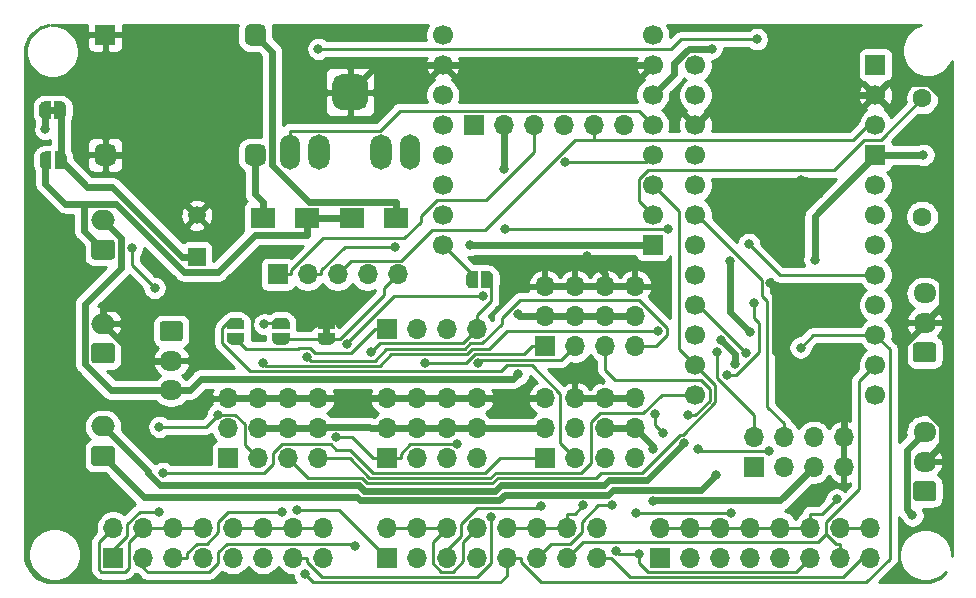
<source format=gbr>
%TF.GenerationSoftware,KiCad,Pcbnew,5.1.10*%
%TF.CreationDate,2021-06-02T17:16:58+08:00*%
%TF.ProjectId,HappyAAC-Type-A,48617070-7941-4414-932d-547970652d41,2c*%
%TF.SameCoordinates,Original*%
%TF.FileFunction,Copper,L1,Top*%
%TF.FilePolarity,Positive*%
%FSLAX46Y46*%
G04 Gerber Fmt 4.6, Leading zero omitted, Abs format (unit mm)*
G04 Created by KiCad (PCBNEW 5.1.10) date 2021-06-02 17:16:58*
%MOMM*%
%LPD*%
G01*
G04 APERTURE LIST*
%TA.AperFunction,EtchedComponent*%
%ADD10C,0.100000*%
%TD*%
%TA.AperFunction,ComponentPad*%
%ADD11C,1.700000*%
%TD*%
%TA.AperFunction,ComponentPad*%
%ADD12R,1.700000X1.700000*%
%TD*%
%TA.AperFunction,ComponentPad*%
%ADD13O,1.700000X1.700000*%
%TD*%
%TA.AperFunction,ComponentPad*%
%ADD14R,1.800000X1.800000*%
%TD*%
%TA.AperFunction,ComponentPad*%
%ADD15O,1.700000X3.000000*%
%TD*%
%TA.AperFunction,ComponentPad*%
%ADD16O,1.800000X3.000000*%
%TD*%
%TA.AperFunction,ComponentPad*%
%ADD17C,1.500000*%
%TD*%
%TA.AperFunction,ComponentPad*%
%ADD18R,1.500000X1.500000*%
%TD*%
%TA.AperFunction,ComponentPad*%
%ADD19O,1.950000X1.700000*%
%TD*%
%TA.AperFunction,ComponentPad*%
%ADD20O,2.000000X1.700000*%
%TD*%
%TA.AperFunction,ComponentPad*%
%ADD21C,1.600000*%
%TD*%
%TA.AperFunction,SMDPad,CuDef*%
%ADD22R,2.000000X1.800000*%
%TD*%
%TA.AperFunction,SMDPad,CuDef*%
%ADD23C,0.100000*%
%TD*%
%TA.AperFunction,ViaPad*%
%ADD24C,0.800000*%
%TD*%
%TA.AperFunction,Conductor*%
%ADD25C,0.600000*%
%TD*%
%TA.AperFunction,Conductor*%
%ADD26C,0.250000*%
%TD*%
%TA.AperFunction,Conductor*%
%ADD27C,0.254000*%
%TD*%
%TA.AperFunction,Conductor*%
%ADD28C,0.100000*%
%TD*%
G04 APERTURE END LIST*
D10*
%TO.C,JP1*%
G36*
X63432500Y-34383700D02*
G01*
X62932500Y-34383700D01*
X62932500Y-34983700D01*
X63432500Y-34983700D01*
X63432500Y-34383700D01*
G37*
%TO.C,JP4*%
G36*
X86057400Y-53153500D02*
G01*
X86057400Y-53653500D01*
X86657400Y-53653500D01*
X86657400Y-53153500D01*
X86057400Y-53153500D01*
G37*
%TD*%
D11*
%TO.P,U3,11*%
%TO.N,/D8*%
X117602600Y-56261000D03*
%TO.P,U3,12*%
%TO.N,/D9*%
X117602600Y-58801000D03*
%TO.P,U3,9*%
%TO.N,/COL2*%
X117602600Y-51181000D03*
%TO.P,U3,10*%
%TO.N,/D7*%
X117602600Y-53721000D03*
%TO.P,U3,16*%
%TO.N,/COL8*%
X132842600Y-51181000D03*
%TO.P,U3,14*%
%TO.N,/COL7*%
X132842600Y-56261000D03*
%TO.P,U3,13*%
%TO.N,/COL3*%
X132842600Y-58801000D03*
%TO.P,U3,15*%
%TO.N,/COL5*%
X132842600Y-53721000D03*
%TO.P,U3,1*%
%TO.N,/D1*%
X117602600Y-30861000D03*
%TO.P,U3,2*%
%TO.N,/D0*%
X117602600Y-33401000D03*
%TO.P,U3,3*%
%TO.N,GND*%
X117602600Y-35941000D03*
%TO.P,U3,4*%
X117602600Y-38481000D03*
%TO.P,U3,5*%
%TO.N,/D2*%
X117602600Y-41021000D03*
%TO.P,U3,6*%
%TO.N,/D3*%
X117602600Y-43561000D03*
%TO.P,U3,7*%
%TO.N,/COL1*%
X117602600Y-46101000D03*
%TO.P,U3,8*%
%TO.N,/D5*%
X117602600Y-48641000D03*
%TO.P,U3,17*%
%TO.N,/A0*%
X132842600Y-48641000D03*
%TO.P,U3,18*%
%TO.N,/A1*%
X132842600Y-46101000D03*
%TO.P,U3,19*%
%TO.N,/A2*%
X132842600Y-43561000D03*
%TO.P,U3,20*%
%TO.N,/A3*%
X132842600Y-41021000D03*
D12*
%TO.P,U3,21*%
%TO.N,VDD*%
X132842600Y-38481000D03*
D11*
%TO.P,U3,22*%
%TO.N,/LCD_RST*%
X132842600Y-35941000D03*
%TO.P,U3,23*%
%TO.N,GND*%
X132842600Y-33401000D03*
D12*
%TO.P,U3,24*%
%TO.N,N/C*%
X132842600Y-30861000D03*
%TD*%
D13*
%TO.P,J11,6*%
%TO.N,GND*%
X111556800Y-35991800D03*
%TO.P,J11,5*%
%TO.N,/LCD_RST*%
X109016800Y-35991800D03*
%TO.P,J11,4*%
%TO.N,/COL7*%
X106476800Y-35991800D03*
%TO.P,J11,3*%
%TO.N,/COL8*%
X103936800Y-35991800D03*
%TO.P,J11,2*%
%TO.N,VDD*%
X101396800Y-35991800D03*
D12*
%TO.P,J11,1*%
%TO.N,/COL5*%
X98856800Y-35991800D03*
%TD*%
%TO.P,U2,4*%
%TO.N,+5V*%
%TA.AperFunction,ComponentPad*%
G36*
G01*
X79440200Y-28771000D02*
X79440200Y-27871000D01*
G75*
G02*
X79890200Y-27421000I450000J0D01*
G01*
X80790200Y-27421000D01*
G75*
G02*
X81240200Y-27871000I0J-450000D01*
G01*
X81240200Y-28771000D01*
G75*
G02*
X80790200Y-29221000I-450000J0D01*
G01*
X79890200Y-29221000D01*
G75*
G02*
X79440200Y-28771000I0J450000D01*
G01*
G37*
%TD.AperFunction*%
%TO.P,U2,3*%
%TO.N,+BATT*%
%TA.AperFunction,ComponentPad*%
G36*
G01*
X79440200Y-38931000D02*
X79440200Y-38031000D01*
G75*
G02*
X79890200Y-37581000I450000J0D01*
G01*
X80790200Y-37581000D01*
G75*
G02*
X81240200Y-38031000I0J-450000D01*
G01*
X81240200Y-38931000D01*
G75*
G02*
X80790200Y-39381000I-450000J0D01*
G01*
X79890200Y-39381000D01*
G75*
G02*
X79440200Y-38931000I0J450000D01*
G01*
G37*
%TD.AperFunction*%
%TO.P,U2,2*%
%TO.N,GND*%
%TA.AperFunction,ComponentPad*%
G36*
G01*
X66740200Y-38931000D02*
X66740200Y-38031000D01*
G75*
G02*
X67190200Y-37581000I450000J0D01*
G01*
X68090200Y-37581000D01*
G75*
G02*
X68540200Y-38031000I0J-450000D01*
G01*
X68540200Y-38931000D01*
G75*
G02*
X68090200Y-39381000I-450000J0D01*
G01*
X67190200Y-39381000D01*
G75*
G02*
X66740200Y-38931000I0J450000D01*
G01*
G37*
%TD.AperFunction*%
D14*
%TO.P,U2,1*%
X67640200Y-28321000D03*
%TD*%
%TO.P,J18,G*%
%TO.N,GND*%
%TA.AperFunction,ComponentPad*%
G36*
G01*
X89866600Y-32417000D02*
X89866600Y-33917000D01*
G75*
G02*
X89116600Y-34667000I-750000J0D01*
G01*
X87616600Y-34667000D01*
G75*
G02*
X86866600Y-33917000I0J750000D01*
G01*
X86866600Y-32417000D01*
G75*
G02*
X87616600Y-31667000I750000J0D01*
G01*
X89116600Y-31667000D01*
G75*
G02*
X89866600Y-32417000I0J-750000D01*
G01*
G37*
%TD.AperFunction*%
D15*
%TO.P,J18,S*%
%TO.N,Net-(J18-PadS)*%
X93451600Y-38267000D03*
%TO.P,J18,T*%
%TO.N,Net-(J18-PadT)*%
X83281600Y-38277800D03*
D16*
%TO.P,J18,R2*%
%TO.N,N/C*%
X90996600Y-38267000D03*
%TO.P,J18,R1*%
X85736600Y-38267000D03*
%TD*%
D17*
%TO.P,C1,2*%
%TO.N,GND*%
X75387200Y-43601700D03*
D18*
%TO.P,C1,1*%
%TO.N,/CAP_IN*%
X75387200Y-47101700D03*
%TD*%
D19*
%TO.P,J1,3*%
%TO.N,VDD*%
X137004000Y-61941100D03*
%TO.P,J1,2*%
%TO.N,GND*%
X137004000Y-64441100D03*
%TO.P,J1,1*%
%TO.N,/D7*%
%TA.AperFunction,ComponentPad*%
G36*
G01*
X137729000Y-67791100D02*
X136279000Y-67791100D01*
G75*
G02*
X136029000Y-67541100I0J250000D01*
G01*
X136029000Y-66341100D01*
G75*
G02*
X136279000Y-66091100I250000J0D01*
G01*
X137729000Y-66091100D01*
G75*
G02*
X137979000Y-66341100I0J-250000D01*
G01*
X137979000Y-67541100D01*
G75*
G02*
X137729000Y-67791100I-250000J0D01*
G01*
G37*
%TD.AperFunction*%
%TD*%
%TO.P,J2,3*%
%TO.N,VDD*%
X73228200Y-58403500D03*
%TO.P,J2,2*%
%TO.N,GND*%
X73228200Y-55903500D03*
%TO.P,J2,1*%
%TO.N,/D5*%
%TA.AperFunction,ComponentPad*%
G36*
G01*
X72503200Y-52553500D02*
X73953200Y-52553500D01*
G75*
G02*
X74203200Y-52803500I0J-250000D01*
G01*
X74203200Y-54003500D01*
G75*
G02*
X73953200Y-54253500I-250000J0D01*
G01*
X72503200Y-54253500D01*
G75*
G02*
X72253200Y-54003500I0J250000D01*
G01*
X72253200Y-52803500D01*
G75*
G02*
X72503200Y-52553500I250000J0D01*
G01*
G37*
%TD.AperFunction*%
%TD*%
%TO.P,J3,3*%
%TO.N,VDD*%
X137004000Y-50206900D03*
%TO.P,J3,2*%
%TO.N,GND*%
X137004000Y-52706900D03*
%TO.P,J3,1*%
%TO.N,/A1*%
%TA.AperFunction,ComponentPad*%
G36*
G01*
X137729000Y-56056900D02*
X136279000Y-56056900D01*
G75*
G02*
X136029000Y-55806900I0J250000D01*
G01*
X136029000Y-54606900D01*
G75*
G02*
X136279000Y-54356900I250000J0D01*
G01*
X137729000Y-54356900D01*
G75*
G02*
X137979000Y-54606900I0J-250000D01*
G01*
X137979000Y-55806900D01*
G75*
G02*
X137729000Y-56056900I-250000J0D01*
G01*
G37*
%TD.AperFunction*%
%TD*%
%TO.P,J10,1*%
%TO.N,/SPK2*%
%TA.AperFunction,ComponentPad*%
G36*
G01*
X68195400Y-64815900D02*
X66695400Y-64815900D01*
G75*
G02*
X66445400Y-64565900I0J250000D01*
G01*
X66445400Y-63365900D01*
G75*
G02*
X66695400Y-63115900I250000J0D01*
G01*
X68195400Y-63115900D01*
G75*
G02*
X68445400Y-63365900I0J-250000D01*
G01*
X68445400Y-64565900D01*
G75*
G02*
X68195400Y-64815900I-250000J0D01*
G01*
G37*
%TD.AperFunction*%
D20*
%TO.P,J10,2*%
%TO.N,/SPK1*%
X67445400Y-61465900D03*
%TD*%
%TO.P,J8,1*%
%TO.N,/SRC_FOR_VDD*%
%TA.AperFunction,ComponentPad*%
G36*
G01*
X68195400Y-47355200D02*
X66695400Y-47355200D01*
G75*
G02*
X66445400Y-47105200I0J250000D01*
G01*
X66445400Y-45905200D01*
G75*
G02*
X66695400Y-45655200I250000J0D01*
G01*
X68195400Y-45655200D01*
G75*
G02*
X68445400Y-45905200I0J-250000D01*
G01*
X68445400Y-47105200D01*
G75*
G02*
X68195400Y-47355200I-250000J0D01*
G01*
G37*
%TD.AperFunction*%
%TO.P,J8,2*%
%TO.N,VDD*%
X67445400Y-44005200D03*
%TD*%
%TO.P,J9,1*%
%TO.N,+BATT*%
%TA.AperFunction,ComponentPad*%
G36*
G01*
X68195400Y-56117300D02*
X66695400Y-56117300D01*
G75*
G02*
X66445400Y-55867300I0J250000D01*
G01*
X66445400Y-54667300D01*
G75*
G02*
X66695400Y-54417300I250000J0D01*
G01*
X68195400Y-54417300D01*
G75*
G02*
X68445400Y-54667300I0J-250000D01*
G01*
X68445400Y-55867300D01*
G75*
G02*
X68195400Y-56117300I-250000J0D01*
G01*
G37*
%TD.AperFunction*%
%TO.P,J9,2*%
%TO.N,GND*%
X67445400Y-52767300D03*
%TD*%
D21*
%TO.P,R1,1*%
%TO.N,/D9*%
X136804000Y-43705700D03*
%TO.P,R1,2*%
%TO.N,Net-(R1-Pad2)*%
X136804000Y-33705700D03*
%TD*%
D13*
%TO.P,J4,8*%
%TO.N,GND*%
X130162000Y-62372200D03*
%TO.P,J4,7*%
X130162000Y-64912200D03*
%TO.P,J4,6*%
%TO.N,VDD*%
X127622000Y-62372200D03*
%TO.P,J4,5*%
X127622000Y-64912200D03*
%TO.P,J4,4*%
%TO.N,/D3*%
X125082000Y-62372200D03*
%TO.P,J4,3*%
X125082000Y-64912200D03*
%TO.P,J4,2*%
%TO.N,/D2*%
X122542000Y-62372200D03*
D12*
%TO.P,J4,1*%
X122542000Y-64912200D03*
%TD*%
%TO.P,J5,1*%
%TO.N,/COL1*%
X68306400Y-72585900D03*
D13*
%TO.P,J5,2*%
%TO.N,/D0*%
X68306400Y-70045900D03*
%TO.P,J5,3*%
%TO.N,/COL2*%
X70846400Y-72585900D03*
%TO.P,J5,4*%
%TO.N,/D0*%
X70846400Y-70045900D03*
%TO.P,J5,5*%
%TO.N,/COL3*%
X73386400Y-72585900D03*
%TO.P,J5,6*%
%TO.N,/D0*%
X73386400Y-70045900D03*
%TO.P,J5,7*%
%TO.N,/A0*%
X75926400Y-72585900D03*
%TO.P,J5,8*%
%TO.N,/D0*%
X75926400Y-70045900D03*
%TO.P,J5,9*%
%TO.N,/COL5*%
X78466400Y-72585900D03*
%TO.P,J5,10*%
%TO.N,/D0*%
X78466400Y-70045900D03*
%TO.P,J5,11*%
%TO.N,/A2*%
X81006400Y-72585900D03*
%TO.P,J5,12*%
%TO.N,/D0*%
X81006400Y-70045900D03*
%TO.P,J5,13*%
%TO.N,/COL7*%
X83546400Y-72585900D03*
%TO.P,J5,14*%
%TO.N,/D0*%
X83546400Y-70045900D03*
%TO.P,J5,15*%
%TO.N,/COL8*%
X86086400Y-72585900D03*
%TO.P,J5,16*%
%TO.N,/D0*%
X86086400Y-70045900D03*
%TD*%
D12*
%TO.P,J6,1*%
%TO.N,/COL1*%
X91468700Y-72585900D03*
D13*
%TO.P,J6,2*%
%TO.N,/D1*%
X91468700Y-70045900D03*
%TO.P,J6,3*%
%TO.N,/COL2*%
X94008700Y-72585900D03*
%TO.P,J6,4*%
%TO.N,/D1*%
X94008700Y-70045900D03*
%TO.P,J6,5*%
%TO.N,/COL3*%
X96548700Y-72585900D03*
%TO.P,J6,6*%
%TO.N,/D1*%
X96548700Y-70045900D03*
%TO.P,J6,7*%
%TO.N,/A0*%
X99088700Y-72585900D03*
%TO.P,J6,8*%
%TO.N,/D1*%
X99088700Y-70045900D03*
%TO.P,J6,9*%
%TO.N,/COL5*%
X101628700Y-72585900D03*
%TO.P,J6,10*%
%TO.N,/D1*%
X101628700Y-70045900D03*
%TO.P,J6,11*%
%TO.N,/A2*%
X104168700Y-72585900D03*
%TO.P,J6,12*%
%TO.N,/D1*%
X104168700Y-70045900D03*
%TO.P,J6,13*%
%TO.N,/COL7*%
X106708700Y-72585900D03*
%TO.P,J6,14*%
%TO.N,/D1*%
X106708700Y-70045900D03*
%TO.P,J6,15*%
%TO.N,/COL8*%
X109248700Y-72585900D03*
%TO.P,J6,16*%
%TO.N,/D1*%
X109248700Y-70045900D03*
%TD*%
D12*
%TO.P,J7,1*%
%TO.N,/COL1*%
X114631000Y-72585900D03*
D13*
%TO.P,J7,2*%
%TO.N,/D5*%
X114631000Y-70045900D03*
%TO.P,J7,3*%
%TO.N,/COL2*%
X117171000Y-72585900D03*
%TO.P,J7,4*%
%TO.N,/D5*%
X117171000Y-70045900D03*
%TO.P,J7,5*%
%TO.N,/COL3*%
X119711000Y-72585900D03*
%TO.P,J7,6*%
%TO.N,/D5*%
X119711000Y-70045900D03*
%TO.P,J7,7*%
%TO.N,/A0*%
X122251000Y-72585900D03*
%TO.P,J7,8*%
%TO.N,/D5*%
X122251000Y-70045900D03*
%TO.P,J7,9*%
%TO.N,/COL5*%
X124791000Y-72585900D03*
%TO.P,J7,10*%
%TO.N,/D5*%
X124791000Y-70045900D03*
%TO.P,J7,11*%
%TO.N,/A2*%
X127331000Y-72585900D03*
%TO.P,J7,12*%
%TO.N,/D5*%
X127331000Y-70045900D03*
%TO.P,J7,13*%
%TO.N,/COL7*%
X129871000Y-72585900D03*
%TO.P,J7,14*%
%TO.N,/D5*%
X129871000Y-70045900D03*
%TO.P,J7,15*%
%TO.N,/COL8*%
X132411000Y-72585900D03*
%TO.P,J7,16*%
%TO.N,/D5*%
X132411000Y-70045900D03*
%TD*%
%TO.P,J14_GPIO1,GND*%
%TO.N,GND*%
X109944300Y-49583300D03*
X107404300Y-49583300D03*
X104864300Y-49583300D03*
X112484300Y-49583300D03*
%TO.P,J14_GPIO1,VCC*%
%TO.N,VDD*%
X112497000Y-52123300D03*
%TO.P,J14_GPIO1,4*%
%TO.N,/D5*%
X112497000Y-54663300D03*
%TO.P,J14_GPIO1,VCC*%
%TO.N,VDD*%
X109957000Y-52123300D03*
%TO.P,J14_GPIO1,3*%
%TO.N,/COL1*%
X109957000Y-54663300D03*
%TO.P,J14_GPIO1,VCC*%
%TO.N,VDD*%
X107417000Y-52123300D03*
%TO.P,J14_GPIO1,2*%
%TO.N,/D1*%
X107417000Y-54663300D03*
%TO.P,J14_GPIO1,VCC*%
%TO.N,VDD*%
X104877000Y-52123300D03*
D12*
%TO.P,J14_GPIO1,1*%
%TO.N,/D0*%
X104877000Y-54663300D03*
%TD*%
%TO.P,J15_GPIO2,1*%
%TO.N,/COL2*%
X78066900Y-64185800D03*
D13*
%TO.P,J15_GPIO2,VCC*%
%TO.N,VDD*%
X78066900Y-61645800D03*
%TO.P,J15_GPIO2,2*%
%TO.N,/D7*%
X80606900Y-64185800D03*
%TO.P,J15_GPIO2,VCC*%
%TO.N,VDD*%
X80606900Y-61645800D03*
%TO.P,J15_GPIO2,3*%
%TO.N,/D8*%
X83146900Y-64185800D03*
%TO.P,J15_GPIO2,VCC*%
%TO.N,VDD*%
X83146900Y-61645800D03*
%TO.P,J15_GPIO2,4*%
%TO.N,/D9*%
X85686900Y-64185800D03*
%TO.P,J15_GPIO2,VCC*%
%TO.N,VDD*%
X85686900Y-61645800D03*
%TO.P,J15_GPIO2,GND*%
%TO.N,GND*%
X85674200Y-59105800D03*
X78054200Y-59105800D03*
X80594200Y-59105800D03*
X83134200Y-59105800D03*
%TD*%
D12*
%TO.P,J16_GPIO3,1*%
%TO.N,/COL3*%
X91471900Y-64173100D03*
D13*
%TO.P,J16_GPIO3,VCC*%
%TO.N,VDD*%
X91471900Y-61633100D03*
%TO.P,J16_GPIO3,2*%
%TO.N,/COL5*%
X94011900Y-64173100D03*
%TO.P,J16_GPIO3,VCC*%
%TO.N,VDD*%
X94011900Y-61633100D03*
%TO.P,J16_GPIO3,3*%
%TO.N,/COL8*%
X96551900Y-64173100D03*
%TO.P,J16_GPIO3,VCC*%
%TO.N,VDD*%
X96551900Y-61633100D03*
%TO.P,J16_GPIO3,4*%
%TO.N,/COL7*%
X99091900Y-64173100D03*
%TO.P,J16_GPIO3,VCC*%
%TO.N,VDD*%
X99091900Y-61633100D03*
%TO.P,J16_GPIO3,GND*%
%TO.N,GND*%
X99079200Y-59093100D03*
X91459200Y-59093100D03*
X93999200Y-59093100D03*
X96539200Y-59093100D03*
%TD*%
%TO.P,J17_GPIO4,GND*%
%TO.N,GND*%
X109944300Y-59093100D03*
X107404300Y-59093100D03*
X104864300Y-59093100D03*
X112484300Y-59093100D03*
%TO.P,J17_GPIO4,VCC*%
%TO.N,VDD*%
X112497000Y-61633100D03*
%TO.P,J17_GPIO4,4*%
%TO.N,/A3*%
X112497000Y-64173100D03*
%TO.P,J17_GPIO4,VCC*%
%TO.N,VDD*%
X109957000Y-61633100D03*
%TO.P,J17_GPIO4,3*%
%TO.N,/A2*%
X109957000Y-64173100D03*
%TO.P,J17_GPIO4,VCC*%
%TO.N,VDD*%
X107417000Y-61633100D03*
%TO.P,J17_GPIO4,2*%
%TO.N,/A1*%
X107417000Y-64173100D03*
%TO.P,J17_GPIO4,VCC*%
%TO.N,VDD*%
X104877000Y-61633100D03*
D12*
%TO.P,J17_GPIO4,1*%
%TO.N,/A0*%
X104877000Y-64173100D03*
%TD*%
D22*
%TO.P,D1,1*%
%TO.N,/SRC_FOR_VDD*%
X88484300Y-43841000D03*
%TO.P,D1,2*%
%TO.N,+5V*%
X92284300Y-43841000D03*
%TD*%
%TO.P,D2,1*%
%TO.N,/SRC_FOR_VDD*%
X84754800Y-43841000D03*
%TO.P,D2,2*%
%TO.N,+BATT*%
X80954800Y-43841000D03*
%TD*%
D11*
%TO.P,U1,16*%
%TO.N,/DFP_BUSY*%
X96215000Y-46101000D03*
%TO.P,U1,15*%
%TO.N,N/C*%
X96215000Y-43561000D03*
%TO.P,U1,14*%
X96215000Y-41021000D03*
%TO.P,U1,13*%
X96215000Y-38481000D03*
%TO.P,U1,12*%
X96215000Y-35941000D03*
%TO.P,U1,11*%
X96215000Y-33401000D03*
%TO.P,U1,10*%
%TO.N,GND*%
X96215000Y-30861000D03*
%TO.P,U1,9*%
%TO.N,N/C*%
X96215000Y-28321000D03*
%TO.P,U1,8*%
%TO.N,/SPK2*%
X113995000Y-28321000D03*
%TO.P,U1,7*%
%TO.N,GND*%
X113995000Y-30861000D03*
%TO.P,U1,6*%
%TO.N,/SPK1*%
X113995000Y-33401000D03*
%TO.P,U1,5*%
%TO.N,Net-(J18-PadT)*%
X113995000Y-35941000D03*
%TO.P,U1,4*%
%TO.N,Net-(J18-PadS)*%
X113995000Y-38481000D03*
%TO.P,U1,3*%
%TO.N,/D8*%
X113995000Y-41021000D03*
%TO.P,U1,2*%
%TO.N,Net-(R1-Pad2)*%
X113995000Y-43561000D03*
D12*
%TO.P,U1,1*%
%TO.N,/CAP_IN*%
X113995000Y-46101000D03*
%TD*%
%TO.P,J12,1*%
%TO.N,/COL8*%
X82219800Y-48602900D03*
D13*
%TO.P,J12,2*%
%TO.N,/COL7*%
X84759800Y-48602900D03*
%TO.P,J12,3*%
%TO.N,/LCD_RST*%
X87299800Y-48602900D03*
%TO.P,J12,4*%
%TO.N,/A3*%
X89839800Y-48602900D03*
%TO.P,J12,5*%
%TO.N,/LCD_CS*%
X92379800Y-48602900D03*
%TD*%
%TA.AperFunction,SMDPad,CuDef*%
D23*
%TO.P,JP1,1*%
%TO.N,VDD*%
G36*
X63032500Y-35433700D02*
G01*
X62532500Y-35433700D01*
X62532500Y-35433098D01*
X62507966Y-35433098D01*
X62459135Y-35428288D01*
X62411010Y-35418716D01*
X62364055Y-35404472D01*
X62318722Y-35385695D01*
X62275449Y-35362564D01*
X62234650Y-35335304D01*
X62196721Y-35304176D01*
X62162024Y-35269479D01*
X62130896Y-35231550D01*
X62103636Y-35190751D01*
X62080505Y-35147478D01*
X62061728Y-35102145D01*
X62047484Y-35055190D01*
X62037912Y-35007065D01*
X62033102Y-34958234D01*
X62033102Y-34933700D01*
X62032500Y-34933700D01*
X62032500Y-34433700D01*
X62033102Y-34433700D01*
X62033102Y-34409166D01*
X62037912Y-34360335D01*
X62047484Y-34312210D01*
X62061728Y-34265255D01*
X62080505Y-34219922D01*
X62103636Y-34176649D01*
X62130896Y-34135850D01*
X62162024Y-34097921D01*
X62196721Y-34063224D01*
X62234650Y-34032096D01*
X62275449Y-34004836D01*
X62318722Y-33981705D01*
X62364055Y-33962928D01*
X62411010Y-33948684D01*
X62459135Y-33939112D01*
X62507966Y-33934302D01*
X62532500Y-33934302D01*
X62532500Y-33933700D01*
X63032500Y-33933700D01*
X63032500Y-35433700D01*
G37*
%TD.AperFunction*%
%TA.AperFunction,SMDPad,CuDef*%
%TO.P,JP1,2*%
%TO.N,/CAP_IN*%
G36*
X63832500Y-33934302D02*
G01*
X63857034Y-33934302D01*
X63905865Y-33939112D01*
X63953990Y-33948684D01*
X64000945Y-33962928D01*
X64046278Y-33981705D01*
X64089551Y-34004836D01*
X64130350Y-34032096D01*
X64168279Y-34063224D01*
X64202976Y-34097921D01*
X64234104Y-34135850D01*
X64261364Y-34176649D01*
X64284495Y-34219922D01*
X64303272Y-34265255D01*
X64317516Y-34312210D01*
X64327088Y-34360335D01*
X64331898Y-34409166D01*
X64331898Y-34433700D01*
X64332500Y-34433700D01*
X64332500Y-34933700D01*
X64331898Y-34933700D01*
X64331898Y-34958234D01*
X64327088Y-35007065D01*
X64317516Y-35055190D01*
X64303272Y-35102145D01*
X64284495Y-35147478D01*
X64261364Y-35190751D01*
X64234104Y-35231550D01*
X64202976Y-35269479D01*
X64168279Y-35304176D01*
X64130350Y-35335304D01*
X64089551Y-35362564D01*
X64046278Y-35385695D01*
X64000945Y-35404472D01*
X63953990Y-35418716D01*
X63905865Y-35428288D01*
X63857034Y-35433098D01*
X63832500Y-35433098D01*
X63832500Y-35433700D01*
X63332500Y-35433700D01*
X63332500Y-33933700D01*
X63832500Y-33933700D01*
X63832500Y-33934302D01*
G37*
%TD.AperFunction*%
%TD*%
%TA.AperFunction,SMDPad,CuDef*%
%TO.P,JP2,2*%
%TO.N,/CAP_IN*%
G36*
X63870600Y-38188802D02*
G01*
X63895134Y-38188802D01*
X63943965Y-38193612D01*
X63992090Y-38203184D01*
X64039045Y-38217428D01*
X64084378Y-38236205D01*
X64127651Y-38259336D01*
X64168450Y-38286596D01*
X64206379Y-38317724D01*
X64241076Y-38352421D01*
X64272204Y-38390350D01*
X64299464Y-38431149D01*
X64322595Y-38474422D01*
X64341372Y-38519755D01*
X64355616Y-38566710D01*
X64365188Y-38614835D01*
X64369998Y-38663666D01*
X64369998Y-38688200D01*
X64370600Y-38688200D01*
X64370600Y-39188200D01*
X64369998Y-39188200D01*
X64369998Y-39212734D01*
X64365188Y-39261565D01*
X64355616Y-39309690D01*
X64341372Y-39356645D01*
X64322595Y-39401978D01*
X64299464Y-39445251D01*
X64272204Y-39486050D01*
X64241076Y-39523979D01*
X64206379Y-39558676D01*
X64168450Y-39589804D01*
X64127651Y-39617064D01*
X64084378Y-39640195D01*
X64039045Y-39658972D01*
X63992090Y-39673216D01*
X63943965Y-39682788D01*
X63895134Y-39687598D01*
X63870600Y-39687598D01*
X63870600Y-39688200D01*
X63370600Y-39688200D01*
X63370600Y-38188200D01*
X63870600Y-38188200D01*
X63870600Y-38188802D01*
G37*
%TD.AperFunction*%
%TA.AperFunction,SMDPad,CuDef*%
%TO.P,JP2,1*%
%TO.N,/SRC_FOR_VDD*%
G36*
X63070600Y-39688200D02*
G01*
X62570600Y-39688200D01*
X62570600Y-39687598D01*
X62546066Y-39687598D01*
X62497235Y-39682788D01*
X62449110Y-39673216D01*
X62402155Y-39658972D01*
X62356822Y-39640195D01*
X62313549Y-39617064D01*
X62272750Y-39589804D01*
X62234821Y-39558676D01*
X62200124Y-39523979D01*
X62168996Y-39486050D01*
X62141736Y-39445251D01*
X62118605Y-39401978D01*
X62099828Y-39356645D01*
X62085584Y-39309690D01*
X62076012Y-39261565D01*
X62071202Y-39212734D01*
X62071202Y-39188200D01*
X62070600Y-39188200D01*
X62070600Y-38688200D01*
X62071202Y-38688200D01*
X62071202Y-38663666D01*
X62076012Y-38614835D01*
X62085584Y-38566710D01*
X62099828Y-38519755D01*
X62118605Y-38474422D01*
X62141736Y-38431149D01*
X62168996Y-38390350D01*
X62200124Y-38352421D01*
X62234821Y-38317724D01*
X62272750Y-38286596D01*
X62313549Y-38259336D01*
X62356822Y-38236205D01*
X62402155Y-38217428D01*
X62449110Y-38203184D01*
X62497235Y-38193612D01*
X62546066Y-38188802D01*
X62570600Y-38188802D01*
X62570600Y-38188200D01*
X63070600Y-38188200D01*
X63070600Y-39688200D01*
G37*
%TD.AperFunction*%
%TD*%
%TA.AperFunction,SMDPad,CuDef*%
%TO.P,JP3,1*%
%TO.N,/LCD_CS*%
G36*
X83260600Y-53553500D02*
G01*
X83260600Y-54053500D01*
X83259998Y-54053500D01*
X83259998Y-54078034D01*
X83255188Y-54126865D01*
X83245616Y-54174990D01*
X83231372Y-54221945D01*
X83212595Y-54267278D01*
X83189464Y-54310551D01*
X83162204Y-54351350D01*
X83131076Y-54389279D01*
X83096379Y-54423976D01*
X83058450Y-54455104D01*
X83017651Y-54482364D01*
X82974378Y-54505495D01*
X82929045Y-54524272D01*
X82882090Y-54538516D01*
X82833965Y-54548088D01*
X82785134Y-54552898D01*
X82760600Y-54552898D01*
X82760600Y-54553500D01*
X82260600Y-54553500D01*
X82260600Y-54552898D01*
X82236066Y-54552898D01*
X82187235Y-54548088D01*
X82139110Y-54538516D01*
X82092155Y-54524272D01*
X82046822Y-54505495D01*
X82003549Y-54482364D01*
X81962750Y-54455104D01*
X81924821Y-54423976D01*
X81890124Y-54389279D01*
X81858996Y-54351350D01*
X81831736Y-54310551D01*
X81808605Y-54267278D01*
X81789828Y-54221945D01*
X81775584Y-54174990D01*
X81766012Y-54126865D01*
X81761202Y-54078034D01*
X81761202Y-54053500D01*
X81760600Y-54053500D01*
X81760600Y-53553500D01*
X83260600Y-53553500D01*
G37*
%TD.AperFunction*%
%TA.AperFunction,SMDPad,CuDef*%
%TO.P,JP3,2*%
%TO.N,/A2*%
G36*
X81761202Y-52753500D02*
G01*
X81761202Y-52728966D01*
X81766012Y-52680135D01*
X81775584Y-52632010D01*
X81789828Y-52585055D01*
X81808605Y-52539722D01*
X81831736Y-52496449D01*
X81858996Y-52455650D01*
X81890124Y-52417721D01*
X81924821Y-52383024D01*
X81962750Y-52351896D01*
X82003549Y-52324636D01*
X82046822Y-52301505D01*
X82092155Y-52282728D01*
X82139110Y-52268484D01*
X82187235Y-52258912D01*
X82236066Y-52254102D01*
X82260600Y-52254102D01*
X82260600Y-52253500D01*
X82760600Y-52253500D01*
X82760600Y-52254102D01*
X82785134Y-52254102D01*
X82833965Y-52258912D01*
X82882090Y-52268484D01*
X82929045Y-52282728D01*
X82974378Y-52301505D01*
X83017651Y-52324636D01*
X83058450Y-52351896D01*
X83096379Y-52383024D01*
X83131076Y-52417721D01*
X83162204Y-52455650D01*
X83189464Y-52496449D01*
X83212595Y-52539722D01*
X83231372Y-52585055D01*
X83245616Y-52632010D01*
X83255188Y-52680135D01*
X83259998Y-52728966D01*
X83259998Y-52753500D01*
X83260600Y-52753500D01*
X83260600Y-53253500D01*
X81760600Y-53253500D01*
X81760600Y-52753500D01*
X81761202Y-52753500D01*
G37*
%TD.AperFunction*%
%TD*%
%TA.AperFunction,SMDPad,CuDef*%
%TO.P,JP4,2*%
%TO.N,GND*%
G36*
X85608002Y-52753500D02*
G01*
X85608002Y-52728966D01*
X85612812Y-52680135D01*
X85622384Y-52632010D01*
X85636628Y-52585055D01*
X85655405Y-52539722D01*
X85678536Y-52496449D01*
X85705796Y-52455650D01*
X85736924Y-52417721D01*
X85771621Y-52383024D01*
X85809550Y-52351896D01*
X85850349Y-52324636D01*
X85893622Y-52301505D01*
X85938955Y-52282728D01*
X85985910Y-52268484D01*
X86034035Y-52258912D01*
X86082866Y-52254102D01*
X86107400Y-52254102D01*
X86107400Y-52253500D01*
X86607400Y-52253500D01*
X86607400Y-52254102D01*
X86631934Y-52254102D01*
X86680765Y-52258912D01*
X86728890Y-52268484D01*
X86775845Y-52282728D01*
X86821178Y-52301505D01*
X86864451Y-52324636D01*
X86905250Y-52351896D01*
X86943179Y-52383024D01*
X86977876Y-52417721D01*
X87009004Y-52455650D01*
X87036264Y-52496449D01*
X87059395Y-52539722D01*
X87078172Y-52585055D01*
X87092416Y-52632010D01*
X87101988Y-52680135D01*
X87106798Y-52728966D01*
X87106798Y-52753500D01*
X87107400Y-52753500D01*
X87107400Y-53253500D01*
X85607400Y-53253500D01*
X85607400Y-52753500D01*
X85608002Y-52753500D01*
G37*
%TD.AperFunction*%
%TA.AperFunction,SMDPad,CuDef*%
%TO.P,JP4,1*%
%TO.N,/LCD_CS*%
G36*
X87107400Y-53553500D02*
G01*
X87107400Y-54053500D01*
X87106798Y-54053500D01*
X87106798Y-54078034D01*
X87101988Y-54126865D01*
X87092416Y-54174990D01*
X87078172Y-54221945D01*
X87059395Y-54267278D01*
X87036264Y-54310551D01*
X87009004Y-54351350D01*
X86977876Y-54389279D01*
X86943179Y-54423976D01*
X86905250Y-54455104D01*
X86864451Y-54482364D01*
X86821178Y-54505495D01*
X86775845Y-54524272D01*
X86728890Y-54538516D01*
X86680765Y-54548088D01*
X86631934Y-54552898D01*
X86607400Y-54552898D01*
X86607400Y-54553500D01*
X86107400Y-54553500D01*
X86107400Y-54552898D01*
X86082866Y-54552898D01*
X86034035Y-54548088D01*
X85985910Y-54538516D01*
X85938955Y-54524272D01*
X85893622Y-54505495D01*
X85850349Y-54482364D01*
X85809550Y-54455104D01*
X85771621Y-54423976D01*
X85736924Y-54389279D01*
X85705796Y-54351350D01*
X85678536Y-54310551D01*
X85655405Y-54267278D01*
X85636628Y-54221945D01*
X85622384Y-54174990D01*
X85612812Y-54126865D01*
X85608002Y-54078034D01*
X85608002Y-54053500D01*
X85607400Y-54053500D01*
X85607400Y-53553500D01*
X87107400Y-53553500D01*
G37*
%TD.AperFunction*%
%TD*%
%TA.AperFunction,SMDPad,CuDef*%
%TO.P,JP5,1*%
%TO.N,/DFP_BUSY*%
G36*
X99176700Y-49784700D02*
G01*
X98676700Y-49784700D01*
X98676700Y-49784098D01*
X98652166Y-49784098D01*
X98603335Y-49779288D01*
X98555210Y-49769716D01*
X98508255Y-49755472D01*
X98462922Y-49736695D01*
X98419649Y-49713564D01*
X98378850Y-49686304D01*
X98340921Y-49655176D01*
X98306224Y-49620479D01*
X98275096Y-49582550D01*
X98247836Y-49541751D01*
X98224705Y-49498478D01*
X98205928Y-49453145D01*
X98191684Y-49406190D01*
X98182112Y-49358065D01*
X98177302Y-49309234D01*
X98177302Y-49284700D01*
X98176700Y-49284700D01*
X98176700Y-48784700D01*
X98177302Y-48784700D01*
X98177302Y-48760166D01*
X98182112Y-48711335D01*
X98191684Y-48663210D01*
X98205928Y-48616255D01*
X98224705Y-48570922D01*
X98247836Y-48527649D01*
X98275096Y-48486850D01*
X98306224Y-48448921D01*
X98340921Y-48414224D01*
X98378850Y-48383096D01*
X98419649Y-48355836D01*
X98462922Y-48332705D01*
X98508255Y-48313928D01*
X98555210Y-48299684D01*
X98603335Y-48290112D01*
X98652166Y-48285302D01*
X98676700Y-48285302D01*
X98676700Y-48284700D01*
X99176700Y-48284700D01*
X99176700Y-49784700D01*
G37*
%TD.AperFunction*%
%TA.AperFunction,SMDPad,CuDef*%
%TO.P,JP5,2*%
%TO.N,/COL5*%
G36*
X99976700Y-48285302D02*
G01*
X100001234Y-48285302D01*
X100050065Y-48290112D01*
X100098190Y-48299684D01*
X100145145Y-48313928D01*
X100190478Y-48332705D01*
X100233751Y-48355836D01*
X100274550Y-48383096D01*
X100312479Y-48414224D01*
X100347176Y-48448921D01*
X100378304Y-48486850D01*
X100405564Y-48527649D01*
X100428695Y-48570922D01*
X100447472Y-48616255D01*
X100461716Y-48663210D01*
X100471288Y-48711335D01*
X100476098Y-48760166D01*
X100476098Y-48784700D01*
X100476700Y-48784700D01*
X100476700Y-49284700D01*
X100476098Y-49284700D01*
X100476098Y-49309234D01*
X100471288Y-49358065D01*
X100461716Y-49406190D01*
X100447472Y-49453145D01*
X100428695Y-49498478D01*
X100405564Y-49541751D01*
X100378304Y-49582550D01*
X100347176Y-49620479D01*
X100312479Y-49655176D01*
X100274550Y-49686304D01*
X100233751Y-49713564D01*
X100190478Y-49736695D01*
X100145145Y-49755472D01*
X100098190Y-49769716D01*
X100050065Y-49779288D01*
X100001234Y-49784098D01*
X99976700Y-49784098D01*
X99976700Y-49784700D01*
X99476700Y-49784700D01*
X99476700Y-48284700D01*
X99976700Y-48284700D01*
X99976700Y-48285302D01*
G37*
%TD.AperFunction*%
%TD*%
D12*
%TO.P,J13,1*%
%TO.N,Net-(J13-Pad1)*%
X91478100Y-53213000D03*
D13*
%TO.P,J13,2*%
%TO.N,/COL8*%
X94018100Y-53213000D03*
%TO.P,J13,3*%
%TO.N,/COL7*%
X96558100Y-53213000D03*
%TO.P,J13,4*%
%TO.N,/COL5*%
X99098100Y-53213000D03*
%TD*%
%TA.AperFunction,SMDPad,CuDef*%
D23*
%TO.P,JP6,1*%
%TO.N,Net-(J13-Pad1)*%
G36*
X79413800Y-53553500D02*
G01*
X79413800Y-54053500D01*
X79413198Y-54053500D01*
X79413198Y-54078034D01*
X79408388Y-54126865D01*
X79398816Y-54174990D01*
X79384572Y-54221945D01*
X79365795Y-54267278D01*
X79342664Y-54310551D01*
X79315404Y-54351350D01*
X79284276Y-54389279D01*
X79249579Y-54423976D01*
X79211650Y-54455104D01*
X79170851Y-54482364D01*
X79127578Y-54505495D01*
X79082245Y-54524272D01*
X79035290Y-54538516D01*
X78987165Y-54548088D01*
X78938334Y-54552898D01*
X78913800Y-54552898D01*
X78913800Y-54553500D01*
X78413800Y-54553500D01*
X78413800Y-54552898D01*
X78389266Y-54552898D01*
X78340435Y-54548088D01*
X78292310Y-54538516D01*
X78245355Y-54524272D01*
X78200022Y-54505495D01*
X78156749Y-54482364D01*
X78115950Y-54455104D01*
X78078021Y-54423976D01*
X78043324Y-54389279D01*
X78012196Y-54351350D01*
X77984936Y-54310551D01*
X77961805Y-54267278D01*
X77943028Y-54221945D01*
X77928784Y-54174990D01*
X77919212Y-54126865D01*
X77914402Y-54078034D01*
X77914402Y-54053500D01*
X77913800Y-54053500D01*
X77913800Y-53553500D01*
X79413800Y-53553500D01*
G37*
%TD.AperFunction*%
%TA.AperFunction,SMDPad,CuDef*%
%TO.P,JP6,2*%
%TO.N,/A1*%
G36*
X77914402Y-52753500D02*
G01*
X77914402Y-52728966D01*
X77919212Y-52680135D01*
X77928784Y-52632010D01*
X77943028Y-52585055D01*
X77961805Y-52539722D01*
X77984936Y-52496449D01*
X78012196Y-52455650D01*
X78043324Y-52417721D01*
X78078021Y-52383024D01*
X78115950Y-52351896D01*
X78156749Y-52324636D01*
X78200022Y-52301505D01*
X78245355Y-52282728D01*
X78292310Y-52268484D01*
X78340435Y-52258912D01*
X78389266Y-52254102D01*
X78413800Y-52254102D01*
X78413800Y-52253500D01*
X78913800Y-52253500D01*
X78913800Y-52254102D01*
X78938334Y-52254102D01*
X78987165Y-52258912D01*
X79035290Y-52268484D01*
X79082245Y-52282728D01*
X79127578Y-52301505D01*
X79170851Y-52324636D01*
X79211650Y-52351896D01*
X79249579Y-52383024D01*
X79284276Y-52417721D01*
X79315404Y-52455650D01*
X79342664Y-52496449D01*
X79365795Y-52539722D01*
X79384572Y-52585055D01*
X79398816Y-52632010D01*
X79408388Y-52680135D01*
X79413198Y-52728966D01*
X79413198Y-52753500D01*
X79413800Y-52753500D01*
X79413800Y-53253500D01*
X77913800Y-53253500D01*
X77913800Y-52753500D01*
X77914402Y-52753500D01*
G37*
%TD.AperFunction*%
%TD*%
D24*
%TO.N,/CAP_IN*%
X98488500Y-46101000D03*
%TO.N,GND*%
X126582000Y-40608500D03*
X128090000Y-41765800D03*
X123955000Y-49304800D03*
X108432600Y-47053500D03*
%TO.N,/D0*%
X94696800Y-56080700D03*
%TO.N,VDD*%
X101410000Y-39662100D03*
X135977000Y-68999200D03*
X136899000Y-38481000D03*
X114049000Y-67747000D03*
X114033000Y-63391900D03*
X62560200Y-36296600D03*
X102565200Y-51993800D03*
X102565202Y-57061100D03*
X127685800Y-47345600D03*
%TO.N,/A3*%
X122570000Y-51032000D03*
X120250000Y-57149500D03*
%TO.N,/COL1*%
X88084600Y-54495000D03*
X116964000Y-60471100D03*
X83843000Y-68572300D03*
X99600600Y-50446000D03*
X101511000Y-44736400D03*
X115311000Y-44736400D03*
X72219400Y-68675300D03*
%TO.N,/A0*%
X122122000Y-46042100D03*
X72544700Y-65431900D03*
%TO.N,/COL2*%
X121879000Y-55219700D03*
X81004900Y-56065500D03*
X114448000Y-53393300D03*
X88777600Y-71585900D03*
%TO.N,/COL3*%
X97438800Y-62997800D03*
X104554000Y-68191800D03*
X112597000Y-68759000D03*
X120614000Y-68759000D03*
X82609400Y-68713500D03*
X87190000Y-62406200D03*
%TO.N,/COL5*%
X90170300Y-55132200D03*
X84523200Y-73977800D03*
X126504700Y-54800500D03*
%TO.N,/A2*%
X81101100Y-52821000D03*
X110566000Y-68145600D03*
X112855000Y-72259400D03*
X110878000Y-71997100D03*
%TO.N,/SPK2*%
X119380000Y-65557400D03*
X122229000Y-53485400D03*
X120561000Y-47451800D03*
%TO.N,/SPK1*%
X116638000Y-62894500D03*
X120978000Y-56145200D03*
X119804000Y-54171200D03*
X118965000Y-29478300D03*
%TO.N,/D1*%
X99224800Y-56064200D03*
X108076000Y-68164300D03*
%TO.N,/D7*%
X77189000Y-60464100D03*
X72215200Y-61498700D03*
X122793000Y-28680200D03*
X85687900Y-29496300D03*
X69877000Y-46403100D03*
X71804600Y-49744800D03*
%TO.N,/COL7*%
X92133800Y-46274400D03*
X100264000Y-69132100D03*
%TO.N,/D2*%
X119412000Y-55193800D03*
%TO.N,/D9*%
X117818000Y-63411100D03*
X123844000Y-63547600D03*
%TO.N,/D5*%
X114821000Y-61996900D03*
X129551000Y-67656400D03*
X84713700Y-55591400D03*
X114211100Y-60439302D03*
%TO.N,Net-(J18-PadS)*%
X106591000Y-39062600D03*
%TD*%
D25*
%TO.N,/CAP_IN*%
X63832500Y-34683700D02*
X63870600Y-34721800D01*
X63870600Y-34721800D02*
X63870600Y-38938200D01*
X75387200Y-47101700D02*
X74136900Y-47101700D01*
X74136900Y-47101700D02*
X68226200Y-41191000D01*
X68226200Y-41191000D02*
X66123400Y-41191000D01*
X66123400Y-41191000D02*
X63870600Y-38938200D01*
X113995000Y-46101000D02*
X98488500Y-46101000D01*
%TO.N,GND*%
X112484300Y-49583300D02*
X112484000Y-49583300D01*
X112484300Y-59093100D02*
X112484000Y-59093100D01*
X104864000Y-59093100D02*
X104864300Y-59093100D01*
X104864000Y-59093100D02*
X99079200Y-59093100D01*
X118398000Y-35146000D02*
X118397600Y-35146000D01*
X118397600Y-35146000D02*
X117602600Y-35941000D01*
X118398000Y-35146000D02*
X120143000Y-33401000D01*
X120143000Y-33401000D02*
X132842600Y-33401000D01*
X117603000Y-35941000D02*
X118398000Y-35146000D01*
X107404300Y-49583300D02*
X104864300Y-49583300D01*
X109944000Y-49583300D02*
X107404300Y-49583300D01*
X109944300Y-49583300D02*
X109944000Y-49583300D01*
X112484000Y-49583300D02*
X109944300Y-49583300D01*
X104864300Y-49583300D02*
X104864000Y-49583300D01*
X107404300Y-59093100D02*
X107404000Y-59093100D01*
X109944300Y-59093100D02*
X107404300Y-59093100D01*
X112484000Y-59093100D02*
X109944300Y-59093100D01*
X67445400Y-52767300D02*
X67445400Y-51417000D01*
X67445400Y-51417000D02*
X85020900Y-51417000D01*
X85020900Y-51417000D02*
X86357400Y-52753500D01*
X99079200Y-59093100D02*
X96539200Y-59093100D01*
X96539200Y-59093100D02*
X93999200Y-59093100D01*
X93999200Y-59093100D02*
X91459200Y-59093100D01*
X91459200Y-59093100D02*
X90108900Y-59093100D01*
X90108900Y-59093100D02*
X90096200Y-59105800D01*
X90096200Y-59105800D02*
X85674200Y-59105800D01*
X85674200Y-59105800D02*
X83134200Y-59105800D01*
X83134200Y-59105800D02*
X80594200Y-59105800D01*
X80594200Y-59105800D02*
X78054200Y-59105800D01*
X88366600Y-33167000D02*
X90672600Y-30861000D01*
X90672600Y-30861000D02*
X96215000Y-30861000D01*
X96215000Y-30861000D02*
X113995000Y-30861000D01*
X126582000Y-40608500D02*
X126933000Y-40608500D01*
X126933000Y-40608500D02*
X128090000Y-41765800D01*
X130162000Y-62372200D02*
X130162000Y-61021900D01*
X130162000Y-61021900D02*
X124306000Y-55165600D01*
X124306000Y-55165600D02*
X124306000Y-49655100D01*
X124306000Y-49655100D02*
X123955000Y-49304800D01*
X73228200Y-55903500D02*
X70581600Y-55903500D01*
X70581600Y-55903500D02*
X67445400Y-52767300D01*
X137004000Y-64441100D02*
X138502000Y-62943100D01*
X132842600Y-33401000D02*
X132843000Y-33401000D01*
X132843000Y-33401000D02*
X133884000Y-32359800D01*
X133884000Y-32359800D02*
X137320000Y-32359800D01*
X137320000Y-32359800D02*
X138480000Y-33520400D01*
X138480000Y-33520400D02*
X138480000Y-51230500D01*
X138480000Y-51230500D02*
X137004000Y-52706900D01*
X67640200Y-38481000D02*
X70266500Y-38481000D01*
X70266500Y-38481000D02*
X75387200Y-43601700D01*
X137004000Y-52821222D02*
X135102600Y-54722622D01*
X137004000Y-52706900D02*
X137004000Y-52821222D01*
X138502000Y-61404898D02*
X138502000Y-62943100D01*
X135102600Y-58005498D02*
X138502000Y-61404898D01*
X135102600Y-54722622D02*
X135102600Y-58005498D01*
X109944000Y-49583300D02*
X109944000Y-48564900D01*
X109944000Y-48564900D02*
X108432600Y-47053500D01*
%TO.N,+5V*%
X80340200Y-28321000D02*
X81754700Y-29735500D01*
X81754700Y-29735500D02*
X81754700Y-39312900D01*
X81754700Y-39312900D02*
X84882500Y-42440700D01*
X84882500Y-42440700D02*
X92284300Y-42440700D01*
X92284300Y-42440700D02*
X92284300Y-43841000D01*
%TO.N,/SRC_FOR_VDD*%
X65860400Y-42601300D02*
X65860400Y-44920200D01*
X65860400Y-44920200D02*
X67445400Y-46505200D01*
X84754800Y-43841000D02*
X84754800Y-45241300D01*
X84754800Y-45241300D02*
X80312700Y-45241300D01*
X80312700Y-45241300D02*
X77179700Y-48374300D01*
X77179700Y-48374300D02*
X74277400Y-48374300D01*
X74277400Y-48374300D02*
X68504400Y-42601300D01*
X68504400Y-42601300D02*
X65860400Y-42601300D01*
X65860400Y-42601300D02*
X64229400Y-42601300D01*
X64229400Y-42601300D02*
X62570600Y-40942500D01*
X62570600Y-40942500D02*
X62570600Y-38938200D01*
X88484300Y-43841000D02*
X84754800Y-43841000D01*
%TO.N,+BATT*%
X80340200Y-38481000D02*
X80340200Y-41826100D01*
X80340200Y-41826100D02*
X80954800Y-42440700D01*
X80954800Y-42440700D02*
X80954800Y-43841000D01*
D26*
%TO.N,/D0*%
X81006400Y-70045900D02*
X83546400Y-70045900D01*
X78466400Y-70045900D02*
X81006400Y-70045900D01*
X73386400Y-70045900D02*
X75926400Y-70045900D01*
X70846400Y-70045900D02*
X73386400Y-70045900D01*
X83546400Y-70045900D02*
X86086400Y-70045900D01*
X67121600Y-71230700D02*
X68306400Y-70045900D01*
X67121600Y-73580400D02*
X67121600Y-71230700D01*
X67302500Y-73761300D02*
X67121600Y-73580400D01*
X69337500Y-73761300D02*
X67302500Y-73761300D01*
X69671100Y-71221200D02*
X69671100Y-73427700D01*
X69671100Y-73427700D02*
X69337500Y-73761300D01*
X70846400Y-70045900D02*
X69671100Y-71221200D01*
X104877000Y-54663300D02*
X103777000Y-54663300D01*
X98899132Y-55338800D02*
X98157232Y-56080700D01*
X98157232Y-56080700D02*
X94696800Y-56080700D01*
X103101500Y-55338800D02*
X98899132Y-55338800D01*
X103777000Y-54663300D02*
X103101500Y-55338800D01*
D25*
%TO.N,VDD*%
X101396800Y-35991800D02*
X101397000Y-35991800D01*
X136899000Y-38481000D02*
X132843000Y-38481000D01*
X132842600Y-38481000D02*
X132843000Y-38481000D01*
X94011900Y-61633100D02*
X96551900Y-61633100D01*
X91471900Y-61633100D02*
X94011900Y-61633100D01*
X109957000Y-52123300D02*
X107417000Y-52123300D01*
X112497000Y-52123300D02*
X109957000Y-52123300D01*
X107417000Y-52123300D02*
X104877000Y-52123300D01*
X96551900Y-61633100D02*
X99091900Y-61633100D01*
X101397000Y-35991800D02*
X101397000Y-39649400D01*
X101397000Y-39649400D02*
X101410000Y-39662100D01*
X127622000Y-64912200D02*
X124792000Y-67741800D01*
X124792000Y-67741800D02*
X114054000Y-67741800D01*
X114054000Y-67741800D02*
X114049000Y-67747000D01*
X91471900Y-61633100D02*
X90121600Y-61633100D01*
X90121600Y-61633100D02*
X89994400Y-61505900D01*
X89994400Y-61505900D02*
X85826800Y-61505900D01*
X85826800Y-61505900D02*
X85686900Y-61645800D01*
X104877000Y-61633100D02*
X99091900Y-61633100D01*
X85686900Y-61645800D02*
X83146900Y-61645800D01*
X83146900Y-61645800D02*
X80606900Y-61645800D01*
X112497000Y-61633100D02*
X109957000Y-61633100D01*
X137004000Y-61941100D02*
X135479000Y-63466200D01*
X135479000Y-63466200D02*
X135479000Y-68501300D01*
X135479000Y-68501300D02*
X135977000Y-68999200D01*
X114033000Y-63391900D02*
X114033000Y-63169100D01*
X114033000Y-63169100D02*
X112497000Y-61633100D01*
X67445400Y-44005200D02*
X68976700Y-45536500D01*
X68976700Y-45536500D02*
X68976700Y-48034800D01*
X68976700Y-48034800D02*
X65944000Y-51067500D01*
X65944000Y-51067500D02*
X65944000Y-56198300D01*
X65944000Y-56198300D02*
X68149200Y-58403500D01*
X68149200Y-58403500D02*
X73228200Y-58403500D01*
X62532500Y-34683700D02*
X62532500Y-36268900D01*
X62532500Y-36268900D02*
X62560200Y-36296600D01*
X104877000Y-52123300D02*
X102694700Y-52123300D01*
X102694700Y-52123300D02*
X102565200Y-51993800D01*
X73228200Y-58403500D02*
X74803200Y-58403500D01*
X102165203Y-57461099D02*
X102565202Y-57061100D01*
X75745601Y-57461099D02*
X102165203Y-57461099D01*
X74803200Y-58403500D02*
X75745601Y-57461099D01*
X132843000Y-38481000D02*
X127685800Y-43638200D01*
X127685800Y-43638200D02*
X127685800Y-47345600D01*
D26*
%TO.N,/A3*%
X123005000Y-55203700D02*
X121059000Y-57149500D01*
X121059000Y-57149500D02*
X120250000Y-57149500D01*
X122570000Y-51032000D02*
X122570000Y-52258200D01*
X123005000Y-52693200D02*
X123005000Y-55203700D01*
X122570000Y-52258200D02*
X123005000Y-52693200D01*
%TO.N,/COL1*%
X99600600Y-50446000D02*
X92082700Y-50446000D01*
X92082700Y-50446000D02*
X88084600Y-54444200D01*
X88084600Y-54444200D02*
X88084600Y-54495000D01*
X115311000Y-44736400D02*
X101511000Y-44736400D01*
X118054000Y-57525600D02*
X110827500Y-57525600D01*
X109957000Y-56655100D02*
X109957000Y-54663300D01*
X118796000Y-58268300D02*
X118054000Y-57525600D01*
X110827500Y-57525600D02*
X109957000Y-56655100D01*
X118796000Y-59277100D02*
X118796000Y-58268300D01*
X117602000Y-60471100D02*
X118796000Y-59277100D01*
X116964000Y-60471100D02*
X117602000Y-60471100D01*
X87455100Y-68572300D02*
X91468700Y-72585900D01*
X83843000Y-68572300D02*
X87455100Y-68572300D01*
X68306400Y-71949490D02*
X68306400Y-72585900D01*
X69481700Y-70774190D02*
X68306400Y-71949490D01*
X69481700Y-69747900D02*
X69481700Y-70774190D01*
X70554300Y-68675300D02*
X69481700Y-69747900D01*
X72219400Y-68675300D02*
X70554300Y-68675300D01*
%TO.N,/A0*%
X132842600Y-48641000D02*
X132843000Y-48641000D01*
X122122000Y-46042100D02*
X124721000Y-48641000D01*
X124721000Y-48641000D02*
X132842600Y-48641000D01*
X72544700Y-65431900D02*
X81101400Y-65431900D01*
X81101400Y-65431900D02*
X81876900Y-64656400D01*
X81876900Y-64656400D02*
X81876900Y-63730500D01*
X81876900Y-63730500D02*
X82615700Y-62991700D01*
X82615700Y-62991700D02*
X86749800Y-62991700D01*
X86749800Y-62991700D02*
X87200100Y-63442000D01*
X87200100Y-63442000D02*
X88355500Y-63442000D01*
X88355500Y-63442000D02*
X90301600Y-65388100D01*
X90301600Y-65388100D02*
X99816900Y-65388100D01*
X99816900Y-65388100D02*
X101032000Y-64173100D01*
X101032000Y-64173100D02*
X104877000Y-64173100D01*
%TO.N,/COL2*%
X117603000Y-51181000D02*
X117602600Y-51181000D01*
X121879000Y-55219700D02*
X117840000Y-51181000D01*
X117840000Y-51181000D02*
X117603000Y-51181000D01*
X76413700Y-73806600D02*
X77196400Y-73023900D01*
X77196400Y-73023900D02*
X77196400Y-72116300D01*
X77196400Y-72116300D02*
X77902200Y-71410500D01*
X77902200Y-71410500D02*
X88602200Y-71410500D01*
X88602200Y-71410500D02*
X88777600Y-71585900D01*
X70846400Y-72585900D02*
X70846400Y-73424500D01*
X71228500Y-73806600D02*
X70846400Y-73424500D01*
X76413700Y-73806600D02*
X71228500Y-73806600D01*
X81283700Y-56344300D02*
X90857200Y-56344300D01*
X91846200Y-55355300D02*
X98246222Y-55355300D01*
X101608000Y-53393300D02*
X114448000Y-53393300D01*
X98713022Y-54888500D02*
X100113000Y-54888500D01*
X90857200Y-56344300D02*
X91846200Y-55355300D01*
X100113000Y-54888500D02*
X101608000Y-53393300D01*
X98246222Y-55355300D02*
X98713022Y-54888500D01*
X81004900Y-56065500D02*
X81283700Y-56344300D01*
%TO.N,/COL3*%
X104554000Y-68191800D02*
X104406000Y-68339600D01*
X104406000Y-68339600D02*
X99113700Y-68339600D01*
X99113700Y-68339600D02*
X97724000Y-69729300D01*
X97724000Y-69729300D02*
X97724000Y-70778200D01*
X97724000Y-70778200D02*
X96548700Y-71953500D01*
X96548700Y-71953500D02*
X96548700Y-72585900D01*
X91471900Y-64173100D02*
X92647200Y-64173100D01*
X92647200Y-64173100D02*
X92647200Y-63805700D01*
X92647200Y-63805700D02*
X93455100Y-62997800D01*
X93455100Y-62997800D02*
X97438800Y-62997800D01*
X112597000Y-68759000D02*
X120614000Y-68759000D01*
X73386400Y-72585900D02*
X74561700Y-72585900D01*
X74561700Y-72585900D02*
X74561700Y-72218500D01*
X74561700Y-72218500D02*
X75369600Y-71410600D01*
X75369600Y-71410600D02*
X76225900Y-71410600D01*
X76225900Y-71410600D02*
X77196400Y-70440100D01*
X77196400Y-70440100D02*
X77196400Y-69557100D01*
X77196400Y-69557100D02*
X78040000Y-68713500D01*
X78040000Y-68713500D02*
X82609400Y-68713500D01*
X87190000Y-62406200D02*
X88529700Y-62406200D01*
X88529700Y-62406200D02*
X90296600Y-64173100D01*
X90296600Y-64173100D02*
X91471900Y-64173100D01*
%TO.N,/COL5*%
X132843000Y-53721000D02*
X134071000Y-54949300D01*
X134071000Y-54949300D02*
X134071000Y-72655500D01*
X134071000Y-72655500D02*
X132064000Y-74661900D01*
X132064000Y-74661900D02*
X104513000Y-74661900D01*
X104513000Y-74661900D02*
X102804000Y-72953200D01*
X132842600Y-53721000D02*
X132843000Y-53721000D01*
X101628700Y-72585900D02*
X101629000Y-72585900D01*
X99098100Y-53213000D02*
X99098100Y-52037700D01*
X99098100Y-52037700D02*
X100326000Y-50809900D01*
X100326000Y-50809900D02*
X100326000Y-49383900D01*
X100326000Y-49383900D02*
X99976700Y-49034700D01*
X101629000Y-72585900D02*
X102804000Y-72585900D01*
X102804000Y-72585900D02*
X102804000Y-72953200D01*
X85207300Y-74661900D02*
X84523200Y-73977800D01*
X101095000Y-74661900D02*
X85207300Y-74661900D01*
X101628700Y-74128200D02*
X101095000Y-74661900D01*
X101628700Y-72585900D02*
X101628700Y-74128200D01*
X127584200Y-53721000D02*
X126504700Y-54800500D01*
X132842600Y-53721000D02*
X127584200Y-53721000D01*
X97922800Y-54405900D02*
X90896600Y-54405900D01*
X90896600Y-54405900D02*
X90170300Y-55132200D01*
X97922800Y-54388300D02*
X99098100Y-53213000D01*
X97922800Y-54405900D02*
X97922800Y-54388300D01*
%TO.N,/A1*%
X101164000Y-56806000D02*
X79931400Y-56806000D01*
X102938601Y-56297999D02*
X102925901Y-56285299D01*
X106134000Y-58700800D02*
X103731199Y-56297999D01*
X77916208Y-52753500D02*
X78663800Y-52753500D01*
X77558100Y-53111608D02*
X77916208Y-52753500D01*
X106134000Y-62890100D02*
X106134000Y-58700800D01*
X102925901Y-56285299D02*
X101684701Y-56285299D01*
X107417000Y-64173100D02*
X106134000Y-62890100D01*
X101684701Y-56285299D02*
X101164000Y-56806000D01*
X79931400Y-56806000D02*
X77558100Y-54432700D01*
X103731199Y-56297999D02*
X102938601Y-56297999D01*
X77558100Y-54432700D02*
X77558100Y-53111608D01*
%TO.N,/A2*%
X112855000Y-72259400D02*
X111140000Y-72259400D01*
X111140000Y-72259400D02*
X110878000Y-71997100D01*
X82510600Y-52753500D02*
X81168600Y-52753500D01*
X81168600Y-52753500D02*
X81101100Y-52821000D01*
X126155700Y-73761200D02*
X127331000Y-72585900D01*
X113604000Y-73761200D02*
X126155700Y-73761200D01*
X112855000Y-73012100D02*
X113604000Y-73761200D01*
X112855000Y-72259400D02*
X112855000Y-73012100D01*
X107979000Y-69557100D02*
X109390000Y-68145600D01*
X107008000Y-71410600D02*
X107979000Y-70440100D01*
X107979000Y-70440100D02*
X107979000Y-69557100D01*
X105344000Y-71410600D02*
X107008000Y-71410600D01*
X109390000Y-68145600D02*
X110566000Y-68145600D01*
X104168700Y-72585900D02*
X105344000Y-71410600D01*
D25*
%TO.N,/SPK2*%
X67445400Y-63965900D02*
X70928900Y-67449400D01*
X70928900Y-67449400D02*
X88960400Y-67449400D01*
X88960400Y-67449400D02*
X89225300Y-67714300D01*
X89225300Y-67714300D02*
X101006000Y-67714300D01*
X101006000Y-67714300D02*
X101456000Y-67264000D01*
X101456000Y-67264000D02*
X110174000Y-67264000D01*
X110174000Y-67264000D02*
X110592000Y-66846700D01*
X110592000Y-66846700D02*
X118091000Y-66846700D01*
X118091000Y-66846700D02*
X119380000Y-65557400D01*
X122229000Y-53485400D02*
X120561000Y-51817600D01*
X120561000Y-51817600D02*
X120561000Y-47451800D01*
%TO.N,/SPK1*%
X67445400Y-61465900D02*
X71256800Y-65277300D01*
X71256800Y-65277300D02*
X71256800Y-65417200D01*
X71256800Y-65417200D02*
X72303300Y-66463700D01*
X72303300Y-66463700D02*
X89106600Y-66463700D01*
X89106600Y-66463700D02*
X89556900Y-66914000D01*
X89556900Y-66914000D02*
X100674000Y-66914000D01*
X100674000Y-66914000D02*
X101125000Y-66463700D01*
X101125000Y-66463700D02*
X109843000Y-66463700D01*
X109843000Y-66463700D02*
X110260000Y-66046400D01*
X110260000Y-66046400D02*
X113486000Y-66046400D01*
X113486000Y-66046400D02*
X116638000Y-62894500D01*
X118965000Y-29478300D02*
X117047000Y-29478300D01*
X117047000Y-29478300D02*
X115799000Y-30726500D01*
X115799000Y-30726500D02*
X115799000Y-31597200D01*
X115799000Y-31597200D02*
X113995000Y-33401000D01*
X120978000Y-56145200D02*
X120978000Y-55345100D01*
X120978000Y-55345100D02*
X119804000Y-54171200D01*
D26*
%TO.N,/D1*%
X101629000Y-70045900D02*
X101628700Y-70045900D01*
X101629000Y-70045900D02*
X104168700Y-70045900D01*
X104168700Y-70045900D02*
X106708700Y-70045900D01*
X106708700Y-70045900D02*
X106709000Y-70045900D01*
X106709000Y-70045900D02*
X106709000Y-68870600D01*
X106709000Y-68870600D02*
X107370000Y-68870600D01*
X107370000Y-68870600D02*
X108076000Y-68164300D01*
X96548700Y-70045900D02*
X95365400Y-71229200D01*
X95365400Y-71229200D02*
X95365400Y-73072900D01*
X95365400Y-73072900D02*
X96053800Y-73761300D01*
X96053800Y-73761300D02*
X97037700Y-73761300D01*
X97037700Y-73761300D02*
X97913400Y-72885600D01*
X97913400Y-72885600D02*
X97913400Y-71225200D01*
X97913400Y-71225200D02*
X99088700Y-70049900D01*
X99088700Y-70049900D02*
X99088700Y-70045900D01*
X94008700Y-70045900D02*
X96548700Y-70045900D01*
X91468700Y-70045900D02*
X94008700Y-70045900D01*
X103112301Y-55835288D02*
X103125001Y-55847988D01*
X99224800Y-56064200D02*
X99453712Y-55835288D01*
X103125001Y-55847988D02*
X106232312Y-55847988D01*
X99453712Y-55835288D02*
X103112301Y-55835288D01*
X106232312Y-55847988D02*
X107417000Y-54663300D01*
%TO.N,Net-(R1-Pad2)*%
X136804000Y-33705700D02*
X133299000Y-37211000D01*
X133299000Y-37211000D02*
X131891000Y-37211000D01*
X131891000Y-37211000D02*
X129351000Y-39751000D01*
X129351000Y-39751000D02*
X113574000Y-39751000D01*
X113574000Y-39751000D02*
X112807000Y-40517900D01*
X112807000Y-40517900D02*
X112807000Y-42373400D01*
X112807000Y-42373400D02*
X113995000Y-43561000D01*
%TO.N,/D7*%
X77189000Y-60464100D02*
X76159700Y-61493400D01*
X76159700Y-61493400D02*
X72220500Y-61493400D01*
X72220500Y-61493400D02*
X72215200Y-61498700D01*
X69877000Y-46403100D02*
X69877000Y-47817200D01*
X69877000Y-47817200D02*
X71804600Y-49744800D01*
X122793000Y-28680200D02*
X116355000Y-28680200D01*
X116355000Y-28680200D02*
X115539000Y-29496300D01*
X115539000Y-29496300D02*
X85687900Y-29496300D01*
X79431600Y-63010500D02*
X80606900Y-64185800D01*
X79431600Y-61306400D02*
X79431600Y-63010500D01*
X78589300Y-60464100D02*
X79431600Y-61306400D01*
X77189000Y-60464100D02*
X78589300Y-60464100D01*
%TO.N,/COL7*%
X132842800Y-56261200D02*
X132843000Y-56261000D01*
X128659000Y-70566200D02*
X128659000Y-69595300D01*
X128659000Y-69595300D02*
X131478000Y-66776600D01*
X131478000Y-66776600D02*
X131478000Y-57625600D01*
X131478000Y-57625600D02*
X132842800Y-56261200D01*
X132842600Y-56261000D02*
X132842800Y-56261200D01*
X129871000Y-72585900D02*
X129871000Y-71410600D01*
X129871000Y-71410600D02*
X129504000Y-71410600D01*
X129504000Y-71410600D02*
X128659000Y-70566200D01*
X84759800Y-48602900D02*
X85935100Y-48602900D01*
X85935100Y-48602900D02*
X85935100Y-48235600D01*
X85935100Y-48235600D02*
X87896300Y-46274400D01*
X87896300Y-46274400D02*
X92133800Y-46274400D01*
X83546400Y-72585900D02*
X84721700Y-72585900D01*
X84721700Y-72585900D02*
X84721700Y-72953200D01*
X84721700Y-72953200D02*
X85980100Y-74211600D01*
X85980100Y-74211600D02*
X99127200Y-74211600D01*
X99127200Y-74211600D02*
X100264000Y-73074700D01*
X100264000Y-73074700D02*
X100264000Y-69132100D01*
X127995000Y-71230900D02*
X128659000Y-70566200D01*
X108063700Y-71230900D02*
X127995000Y-71230900D01*
X106708700Y-72585900D02*
X108063700Y-71230900D01*
%TO.N,/D3*%
X117602600Y-43561000D02*
X117603000Y-43561000D01*
X125082000Y-62372200D02*
X125082000Y-61196900D01*
X125082000Y-61196900D02*
X123680000Y-59795300D01*
X123680000Y-59795300D02*
X123680000Y-50891500D01*
X123680000Y-50891500D02*
X123230000Y-50441200D01*
X123230000Y-50441200D02*
X123230000Y-49077500D01*
X123230000Y-49077500D02*
X117714000Y-43561000D01*
X117714000Y-43561000D02*
X117603000Y-43561000D01*
%TO.N,/D2*%
X122542000Y-62372200D02*
X122542000Y-60466800D01*
X119412000Y-57337000D02*
X119412000Y-55193800D01*
X122542000Y-60466800D02*
X119412000Y-57337000D01*
%TO.N,/D8*%
X117602800Y-56260800D02*
X117603000Y-56261000D01*
X117603000Y-56261000D02*
X119297000Y-57955200D01*
X119297000Y-57955200D02*
X119297000Y-59413600D01*
X119297000Y-59413600D02*
X116541000Y-62169500D01*
X116541000Y-62169500D02*
X116290000Y-62169500D01*
X116290000Y-62169500D02*
X113038000Y-65421100D01*
X113038000Y-65421100D02*
X109566000Y-65421100D01*
X109566000Y-65421100D02*
X109148000Y-65838400D01*
X109148000Y-65838400D02*
X100866000Y-65838400D01*
X100866000Y-65838400D02*
X100415000Y-66288700D01*
X100415000Y-66288700D02*
X89816000Y-66288700D01*
X89816000Y-66288700D02*
X89365700Y-65838400D01*
X89365700Y-65838400D02*
X84799500Y-65838400D01*
X84799500Y-65838400D02*
X83146900Y-64185800D01*
X113995000Y-41021000D02*
X116238000Y-43264000D01*
X116238000Y-43264000D02*
X116238000Y-54896400D01*
X116238000Y-54896400D02*
X117602800Y-56260800D01*
X117602600Y-56261000D02*
X117602800Y-56260800D01*
%TO.N,/D9*%
X117602600Y-58801000D02*
X117603000Y-58801000D01*
X123844000Y-63547600D02*
X117954000Y-63547600D01*
X117954000Y-63547600D02*
X117818000Y-63411100D01*
X88351100Y-64185800D02*
X90003700Y-65838400D01*
X113182496Y-60356800D02*
X114738296Y-58801000D01*
X90003700Y-65838400D02*
X100229000Y-65838400D01*
X100679000Y-65388100D02*
X107935000Y-65388100D01*
X109542000Y-60356800D02*
X113182496Y-60356800D01*
X114738296Y-58801000D02*
X117602600Y-58801000D01*
X85686900Y-64185800D02*
X88351100Y-64185800D01*
X107935000Y-65388100D02*
X108782000Y-64541900D01*
X108782000Y-64541900D02*
X108782000Y-61117600D01*
X100229000Y-65838400D02*
X100679000Y-65388100D01*
X108782000Y-61117600D02*
X109542000Y-60356800D01*
%TO.N,/LCD_RST*%
X132842600Y-35941000D02*
X132206000Y-35941000D01*
X132206000Y-35941000D02*
X130936000Y-37211000D01*
X132843000Y-35941000D02*
X132842600Y-35941000D01*
X107400000Y-37211000D02*
X107842000Y-37211000D01*
X99779900Y-44831000D02*
X107400000Y-37211000D01*
X92678400Y-47427600D02*
X95275000Y-44831000D01*
X88475100Y-47427600D02*
X92678400Y-47427600D01*
X95275000Y-44831000D02*
X99779900Y-44831000D01*
X87299800Y-48602900D02*
X88475100Y-47427600D01*
X109016800Y-37084000D02*
X108889800Y-37211000D01*
X109016800Y-35991800D02*
X109016800Y-37084000D01*
X108889800Y-37211000D02*
X107842000Y-37211000D01*
X130936000Y-37211000D02*
X108889800Y-37211000D01*
%TO.N,/LCD_CS*%
X91204500Y-50349700D02*
X87500700Y-54053500D01*
X87500700Y-54053500D02*
X86357400Y-54053500D01*
X82510600Y-54053500D02*
X86357400Y-54053500D01*
X91204500Y-49778200D02*
X91204500Y-50349700D01*
X92379800Y-48602900D02*
X91204500Y-49778200D01*
%TO.N,/DFP_BUSY*%
X96215000Y-46101000D02*
X98676700Y-48562700D01*
X98676700Y-48562700D02*
X98676700Y-49034700D01*
%TO.N,/D5*%
X117171000Y-70045900D02*
X119711000Y-70045900D01*
X114631000Y-70045900D02*
X117171000Y-70045900D01*
X119711000Y-70045900D02*
X122251000Y-70045900D01*
X122251000Y-70045900D02*
X124791000Y-70045900D01*
X124791000Y-70045900D02*
X127331000Y-70045900D01*
X129871000Y-70045900D02*
X132411000Y-70045900D01*
X127331000Y-70045900D02*
X127331000Y-68870600D01*
X127331000Y-68870600D02*
X128337000Y-68870600D01*
X128337000Y-68870600D02*
X129551000Y-67656400D01*
X114211100Y-61387000D02*
X114211100Y-60439302D01*
X114821000Y-61996900D02*
X114211100Y-61387000D01*
X101205199Y-52770501D02*
X101205199Y-52280799D01*
X112841000Y-50758700D02*
X115178000Y-53095900D01*
X114251000Y-54663300D02*
X112497000Y-54663300D01*
X90445300Y-55894000D02*
X91434300Y-54905000D01*
X102727298Y-50758700D02*
X112841000Y-50758700D01*
X101205199Y-52280799D02*
X102727298Y-50758700D01*
X98526911Y-54438200D02*
X99537500Y-54438200D01*
X98060111Y-54905000D02*
X98526911Y-54438200D01*
X91434300Y-54905000D02*
X98060111Y-54905000D01*
X85016300Y-55894000D02*
X90445300Y-55894000D01*
X84713700Y-55591400D02*
X85016300Y-55894000D01*
X115178000Y-53736100D02*
X114251000Y-54663300D01*
X99537500Y-54438200D02*
X101205199Y-52770501D01*
X115178000Y-53095900D02*
X115178000Y-53736100D01*
%TO.N,Net-(J13-Pad1)*%
X78663800Y-54053500D02*
X79511200Y-54900900D01*
X79511200Y-54900900D02*
X83990500Y-54900900D01*
X83990500Y-54900900D02*
X84047700Y-54843700D01*
X84047700Y-54843700D02*
X84991800Y-54843700D01*
X84991800Y-54843700D02*
X85368100Y-55220000D01*
X85368100Y-55220000D02*
X88432600Y-55220000D01*
X88432600Y-55220000D02*
X90439500Y-53213000D01*
X90439500Y-53213000D02*
X91478100Y-53213000D01*
%TO.N,/COL8*%
X103936800Y-35991800D02*
X103937000Y-35991800D01*
X103937000Y-35991800D02*
X103937000Y-38258600D01*
X103937000Y-38258600D02*
X99904400Y-42291000D01*
X99904400Y-42291000D02*
X95752700Y-42291000D01*
X95752700Y-42291000D02*
X94347600Y-43696100D01*
X94347600Y-43696100D02*
X94347600Y-44164600D01*
X94347600Y-44164600D02*
X92963100Y-45549100D01*
X92963100Y-45549100D02*
X86081600Y-45549100D01*
X86081600Y-45549100D02*
X83395100Y-48235600D01*
X83395100Y-48235600D02*
X83395100Y-48527600D01*
X83395100Y-48527600D02*
X83319800Y-48602900D01*
X83319800Y-48602900D02*
X82219800Y-48602900D01*
X130078800Y-74211500D02*
X131704400Y-72585900D01*
X112050000Y-74211500D02*
X130078800Y-74211500D01*
X110424000Y-72585900D02*
X112050000Y-74211500D01*
X131704400Y-72585900D02*
X132411000Y-72585900D01*
X109248700Y-72585900D02*
X110424000Y-72585900D01*
%TO.N,Net-(J18-PadS)*%
X113995000Y-38481000D02*
X113413000Y-39062600D01*
X113413000Y-39062600D02*
X106591000Y-39062600D01*
%TO.N,Net-(J18-PadT)*%
X83281600Y-38277800D02*
X83281600Y-36452500D01*
X83281600Y-36452500D02*
X83292500Y-36441600D01*
X83292500Y-36441600D02*
X90857200Y-36441600D01*
X90857200Y-36441600D02*
X92564600Y-34734200D01*
X92564600Y-34734200D02*
X112788000Y-34734200D01*
X112788000Y-34734200D02*
X113995000Y-35941000D01*
%TD*%
D27*
%TO.N,GND*%
X136638865Y-27498849D02*
X136233287Y-27666845D01*
X135868276Y-27910737D01*
X135557859Y-28221154D01*
X135313967Y-28586165D01*
X135145971Y-28991743D01*
X135060327Y-29422303D01*
X135060327Y-29861297D01*
X135145971Y-30291857D01*
X135313967Y-30697435D01*
X135557859Y-31062446D01*
X135868276Y-31372863D01*
X136233287Y-31616755D01*
X136638865Y-31784751D01*
X137069425Y-31870395D01*
X137508419Y-31870395D01*
X137938979Y-31784751D01*
X138344557Y-31616755D01*
X138709568Y-31372863D01*
X139019985Y-31062446D01*
X139263877Y-30697435D01*
X139319800Y-30562425D01*
X139319801Y-72331086D01*
X139312395Y-72406618D01*
X139312395Y-72145103D01*
X139226751Y-71714543D01*
X139058755Y-71308965D01*
X138814863Y-70943954D01*
X138504446Y-70633537D01*
X138139435Y-70389645D01*
X137733857Y-70221649D01*
X137303297Y-70136005D01*
X136864303Y-70136005D01*
X136433743Y-70221649D01*
X136028165Y-70389645D01*
X135663154Y-70633537D01*
X135352737Y-70943954D01*
X135108845Y-71308965D01*
X134940849Y-71714543D01*
X134855205Y-72145103D01*
X134855205Y-72584097D01*
X134940849Y-73014657D01*
X135108845Y-73420235D01*
X135352737Y-73785246D01*
X135663154Y-74095663D01*
X136028165Y-74339555D01*
X136433743Y-74507551D01*
X136864303Y-74593195D01*
X137303297Y-74593195D01*
X137733857Y-74507551D01*
X138139435Y-74339555D01*
X138504446Y-74095663D01*
X138791629Y-73808480D01*
X138649627Y-73982592D01*
X138304327Y-74268249D01*
X137910119Y-74481396D01*
X137482016Y-74613916D01*
X137004547Y-74664100D01*
X133136761Y-74664100D01*
X134581959Y-73219335D01*
X134611001Y-73195501D01*
X134658193Y-73137997D01*
X134705910Y-73079872D01*
X134705938Y-73079820D01*
X134705974Y-73079776D01*
X134742043Y-73012297D01*
X134776502Y-72947853D01*
X134776519Y-72947798D01*
X134776546Y-72947747D01*
X134799095Y-72873412D01*
X134819980Y-72804599D01*
X134819985Y-72804544D01*
X134820003Y-72804486D01*
X134828112Y-72722154D01*
X134834676Y-72655615D01*
X134831000Y-72618236D01*
X134831000Y-69179056D01*
X134850375Y-69194957D01*
X134999613Y-69344166D01*
X135059795Y-69489456D01*
X135173063Y-69658974D01*
X135317226Y-69803137D01*
X135486744Y-69916405D01*
X135675102Y-69994426D01*
X135875061Y-70034200D01*
X136078939Y-70034200D01*
X136278898Y-69994426D01*
X136467256Y-69916405D01*
X136636774Y-69803137D01*
X136780937Y-69658974D01*
X136894205Y-69489456D01*
X136972226Y-69301098D01*
X137012000Y-69101139D01*
X137012000Y-68897261D01*
X136972226Y-68697302D01*
X136894205Y-68508944D01*
X136840903Y-68429172D01*
X137729000Y-68429172D01*
X137902254Y-68412108D01*
X138068850Y-68361572D01*
X138222386Y-68279505D01*
X138356962Y-68169062D01*
X138467405Y-68034486D01*
X138549472Y-67880950D01*
X138600008Y-67714354D01*
X138617072Y-67541100D01*
X138617072Y-66341100D01*
X138600008Y-66167846D01*
X138549472Y-66001250D01*
X138467405Y-65847714D01*
X138356962Y-65713138D01*
X138222386Y-65602695D01*
X138117039Y-65546386D01*
X138138429Y-65530149D01*
X138331496Y-65312293D01*
X138478352Y-65060958D01*
X138570476Y-64797990D01*
X138449155Y-64568100D01*
X137131000Y-64568100D01*
X137131000Y-64588100D01*
X136877000Y-64588100D01*
X136877000Y-64568100D01*
X136857000Y-64568100D01*
X136857000Y-64314100D01*
X136877000Y-64314100D01*
X136877000Y-64294100D01*
X137131000Y-64294100D01*
X137131000Y-64314100D01*
X138449155Y-64314100D01*
X138570476Y-64084210D01*
X138478352Y-63821242D01*
X138331496Y-63569907D01*
X138138429Y-63352051D01*
X137932278Y-63195562D01*
X137958014Y-63181806D01*
X138184134Y-62996234D01*
X138369706Y-62770114D01*
X138507599Y-62512134D01*
X138592513Y-62232211D01*
X138621185Y-61941100D01*
X138592513Y-61649989D01*
X138507599Y-61370066D01*
X138369706Y-61112086D01*
X138184134Y-60885966D01*
X137958014Y-60700394D01*
X137700034Y-60562501D01*
X137420111Y-60477587D01*
X137201950Y-60456100D01*
X136806050Y-60456100D01*
X136587889Y-60477587D01*
X136307966Y-60562501D01*
X136049986Y-60700394D01*
X135823866Y-60885966D01*
X135638294Y-61112086D01*
X135500401Y-61370066D01*
X135415487Y-61649989D01*
X135386815Y-61941100D01*
X135413261Y-62209610D01*
X134850328Y-62772580D01*
X134831000Y-62788443D01*
X134831000Y-54986669D01*
X134834676Y-54949392D01*
X134831000Y-54912023D01*
X134831000Y-54911967D01*
X134826126Y-54862476D01*
X134820020Y-54800405D01*
X134820008Y-54800366D01*
X134820003Y-54800314D01*
X134795740Y-54720327D01*
X134776581Y-54657139D01*
X134776560Y-54657100D01*
X134776546Y-54657053D01*
X134749739Y-54606900D01*
X135390928Y-54606900D01*
X135390928Y-55806900D01*
X135407992Y-55980154D01*
X135458528Y-56146750D01*
X135540595Y-56300286D01*
X135651038Y-56434862D01*
X135785614Y-56545305D01*
X135939150Y-56627372D01*
X136105746Y-56677908D01*
X136279000Y-56694972D01*
X137729000Y-56694972D01*
X137902254Y-56677908D01*
X138068850Y-56627372D01*
X138222386Y-56545305D01*
X138356962Y-56434862D01*
X138467405Y-56300286D01*
X138549472Y-56146750D01*
X138600008Y-55980154D01*
X138617072Y-55806900D01*
X138617072Y-54606900D01*
X138600008Y-54433646D01*
X138549472Y-54267050D01*
X138467405Y-54113514D01*
X138356962Y-53978938D01*
X138222386Y-53868495D01*
X138117039Y-53812186D01*
X138138429Y-53795949D01*
X138331496Y-53578093D01*
X138478352Y-53326758D01*
X138570476Y-53063790D01*
X138449155Y-52833900D01*
X137131000Y-52833900D01*
X137131000Y-52853900D01*
X136877000Y-52853900D01*
X136877000Y-52833900D01*
X135558845Y-52833900D01*
X135437524Y-53063790D01*
X135529648Y-53326758D01*
X135676504Y-53578093D01*
X135869571Y-53795949D01*
X135890961Y-53812186D01*
X135785614Y-53868495D01*
X135651038Y-53978938D01*
X135540595Y-54113514D01*
X135458528Y-54267050D01*
X135407992Y-54433646D01*
X135390928Y-54606900D01*
X134749739Y-54606900D01*
X134739200Y-54587185D01*
X134706025Y-54525101D01*
X134705997Y-54525067D01*
X134705974Y-54525024D01*
X134658757Y-54467490D01*
X134634861Y-54438365D01*
X134634827Y-54438331D01*
X134611001Y-54409299D01*
X134582042Y-54385533D01*
X134283839Y-54087258D01*
X134327600Y-53867260D01*
X134327600Y-53574740D01*
X134270532Y-53287842D01*
X134158590Y-53017589D01*
X133996075Y-52774368D01*
X133789232Y-52567525D01*
X133614840Y-52451000D01*
X133789232Y-52334475D01*
X133996075Y-52127632D01*
X134158590Y-51884411D01*
X134270532Y-51614158D01*
X134327600Y-51327260D01*
X134327600Y-51034740D01*
X134270532Y-50747842D01*
X134158590Y-50477589D01*
X133996075Y-50234368D01*
X133968607Y-50206900D01*
X135386815Y-50206900D01*
X135415487Y-50498011D01*
X135500401Y-50777934D01*
X135638294Y-51035914D01*
X135823866Y-51262034D01*
X136049986Y-51447606D01*
X136075722Y-51461362D01*
X135869571Y-51617851D01*
X135676504Y-51835707D01*
X135529648Y-52087042D01*
X135437524Y-52350010D01*
X135558845Y-52579900D01*
X136877000Y-52579900D01*
X136877000Y-52559900D01*
X137131000Y-52559900D01*
X137131000Y-52579900D01*
X138449155Y-52579900D01*
X138570476Y-52350010D01*
X138478352Y-52087042D01*
X138331496Y-51835707D01*
X138138429Y-51617851D01*
X137932278Y-51461362D01*
X137958014Y-51447606D01*
X138184134Y-51262034D01*
X138369706Y-51035914D01*
X138507599Y-50777934D01*
X138592513Y-50498011D01*
X138621185Y-50206900D01*
X138592513Y-49915789D01*
X138507599Y-49635866D01*
X138369706Y-49377886D01*
X138184134Y-49151766D01*
X137958014Y-48966194D01*
X137700034Y-48828301D01*
X137420111Y-48743387D01*
X137201950Y-48721900D01*
X136806050Y-48721900D01*
X136587889Y-48743387D01*
X136307966Y-48828301D01*
X136049986Y-48966194D01*
X135823866Y-49151766D01*
X135638294Y-49377886D01*
X135500401Y-49635866D01*
X135415487Y-49915789D01*
X135386815Y-50206900D01*
X133968607Y-50206900D01*
X133789232Y-50027525D01*
X133614840Y-49911000D01*
X133789232Y-49794475D01*
X133996075Y-49587632D01*
X134158590Y-49344411D01*
X134270532Y-49074158D01*
X134327600Y-48787260D01*
X134327600Y-48494740D01*
X134270532Y-48207842D01*
X134158590Y-47937589D01*
X133996075Y-47694368D01*
X133789232Y-47487525D01*
X133614840Y-47371000D01*
X133789232Y-47254475D01*
X133996075Y-47047632D01*
X134158590Y-46804411D01*
X134270532Y-46534158D01*
X134327600Y-46247260D01*
X134327600Y-45954740D01*
X134270532Y-45667842D01*
X134158590Y-45397589D01*
X133996075Y-45154368D01*
X133789232Y-44947525D01*
X133614840Y-44831000D01*
X133789232Y-44714475D01*
X133996075Y-44507632D01*
X134158590Y-44264411D01*
X134270532Y-43994158D01*
X134327600Y-43707260D01*
X134327600Y-43564365D01*
X135369000Y-43564365D01*
X135369000Y-43847035D01*
X135424147Y-44124274D01*
X135532320Y-44385427D01*
X135689363Y-44620459D01*
X135889241Y-44820337D01*
X136124273Y-44977380D01*
X136385426Y-45085553D01*
X136662665Y-45140700D01*
X136945335Y-45140700D01*
X137222574Y-45085553D01*
X137483727Y-44977380D01*
X137718759Y-44820337D01*
X137918637Y-44620459D01*
X138075680Y-44385427D01*
X138183853Y-44124274D01*
X138239000Y-43847035D01*
X138239000Y-43564365D01*
X138183853Y-43287126D01*
X138075680Y-43025973D01*
X137918637Y-42790941D01*
X137718759Y-42591063D01*
X137483727Y-42434020D01*
X137222574Y-42325847D01*
X136945335Y-42270700D01*
X136662665Y-42270700D01*
X136385426Y-42325847D01*
X136124273Y-42434020D01*
X135889241Y-42591063D01*
X135689363Y-42790941D01*
X135532320Y-43025973D01*
X135424147Y-43287126D01*
X135369000Y-43564365D01*
X134327600Y-43564365D01*
X134327600Y-43414740D01*
X134270532Y-43127842D01*
X134158590Y-42857589D01*
X133996075Y-42614368D01*
X133789232Y-42407525D01*
X133614840Y-42291000D01*
X133789232Y-42174475D01*
X133996075Y-41967632D01*
X134158590Y-41724411D01*
X134270532Y-41454158D01*
X134327600Y-41167260D01*
X134327600Y-40874740D01*
X134270532Y-40587842D01*
X134158590Y-40317589D01*
X133996075Y-40074368D01*
X133864220Y-39942513D01*
X133936780Y-39920502D01*
X134047094Y-39861537D01*
X134143785Y-39782185D01*
X134223137Y-39685494D01*
X134282102Y-39575180D01*
X134318412Y-39455482D01*
X134322301Y-39416000D01*
X136451705Y-39416000D01*
X136597102Y-39476226D01*
X136797061Y-39516000D01*
X137000939Y-39516000D01*
X137200898Y-39476226D01*
X137389256Y-39398205D01*
X137558774Y-39284937D01*
X137702937Y-39140774D01*
X137816205Y-38971256D01*
X137894226Y-38782898D01*
X137934000Y-38582939D01*
X137934000Y-38379061D01*
X137894226Y-38179102D01*
X137816205Y-37990744D01*
X137702937Y-37821226D01*
X137558774Y-37677063D01*
X137389256Y-37563795D01*
X137200898Y-37485774D01*
X137000939Y-37446000D01*
X136797061Y-37446000D01*
X136597102Y-37485774D01*
X136451705Y-37546000D01*
X134322301Y-37546000D01*
X134318412Y-37506518D01*
X134282102Y-37386820D01*
X134252788Y-37331978D01*
X136480175Y-35104400D01*
X136662665Y-35140700D01*
X136945335Y-35140700D01*
X137222574Y-35085553D01*
X137483727Y-34977380D01*
X137718759Y-34820337D01*
X137918637Y-34620459D01*
X138075680Y-34385427D01*
X138183853Y-34124274D01*
X138239000Y-33847035D01*
X138239000Y-33564365D01*
X138183853Y-33287126D01*
X138075680Y-33025973D01*
X137918637Y-32790941D01*
X137718759Y-32591063D01*
X137483727Y-32434020D01*
X137222574Y-32325847D01*
X136945335Y-32270700D01*
X136662665Y-32270700D01*
X136385426Y-32325847D01*
X136124273Y-32434020D01*
X135889241Y-32591063D01*
X135689363Y-32790941D01*
X135532320Y-33025973D01*
X135424147Y-33287126D01*
X135369000Y-33564365D01*
X135369000Y-33847035D01*
X135405324Y-34029648D01*
X134169983Y-35265095D01*
X134158590Y-35237589D01*
X133996075Y-34994368D01*
X133789232Y-34787525D01*
X133615871Y-34671689D01*
X133691392Y-34429397D01*
X132842600Y-33580605D01*
X131993808Y-34429397D01*
X132069329Y-34671689D01*
X131895968Y-34787525D01*
X131689125Y-34994368D01*
X131526610Y-35237589D01*
X131414668Y-35507842D01*
X131377500Y-35694699D01*
X130621199Y-36451000D01*
X119004596Y-36451000D01*
X119005971Y-36448117D01*
X119077939Y-36164589D01*
X119093211Y-35872469D01*
X119051199Y-35582981D01*
X118953519Y-35307253D01*
X118880072Y-35169843D01*
X118630997Y-35092208D01*
X117782205Y-35941000D01*
X117796348Y-35955143D01*
X117616743Y-36134748D01*
X117602600Y-36120605D01*
X117588458Y-36134748D01*
X117408853Y-35955143D01*
X117422995Y-35941000D01*
X116574203Y-35092208D01*
X116325128Y-35169843D01*
X116199229Y-35433883D01*
X116127261Y-35717411D01*
X116111989Y-36009531D01*
X116154001Y-36299019D01*
X116207842Y-36451000D01*
X115391103Y-36451000D01*
X115422932Y-36374158D01*
X115480000Y-36087260D01*
X115480000Y-35794740D01*
X115422932Y-35507842D01*
X115310990Y-35237589D01*
X115148475Y-34994368D01*
X114941632Y-34787525D01*
X114767240Y-34671000D01*
X114941632Y-34554475D01*
X115148475Y-34347632D01*
X115310990Y-34104411D01*
X115422932Y-33834158D01*
X115480000Y-33547260D01*
X115480000Y-33254740D01*
X115477286Y-33241094D01*
X116427641Y-32290845D01*
X116463344Y-32261544D01*
X116532736Y-32176990D01*
X116580156Y-32119215D01*
X116580166Y-32119197D01*
X116580186Y-32119172D01*
X116630063Y-32025858D01*
X116643053Y-32001560D01*
X116655968Y-32014475D01*
X116830360Y-32131000D01*
X116655968Y-32247525D01*
X116449125Y-32454368D01*
X116286610Y-32697589D01*
X116174668Y-32967842D01*
X116117600Y-33254740D01*
X116117600Y-33547260D01*
X116174668Y-33834158D01*
X116286610Y-34104411D01*
X116449125Y-34347632D01*
X116655968Y-34554475D01*
X116829329Y-34670311D01*
X116753808Y-34912603D01*
X117602600Y-35761395D01*
X118451392Y-34912603D01*
X118375871Y-34670311D01*
X118549232Y-34554475D01*
X118756075Y-34347632D01*
X118918590Y-34104411D01*
X119030532Y-33834158D01*
X119087600Y-33547260D01*
X119087600Y-33469531D01*
X131351989Y-33469531D01*
X131394001Y-33759019D01*
X131491681Y-34034747D01*
X131565128Y-34172157D01*
X131814203Y-34249792D01*
X132662995Y-33401000D01*
X133022205Y-33401000D01*
X133870997Y-34249792D01*
X134120072Y-34172157D01*
X134245971Y-33908117D01*
X134317939Y-33624589D01*
X134333211Y-33332469D01*
X134291199Y-33042981D01*
X134193519Y-32767253D01*
X134120072Y-32629843D01*
X133870997Y-32552208D01*
X133022205Y-33401000D01*
X132662995Y-33401000D01*
X131814203Y-32552208D01*
X131565128Y-32629843D01*
X131439229Y-32893883D01*
X131367261Y-33177411D01*
X131351989Y-33469531D01*
X119087600Y-33469531D01*
X119087600Y-33254740D01*
X119030532Y-32967842D01*
X118918590Y-32697589D01*
X118756075Y-32454368D01*
X118549232Y-32247525D01*
X118374840Y-32131000D01*
X118549232Y-32014475D01*
X118756075Y-31807632D01*
X118918590Y-31564411D01*
X119030532Y-31294158D01*
X119087600Y-31007260D01*
X119087600Y-30714740D01*
X119047531Y-30513300D01*
X119066939Y-30513300D01*
X119266898Y-30473526D01*
X119455256Y-30395505D01*
X119624774Y-30282237D01*
X119768937Y-30138074D01*
X119853844Y-30011000D01*
X131354528Y-30011000D01*
X131354528Y-31711000D01*
X131366788Y-31835482D01*
X131403098Y-31955180D01*
X131462063Y-32065494D01*
X131541415Y-32162185D01*
X131638106Y-32241537D01*
X131748420Y-32300502D01*
X131868118Y-32336812D01*
X131992600Y-32349072D01*
X132001142Y-32349072D01*
X131993808Y-32372603D01*
X132842600Y-33221395D01*
X133691392Y-32372603D01*
X133684058Y-32349072D01*
X133692600Y-32349072D01*
X133817082Y-32336812D01*
X133936780Y-32300502D01*
X134047094Y-32241537D01*
X134143785Y-32162185D01*
X134223137Y-32065494D01*
X134282102Y-31955180D01*
X134318412Y-31835482D01*
X134330672Y-31711000D01*
X134330672Y-30011000D01*
X134318412Y-29886518D01*
X134282102Y-29766820D01*
X134223137Y-29656506D01*
X134143785Y-29559815D01*
X134047094Y-29480463D01*
X133936780Y-29421498D01*
X133817082Y-29385188D01*
X133692600Y-29372928D01*
X131992600Y-29372928D01*
X131868118Y-29385188D01*
X131748420Y-29421498D01*
X131638106Y-29480463D01*
X131541415Y-29559815D01*
X131462063Y-29656506D01*
X131403098Y-29766820D01*
X131366788Y-29886518D01*
X131354528Y-30011000D01*
X119853844Y-30011000D01*
X119882205Y-29968556D01*
X119960226Y-29780198D01*
X120000000Y-29580239D01*
X120000000Y-29440200D01*
X122089289Y-29440200D01*
X122133226Y-29484137D01*
X122302744Y-29597405D01*
X122491102Y-29675426D01*
X122691061Y-29715200D01*
X122894939Y-29715200D01*
X123094898Y-29675426D01*
X123283256Y-29597405D01*
X123452774Y-29484137D01*
X123596937Y-29339974D01*
X123710205Y-29170456D01*
X123788226Y-28982098D01*
X123828000Y-28782139D01*
X123828000Y-28578261D01*
X123788226Y-28378302D01*
X123710205Y-28189944D01*
X123596937Y-28020426D01*
X123452774Y-27876263D01*
X123283256Y-27762995D01*
X123094898Y-27684974D01*
X122894939Y-27645200D01*
X122691061Y-27645200D01*
X122491102Y-27684974D01*
X122302744Y-27762995D01*
X122133226Y-27876263D01*
X122089289Y-27920200D01*
X116392299Y-27920200D01*
X116354953Y-27916524D01*
X116295785Y-27922355D01*
X116206014Y-27931197D01*
X116205987Y-27931205D01*
X116205968Y-27931207D01*
X116142399Y-27950494D01*
X116062753Y-27974654D01*
X116062732Y-27974665D01*
X116062710Y-27974672D01*
X115997801Y-28009372D01*
X115930724Y-28045226D01*
X115930706Y-28045241D01*
X115930685Y-28045252D01*
X115868024Y-28096682D01*
X115814999Y-28140199D01*
X115791189Y-28169211D01*
X115476727Y-28483712D01*
X115480000Y-28467260D01*
X115480000Y-28174740D01*
X115422932Y-27887842D01*
X115310990Y-27617589D01*
X115220392Y-27482000D01*
X136723570Y-27482000D01*
X136638865Y-27498849D01*
%TA.AperFunction,Conductor*%
D28*
G36*
X136638865Y-27498849D02*
G01*
X136233287Y-27666845D01*
X135868276Y-27910737D01*
X135557859Y-28221154D01*
X135313967Y-28586165D01*
X135145971Y-28991743D01*
X135060327Y-29422303D01*
X135060327Y-29861297D01*
X135145971Y-30291857D01*
X135313967Y-30697435D01*
X135557859Y-31062446D01*
X135868276Y-31372863D01*
X136233287Y-31616755D01*
X136638865Y-31784751D01*
X137069425Y-31870395D01*
X137508419Y-31870395D01*
X137938979Y-31784751D01*
X138344557Y-31616755D01*
X138709568Y-31372863D01*
X139019985Y-31062446D01*
X139263877Y-30697435D01*
X139319800Y-30562425D01*
X139319801Y-72331086D01*
X139312395Y-72406618D01*
X139312395Y-72145103D01*
X139226751Y-71714543D01*
X139058755Y-71308965D01*
X138814863Y-70943954D01*
X138504446Y-70633537D01*
X138139435Y-70389645D01*
X137733857Y-70221649D01*
X137303297Y-70136005D01*
X136864303Y-70136005D01*
X136433743Y-70221649D01*
X136028165Y-70389645D01*
X135663154Y-70633537D01*
X135352737Y-70943954D01*
X135108845Y-71308965D01*
X134940849Y-71714543D01*
X134855205Y-72145103D01*
X134855205Y-72584097D01*
X134940849Y-73014657D01*
X135108845Y-73420235D01*
X135352737Y-73785246D01*
X135663154Y-74095663D01*
X136028165Y-74339555D01*
X136433743Y-74507551D01*
X136864303Y-74593195D01*
X137303297Y-74593195D01*
X137733857Y-74507551D01*
X138139435Y-74339555D01*
X138504446Y-74095663D01*
X138791629Y-73808480D01*
X138649627Y-73982592D01*
X138304327Y-74268249D01*
X137910119Y-74481396D01*
X137482016Y-74613916D01*
X137004547Y-74664100D01*
X133136761Y-74664100D01*
X134581959Y-73219335D01*
X134611001Y-73195501D01*
X134658193Y-73137997D01*
X134705910Y-73079872D01*
X134705938Y-73079820D01*
X134705974Y-73079776D01*
X134742043Y-73012297D01*
X134776502Y-72947853D01*
X134776519Y-72947798D01*
X134776546Y-72947747D01*
X134799095Y-72873412D01*
X134819980Y-72804599D01*
X134819985Y-72804544D01*
X134820003Y-72804486D01*
X134828112Y-72722154D01*
X134834676Y-72655615D01*
X134831000Y-72618236D01*
X134831000Y-69179056D01*
X134850375Y-69194957D01*
X134999613Y-69344166D01*
X135059795Y-69489456D01*
X135173063Y-69658974D01*
X135317226Y-69803137D01*
X135486744Y-69916405D01*
X135675102Y-69994426D01*
X135875061Y-70034200D01*
X136078939Y-70034200D01*
X136278898Y-69994426D01*
X136467256Y-69916405D01*
X136636774Y-69803137D01*
X136780937Y-69658974D01*
X136894205Y-69489456D01*
X136972226Y-69301098D01*
X137012000Y-69101139D01*
X137012000Y-68897261D01*
X136972226Y-68697302D01*
X136894205Y-68508944D01*
X136840903Y-68429172D01*
X137729000Y-68429172D01*
X137902254Y-68412108D01*
X138068850Y-68361572D01*
X138222386Y-68279505D01*
X138356962Y-68169062D01*
X138467405Y-68034486D01*
X138549472Y-67880950D01*
X138600008Y-67714354D01*
X138617072Y-67541100D01*
X138617072Y-66341100D01*
X138600008Y-66167846D01*
X138549472Y-66001250D01*
X138467405Y-65847714D01*
X138356962Y-65713138D01*
X138222386Y-65602695D01*
X138117039Y-65546386D01*
X138138429Y-65530149D01*
X138331496Y-65312293D01*
X138478352Y-65060958D01*
X138570476Y-64797990D01*
X138449155Y-64568100D01*
X137131000Y-64568100D01*
X137131000Y-64588100D01*
X136877000Y-64588100D01*
X136877000Y-64568100D01*
X136857000Y-64568100D01*
X136857000Y-64314100D01*
X136877000Y-64314100D01*
X136877000Y-64294100D01*
X137131000Y-64294100D01*
X137131000Y-64314100D01*
X138449155Y-64314100D01*
X138570476Y-64084210D01*
X138478352Y-63821242D01*
X138331496Y-63569907D01*
X138138429Y-63352051D01*
X137932278Y-63195562D01*
X137958014Y-63181806D01*
X138184134Y-62996234D01*
X138369706Y-62770114D01*
X138507599Y-62512134D01*
X138592513Y-62232211D01*
X138621185Y-61941100D01*
X138592513Y-61649989D01*
X138507599Y-61370066D01*
X138369706Y-61112086D01*
X138184134Y-60885966D01*
X137958014Y-60700394D01*
X137700034Y-60562501D01*
X137420111Y-60477587D01*
X137201950Y-60456100D01*
X136806050Y-60456100D01*
X136587889Y-60477587D01*
X136307966Y-60562501D01*
X136049986Y-60700394D01*
X135823866Y-60885966D01*
X135638294Y-61112086D01*
X135500401Y-61370066D01*
X135415487Y-61649989D01*
X135386815Y-61941100D01*
X135413261Y-62209610D01*
X134850328Y-62772580D01*
X134831000Y-62788443D01*
X134831000Y-54986669D01*
X134834676Y-54949392D01*
X134831000Y-54912023D01*
X134831000Y-54911967D01*
X134826126Y-54862476D01*
X134820020Y-54800405D01*
X134820008Y-54800366D01*
X134820003Y-54800314D01*
X134795740Y-54720327D01*
X134776581Y-54657139D01*
X134776560Y-54657100D01*
X134776546Y-54657053D01*
X134749739Y-54606900D01*
X135390928Y-54606900D01*
X135390928Y-55806900D01*
X135407992Y-55980154D01*
X135458528Y-56146750D01*
X135540595Y-56300286D01*
X135651038Y-56434862D01*
X135785614Y-56545305D01*
X135939150Y-56627372D01*
X136105746Y-56677908D01*
X136279000Y-56694972D01*
X137729000Y-56694972D01*
X137902254Y-56677908D01*
X138068850Y-56627372D01*
X138222386Y-56545305D01*
X138356962Y-56434862D01*
X138467405Y-56300286D01*
X138549472Y-56146750D01*
X138600008Y-55980154D01*
X138617072Y-55806900D01*
X138617072Y-54606900D01*
X138600008Y-54433646D01*
X138549472Y-54267050D01*
X138467405Y-54113514D01*
X138356962Y-53978938D01*
X138222386Y-53868495D01*
X138117039Y-53812186D01*
X138138429Y-53795949D01*
X138331496Y-53578093D01*
X138478352Y-53326758D01*
X138570476Y-53063790D01*
X138449155Y-52833900D01*
X137131000Y-52833900D01*
X137131000Y-52853900D01*
X136877000Y-52853900D01*
X136877000Y-52833900D01*
X135558845Y-52833900D01*
X135437524Y-53063790D01*
X135529648Y-53326758D01*
X135676504Y-53578093D01*
X135869571Y-53795949D01*
X135890961Y-53812186D01*
X135785614Y-53868495D01*
X135651038Y-53978938D01*
X135540595Y-54113514D01*
X135458528Y-54267050D01*
X135407992Y-54433646D01*
X135390928Y-54606900D01*
X134749739Y-54606900D01*
X134739200Y-54587185D01*
X134706025Y-54525101D01*
X134705997Y-54525067D01*
X134705974Y-54525024D01*
X134658757Y-54467490D01*
X134634861Y-54438365D01*
X134634827Y-54438331D01*
X134611001Y-54409299D01*
X134582042Y-54385533D01*
X134283839Y-54087258D01*
X134327600Y-53867260D01*
X134327600Y-53574740D01*
X134270532Y-53287842D01*
X134158590Y-53017589D01*
X133996075Y-52774368D01*
X133789232Y-52567525D01*
X133614840Y-52451000D01*
X133789232Y-52334475D01*
X133996075Y-52127632D01*
X134158590Y-51884411D01*
X134270532Y-51614158D01*
X134327600Y-51327260D01*
X134327600Y-51034740D01*
X134270532Y-50747842D01*
X134158590Y-50477589D01*
X133996075Y-50234368D01*
X133968607Y-50206900D01*
X135386815Y-50206900D01*
X135415487Y-50498011D01*
X135500401Y-50777934D01*
X135638294Y-51035914D01*
X135823866Y-51262034D01*
X136049986Y-51447606D01*
X136075722Y-51461362D01*
X135869571Y-51617851D01*
X135676504Y-51835707D01*
X135529648Y-52087042D01*
X135437524Y-52350010D01*
X135558845Y-52579900D01*
X136877000Y-52579900D01*
X136877000Y-52559900D01*
X137131000Y-52559900D01*
X137131000Y-52579900D01*
X138449155Y-52579900D01*
X138570476Y-52350010D01*
X138478352Y-52087042D01*
X138331496Y-51835707D01*
X138138429Y-51617851D01*
X137932278Y-51461362D01*
X137958014Y-51447606D01*
X138184134Y-51262034D01*
X138369706Y-51035914D01*
X138507599Y-50777934D01*
X138592513Y-50498011D01*
X138621185Y-50206900D01*
X138592513Y-49915789D01*
X138507599Y-49635866D01*
X138369706Y-49377886D01*
X138184134Y-49151766D01*
X137958014Y-48966194D01*
X137700034Y-48828301D01*
X137420111Y-48743387D01*
X137201950Y-48721900D01*
X136806050Y-48721900D01*
X136587889Y-48743387D01*
X136307966Y-48828301D01*
X136049986Y-48966194D01*
X135823866Y-49151766D01*
X135638294Y-49377886D01*
X135500401Y-49635866D01*
X135415487Y-49915789D01*
X135386815Y-50206900D01*
X133968607Y-50206900D01*
X133789232Y-50027525D01*
X133614840Y-49911000D01*
X133789232Y-49794475D01*
X133996075Y-49587632D01*
X134158590Y-49344411D01*
X134270532Y-49074158D01*
X134327600Y-48787260D01*
X134327600Y-48494740D01*
X134270532Y-48207842D01*
X134158590Y-47937589D01*
X133996075Y-47694368D01*
X133789232Y-47487525D01*
X133614840Y-47371000D01*
X133789232Y-47254475D01*
X133996075Y-47047632D01*
X134158590Y-46804411D01*
X134270532Y-46534158D01*
X134327600Y-46247260D01*
X134327600Y-45954740D01*
X134270532Y-45667842D01*
X134158590Y-45397589D01*
X133996075Y-45154368D01*
X133789232Y-44947525D01*
X133614840Y-44831000D01*
X133789232Y-44714475D01*
X133996075Y-44507632D01*
X134158590Y-44264411D01*
X134270532Y-43994158D01*
X134327600Y-43707260D01*
X134327600Y-43564365D01*
X135369000Y-43564365D01*
X135369000Y-43847035D01*
X135424147Y-44124274D01*
X135532320Y-44385427D01*
X135689363Y-44620459D01*
X135889241Y-44820337D01*
X136124273Y-44977380D01*
X136385426Y-45085553D01*
X136662665Y-45140700D01*
X136945335Y-45140700D01*
X137222574Y-45085553D01*
X137483727Y-44977380D01*
X137718759Y-44820337D01*
X137918637Y-44620459D01*
X138075680Y-44385427D01*
X138183853Y-44124274D01*
X138239000Y-43847035D01*
X138239000Y-43564365D01*
X138183853Y-43287126D01*
X138075680Y-43025973D01*
X137918637Y-42790941D01*
X137718759Y-42591063D01*
X137483727Y-42434020D01*
X137222574Y-42325847D01*
X136945335Y-42270700D01*
X136662665Y-42270700D01*
X136385426Y-42325847D01*
X136124273Y-42434020D01*
X135889241Y-42591063D01*
X135689363Y-42790941D01*
X135532320Y-43025973D01*
X135424147Y-43287126D01*
X135369000Y-43564365D01*
X134327600Y-43564365D01*
X134327600Y-43414740D01*
X134270532Y-43127842D01*
X134158590Y-42857589D01*
X133996075Y-42614368D01*
X133789232Y-42407525D01*
X133614840Y-42291000D01*
X133789232Y-42174475D01*
X133996075Y-41967632D01*
X134158590Y-41724411D01*
X134270532Y-41454158D01*
X134327600Y-41167260D01*
X134327600Y-40874740D01*
X134270532Y-40587842D01*
X134158590Y-40317589D01*
X133996075Y-40074368D01*
X133864220Y-39942513D01*
X133936780Y-39920502D01*
X134047094Y-39861537D01*
X134143785Y-39782185D01*
X134223137Y-39685494D01*
X134282102Y-39575180D01*
X134318412Y-39455482D01*
X134322301Y-39416000D01*
X136451705Y-39416000D01*
X136597102Y-39476226D01*
X136797061Y-39516000D01*
X137000939Y-39516000D01*
X137200898Y-39476226D01*
X137389256Y-39398205D01*
X137558774Y-39284937D01*
X137702937Y-39140774D01*
X137816205Y-38971256D01*
X137894226Y-38782898D01*
X137934000Y-38582939D01*
X137934000Y-38379061D01*
X137894226Y-38179102D01*
X137816205Y-37990744D01*
X137702937Y-37821226D01*
X137558774Y-37677063D01*
X137389256Y-37563795D01*
X137200898Y-37485774D01*
X137000939Y-37446000D01*
X136797061Y-37446000D01*
X136597102Y-37485774D01*
X136451705Y-37546000D01*
X134322301Y-37546000D01*
X134318412Y-37506518D01*
X134282102Y-37386820D01*
X134252788Y-37331978D01*
X136480175Y-35104400D01*
X136662665Y-35140700D01*
X136945335Y-35140700D01*
X137222574Y-35085553D01*
X137483727Y-34977380D01*
X137718759Y-34820337D01*
X137918637Y-34620459D01*
X138075680Y-34385427D01*
X138183853Y-34124274D01*
X138239000Y-33847035D01*
X138239000Y-33564365D01*
X138183853Y-33287126D01*
X138075680Y-33025973D01*
X137918637Y-32790941D01*
X137718759Y-32591063D01*
X137483727Y-32434020D01*
X137222574Y-32325847D01*
X136945335Y-32270700D01*
X136662665Y-32270700D01*
X136385426Y-32325847D01*
X136124273Y-32434020D01*
X135889241Y-32591063D01*
X135689363Y-32790941D01*
X135532320Y-33025973D01*
X135424147Y-33287126D01*
X135369000Y-33564365D01*
X135369000Y-33847035D01*
X135405324Y-34029648D01*
X134169983Y-35265095D01*
X134158590Y-35237589D01*
X133996075Y-34994368D01*
X133789232Y-34787525D01*
X133615871Y-34671689D01*
X133691392Y-34429397D01*
X132842600Y-33580605D01*
X131993808Y-34429397D01*
X132069329Y-34671689D01*
X131895968Y-34787525D01*
X131689125Y-34994368D01*
X131526610Y-35237589D01*
X131414668Y-35507842D01*
X131377500Y-35694699D01*
X130621199Y-36451000D01*
X119004596Y-36451000D01*
X119005971Y-36448117D01*
X119077939Y-36164589D01*
X119093211Y-35872469D01*
X119051199Y-35582981D01*
X118953519Y-35307253D01*
X118880072Y-35169843D01*
X118630997Y-35092208D01*
X117782205Y-35941000D01*
X117796348Y-35955143D01*
X117616743Y-36134748D01*
X117602600Y-36120605D01*
X117588458Y-36134748D01*
X117408853Y-35955143D01*
X117422995Y-35941000D01*
X116574203Y-35092208D01*
X116325128Y-35169843D01*
X116199229Y-35433883D01*
X116127261Y-35717411D01*
X116111989Y-36009531D01*
X116154001Y-36299019D01*
X116207842Y-36451000D01*
X115391103Y-36451000D01*
X115422932Y-36374158D01*
X115480000Y-36087260D01*
X115480000Y-35794740D01*
X115422932Y-35507842D01*
X115310990Y-35237589D01*
X115148475Y-34994368D01*
X114941632Y-34787525D01*
X114767240Y-34671000D01*
X114941632Y-34554475D01*
X115148475Y-34347632D01*
X115310990Y-34104411D01*
X115422932Y-33834158D01*
X115480000Y-33547260D01*
X115480000Y-33254740D01*
X115477286Y-33241094D01*
X116427641Y-32290845D01*
X116463344Y-32261544D01*
X116532736Y-32176990D01*
X116580156Y-32119215D01*
X116580166Y-32119197D01*
X116580186Y-32119172D01*
X116630063Y-32025858D01*
X116643053Y-32001560D01*
X116655968Y-32014475D01*
X116830360Y-32131000D01*
X116655968Y-32247525D01*
X116449125Y-32454368D01*
X116286610Y-32697589D01*
X116174668Y-32967842D01*
X116117600Y-33254740D01*
X116117600Y-33547260D01*
X116174668Y-33834158D01*
X116286610Y-34104411D01*
X116449125Y-34347632D01*
X116655968Y-34554475D01*
X116829329Y-34670311D01*
X116753808Y-34912603D01*
X117602600Y-35761395D01*
X118451392Y-34912603D01*
X118375871Y-34670311D01*
X118549232Y-34554475D01*
X118756075Y-34347632D01*
X118918590Y-34104411D01*
X119030532Y-33834158D01*
X119087600Y-33547260D01*
X119087600Y-33469531D01*
X131351989Y-33469531D01*
X131394001Y-33759019D01*
X131491681Y-34034747D01*
X131565128Y-34172157D01*
X131814203Y-34249792D01*
X132662995Y-33401000D01*
X133022205Y-33401000D01*
X133870997Y-34249792D01*
X134120072Y-34172157D01*
X134245971Y-33908117D01*
X134317939Y-33624589D01*
X134333211Y-33332469D01*
X134291199Y-33042981D01*
X134193519Y-32767253D01*
X134120072Y-32629843D01*
X133870997Y-32552208D01*
X133022205Y-33401000D01*
X132662995Y-33401000D01*
X131814203Y-32552208D01*
X131565128Y-32629843D01*
X131439229Y-32893883D01*
X131367261Y-33177411D01*
X131351989Y-33469531D01*
X119087600Y-33469531D01*
X119087600Y-33254740D01*
X119030532Y-32967842D01*
X118918590Y-32697589D01*
X118756075Y-32454368D01*
X118549232Y-32247525D01*
X118374840Y-32131000D01*
X118549232Y-32014475D01*
X118756075Y-31807632D01*
X118918590Y-31564411D01*
X119030532Y-31294158D01*
X119087600Y-31007260D01*
X119087600Y-30714740D01*
X119047531Y-30513300D01*
X119066939Y-30513300D01*
X119266898Y-30473526D01*
X119455256Y-30395505D01*
X119624774Y-30282237D01*
X119768937Y-30138074D01*
X119853844Y-30011000D01*
X131354528Y-30011000D01*
X131354528Y-31711000D01*
X131366788Y-31835482D01*
X131403098Y-31955180D01*
X131462063Y-32065494D01*
X131541415Y-32162185D01*
X131638106Y-32241537D01*
X131748420Y-32300502D01*
X131868118Y-32336812D01*
X131992600Y-32349072D01*
X132001142Y-32349072D01*
X131993808Y-32372603D01*
X132842600Y-33221395D01*
X133691392Y-32372603D01*
X133684058Y-32349072D01*
X133692600Y-32349072D01*
X133817082Y-32336812D01*
X133936780Y-32300502D01*
X134047094Y-32241537D01*
X134143785Y-32162185D01*
X134223137Y-32065494D01*
X134282102Y-31955180D01*
X134318412Y-31835482D01*
X134330672Y-31711000D01*
X134330672Y-30011000D01*
X134318412Y-29886518D01*
X134282102Y-29766820D01*
X134223137Y-29656506D01*
X134143785Y-29559815D01*
X134047094Y-29480463D01*
X133936780Y-29421498D01*
X133817082Y-29385188D01*
X133692600Y-29372928D01*
X131992600Y-29372928D01*
X131868118Y-29385188D01*
X131748420Y-29421498D01*
X131638106Y-29480463D01*
X131541415Y-29559815D01*
X131462063Y-29656506D01*
X131403098Y-29766820D01*
X131366788Y-29886518D01*
X131354528Y-30011000D01*
X119853844Y-30011000D01*
X119882205Y-29968556D01*
X119960226Y-29780198D01*
X120000000Y-29580239D01*
X120000000Y-29440200D01*
X122089289Y-29440200D01*
X122133226Y-29484137D01*
X122302744Y-29597405D01*
X122491102Y-29675426D01*
X122691061Y-29715200D01*
X122894939Y-29715200D01*
X123094898Y-29675426D01*
X123283256Y-29597405D01*
X123452774Y-29484137D01*
X123596937Y-29339974D01*
X123710205Y-29170456D01*
X123788226Y-28982098D01*
X123828000Y-28782139D01*
X123828000Y-28578261D01*
X123788226Y-28378302D01*
X123710205Y-28189944D01*
X123596937Y-28020426D01*
X123452774Y-27876263D01*
X123283256Y-27762995D01*
X123094898Y-27684974D01*
X122894939Y-27645200D01*
X122691061Y-27645200D01*
X122491102Y-27684974D01*
X122302744Y-27762995D01*
X122133226Y-27876263D01*
X122089289Y-27920200D01*
X116392299Y-27920200D01*
X116354953Y-27916524D01*
X116295785Y-27922355D01*
X116206014Y-27931197D01*
X116205987Y-27931205D01*
X116205968Y-27931207D01*
X116142399Y-27950494D01*
X116062753Y-27974654D01*
X116062732Y-27974665D01*
X116062710Y-27974672D01*
X115997801Y-28009372D01*
X115930724Y-28045226D01*
X115930706Y-28045241D01*
X115930685Y-28045252D01*
X115868024Y-28096682D01*
X115814999Y-28140199D01*
X115791189Y-28169211D01*
X115476727Y-28483712D01*
X115480000Y-28467260D01*
X115480000Y-28174740D01*
X115422932Y-27887842D01*
X115310990Y-27617589D01*
X115220392Y-27482000D01*
X136723570Y-27482000D01*
X136638865Y-27498849D01*
G37*
%TD.AperFunction*%
D27*
X66105200Y-28035250D02*
X66263950Y-28194000D01*
X67513200Y-28194000D01*
X67513200Y-28174000D01*
X67767200Y-28174000D01*
X67767200Y-28194000D01*
X69016450Y-28194000D01*
X69175200Y-28035250D01*
X69177967Y-27482000D01*
X78876645Y-27482000D01*
X78823035Y-27658728D01*
X78802128Y-27871000D01*
X78802128Y-28771000D01*
X78823035Y-28983272D01*
X78884953Y-29187387D01*
X78985501Y-29375500D01*
X79120817Y-29540383D01*
X79285700Y-29675699D01*
X79473813Y-29776247D01*
X79677928Y-29838165D01*
X79890200Y-29859072D01*
X80555982Y-29859072D01*
X80819700Y-30122790D01*
X80819701Y-36945834D01*
X80790200Y-36942928D01*
X79890200Y-36942928D01*
X79677928Y-36963835D01*
X79473813Y-37025753D01*
X79285700Y-37126301D01*
X79120817Y-37261617D01*
X78985501Y-37426500D01*
X78884953Y-37614613D01*
X78823035Y-37818728D01*
X78802128Y-38031000D01*
X78802128Y-38931000D01*
X78823035Y-39143272D01*
X78884953Y-39347387D01*
X78985501Y-39535500D01*
X79120817Y-39700383D01*
X79285700Y-39835699D01*
X79405200Y-39899573D01*
X79405201Y-41780158D01*
X79400676Y-41826100D01*
X79418729Y-42009391D01*
X79468807Y-42174475D01*
X79472194Y-42185640D01*
X79559015Y-42348072D01*
X79607196Y-42406780D01*
X79600306Y-42410463D01*
X79503615Y-42489815D01*
X79424263Y-42586506D01*
X79365298Y-42696820D01*
X79328988Y-42816518D01*
X79316728Y-42941000D01*
X79316728Y-44741000D01*
X79328988Y-44865482D01*
X79337655Y-44894055D01*
X76792411Y-47439300D01*
X76775272Y-47439300D01*
X76775272Y-46351700D01*
X76763012Y-46227218D01*
X76726702Y-46107520D01*
X76667737Y-45997206D01*
X76588385Y-45900515D01*
X76491694Y-45821163D01*
X76381380Y-45762198D01*
X76261682Y-45725888D01*
X76137200Y-45713628D01*
X74637200Y-45713628D01*
X74512718Y-45725888D01*
X74393020Y-45762198D01*
X74282706Y-45821163D01*
X74225555Y-45868065D01*
X72916183Y-44558693D01*
X74609812Y-44558693D01*
X74675337Y-44797560D01*
X74922316Y-44913460D01*
X75187160Y-44978950D01*
X75459692Y-44991512D01*
X75729438Y-44950665D01*
X75986032Y-44857977D01*
X76099063Y-44797560D01*
X76164588Y-44558693D01*
X75387200Y-43781305D01*
X74609812Y-44558693D01*
X72916183Y-44558693D01*
X72031682Y-43674192D01*
X73997388Y-43674192D01*
X74038235Y-43943938D01*
X74130923Y-44200532D01*
X74191340Y-44313563D01*
X74430207Y-44379088D01*
X75207595Y-43601700D01*
X75566805Y-43601700D01*
X76344193Y-44379088D01*
X76583060Y-44313563D01*
X76698960Y-44066584D01*
X76764450Y-43801740D01*
X76777012Y-43529208D01*
X76736165Y-43259462D01*
X76643477Y-43002868D01*
X76583060Y-42889837D01*
X76344193Y-42824312D01*
X75566805Y-43601700D01*
X75207595Y-43601700D01*
X74430207Y-42824312D01*
X74191340Y-42889837D01*
X74075440Y-43136816D01*
X74009950Y-43401660D01*
X73997388Y-43674192D01*
X72031682Y-43674192D01*
X71002197Y-42644707D01*
X74609812Y-42644707D01*
X75387200Y-43422095D01*
X76164588Y-42644707D01*
X76099063Y-42405840D01*
X75852084Y-42289940D01*
X75587240Y-42224450D01*
X75314708Y-42211888D01*
X75044962Y-42252735D01*
X74788368Y-42345423D01*
X74675337Y-42405840D01*
X74609812Y-42644707D01*
X71002197Y-42644707D01*
X68919830Y-40562341D01*
X68890544Y-40526656D01*
X68748172Y-40409814D01*
X68585740Y-40322993D01*
X68409492Y-40269529D01*
X68272132Y-40256000D01*
X68226200Y-40251476D01*
X68180268Y-40256000D01*
X66510690Y-40256000D01*
X65635690Y-39381000D01*
X66102128Y-39381000D01*
X66114388Y-39505482D01*
X66150698Y-39625180D01*
X66209663Y-39735494D01*
X66289015Y-39832185D01*
X66385706Y-39911537D01*
X66496020Y-39970502D01*
X66615718Y-40006812D01*
X66740200Y-40019072D01*
X67354450Y-40016000D01*
X67513200Y-39857250D01*
X67513200Y-38608000D01*
X67767200Y-38608000D01*
X67767200Y-39857250D01*
X67925950Y-40016000D01*
X68540200Y-40019072D01*
X68664682Y-40006812D01*
X68784380Y-39970502D01*
X68894694Y-39911537D01*
X68991385Y-39832185D01*
X69070737Y-39735494D01*
X69129702Y-39625180D01*
X69166012Y-39505482D01*
X69178272Y-39381000D01*
X69175200Y-38766750D01*
X69016450Y-38608000D01*
X67767200Y-38608000D01*
X67513200Y-38608000D01*
X66263950Y-38608000D01*
X66105200Y-38766750D01*
X66102128Y-39381000D01*
X65635690Y-39381000D01*
X65008672Y-38753983D01*
X65008672Y-38688200D01*
X65006264Y-38663750D01*
X65006264Y-38639191D01*
X64994004Y-38514710D01*
X64974882Y-38418577D01*
X64938573Y-38298881D01*
X64901064Y-38208325D01*
X64842098Y-38098008D01*
X64805600Y-38043385D01*
X64805600Y-37581000D01*
X66102128Y-37581000D01*
X66105200Y-38195250D01*
X66263950Y-38354000D01*
X67513200Y-38354000D01*
X67513200Y-37104750D01*
X67767200Y-37104750D01*
X67767200Y-38354000D01*
X69016450Y-38354000D01*
X69175200Y-38195250D01*
X69178272Y-37581000D01*
X69166012Y-37456518D01*
X69129702Y-37336820D01*
X69070737Y-37226506D01*
X68991385Y-37129815D01*
X68894694Y-37050463D01*
X68784380Y-36991498D01*
X68664682Y-36955188D01*
X68540200Y-36942928D01*
X67925950Y-36946000D01*
X67767200Y-37104750D01*
X67513200Y-37104750D01*
X67354450Y-36946000D01*
X66740200Y-36942928D01*
X66615718Y-36955188D01*
X66496020Y-36991498D01*
X66385706Y-37050463D01*
X66289015Y-37129815D01*
X66209663Y-37226506D01*
X66150698Y-37336820D01*
X66114388Y-37456518D01*
X66102128Y-37581000D01*
X64805600Y-37581000D01*
X64805600Y-35520895D01*
X64862964Y-35413575D01*
X64900473Y-35323019D01*
X64936782Y-35203323D01*
X64955904Y-35107190D01*
X64968164Y-34982709D01*
X64968164Y-34958150D01*
X64970572Y-34933700D01*
X64970572Y-34433700D01*
X64968164Y-34409250D01*
X64968164Y-34384691D01*
X64955904Y-34260210D01*
X64936782Y-34164077D01*
X64900473Y-34044381D01*
X64862964Y-33953825D01*
X64803998Y-33843508D01*
X64749542Y-33762009D01*
X64670190Y-33665318D01*
X64600882Y-33596010D01*
X64504191Y-33516658D01*
X64422692Y-33462202D01*
X64312375Y-33403236D01*
X64221819Y-33365727D01*
X64102123Y-33329418D01*
X64005990Y-33310296D01*
X63881509Y-33298036D01*
X63856950Y-33298036D01*
X63832500Y-33295628D01*
X63332500Y-33295628D01*
X63208018Y-33307888D01*
X63182500Y-33315629D01*
X63156982Y-33307888D01*
X63032500Y-33295628D01*
X62532500Y-33295628D01*
X62508050Y-33298036D01*
X62483491Y-33298036D01*
X62359010Y-33310296D01*
X62262877Y-33329418D01*
X62143181Y-33365727D01*
X62052625Y-33403236D01*
X61942308Y-33462202D01*
X61860809Y-33516658D01*
X61764118Y-33596010D01*
X61694810Y-33665318D01*
X61615458Y-33762009D01*
X61561002Y-33843508D01*
X61502036Y-33953825D01*
X61464527Y-34044381D01*
X61428218Y-34164077D01*
X61409096Y-34260210D01*
X61396836Y-34384691D01*
X61396836Y-34409250D01*
X61394428Y-34433700D01*
X61394428Y-34933700D01*
X61396836Y-34958150D01*
X61396836Y-34982709D01*
X61409096Y-35107190D01*
X61428218Y-35203323D01*
X61464527Y-35323019D01*
X61502036Y-35413575D01*
X61561002Y-35523892D01*
X61597501Y-35578516D01*
X61597501Y-35916176D01*
X61564974Y-35994702D01*
X61525200Y-36194661D01*
X61525200Y-36398539D01*
X61564974Y-36598498D01*
X61642995Y-36786856D01*
X61756263Y-36956374D01*
X61900426Y-37100537D01*
X62069944Y-37213805D01*
X62258302Y-37291826D01*
X62458261Y-37331600D01*
X62662139Y-37331600D01*
X62862098Y-37291826D01*
X62935601Y-37261380D01*
X62935601Y-37550128D01*
X62570600Y-37550128D01*
X62546150Y-37552536D01*
X62521591Y-37552536D01*
X62397110Y-37564796D01*
X62300977Y-37583918D01*
X62181281Y-37620227D01*
X62090725Y-37657736D01*
X61980408Y-37716702D01*
X61898909Y-37771158D01*
X61802218Y-37850510D01*
X61732910Y-37919818D01*
X61653558Y-38016509D01*
X61599102Y-38098008D01*
X61540136Y-38208325D01*
X61502627Y-38298881D01*
X61466318Y-38418577D01*
X61447196Y-38514710D01*
X61434936Y-38639191D01*
X61434936Y-38663750D01*
X61432528Y-38688200D01*
X61432528Y-39188200D01*
X61434936Y-39212650D01*
X61434936Y-39237209D01*
X61447196Y-39361690D01*
X61466318Y-39457823D01*
X61502627Y-39577519D01*
X61540136Y-39668075D01*
X61599102Y-39778392D01*
X61635601Y-39833016D01*
X61635600Y-40896568D01*
X61631076Y-40942500D01*
X61637499Y-41007708D01*
X61649129Y-41125791D01*
X61702593Y-41302039D01*
X61789414Y-41464471D01*
X61906256Y-41606844D01*
X61941941Y-41636130D01*
X63535774Y-43229964D01*
X63565056Y-43265644D01*
X63707428Y-43382486D01*
X63869860Y-43469307D01*
X63992643Y-43506553D01*
X64046107Y-43522771D01*
X64064510Y-43524583D01*
X64183468Y-43536300D01*
X64183474Y-43536300D01*
X64229399Y-43540823D01*
X64275324Y-43536300D01*
X64925400Y-43536300D01*
X64925401Y-44874258D01*
X64920876Y-44920200D01*
X64938929Y-45103491D01*
X64983676Y-45251000D01*
X64992394Y-45279740D01*
X65079215Y-45442172D01*
X65196057Y-45584544D01*
X65231736Y-45613825D01*
X65807328Y-46189417D01*
X65807328Y-47105200D01*
X65824392Y-47278454D01*
X65874928Y-47445050D01*
X65956995Y-47598586D01*
X66067438Y-47733162D01*
X66202014Y-47843605D01*
X66355550Y-47925672D01*
X66522146Y-47976208D01*
X66695400Y-47993272D01*
X67695938Y-47993272D01*
X65315341Y-50373870D01*
X65279656Y-50403156D01*
X65162814Y-50545529D01*
X65075993Y-50707961D01*
X65022891Y-50883015D01*
X65022529Y-50884209D01*
X65004476Y-51067500D01*
X65009000Y-51113432D01*
X65009001Y-56152358D01*
X65004476Y-56198300D01*
X65022529Y-56381591D01*
X65074540Y-56553046D01*
X65075994Y-56557840D01*
X65162815Y-56720272D01*
X65279657Y-56862644D01*
X65315336Y-56891925D01*
X67455570Y-59032159D01*
X67484856Y-59067844D01*
X67627228Y-59184686D01*
X67789660Y-59271507D01*
X67862028Y-59293459D01*
X67965908Y-59324972D01*
X68149200Y-59343024D01*
X68195135Y-59338500D01*
X71949475Y-59338500D01*
X72048066Y-59458634D01*
X72274186Y-59644206D01*
X72532166Y-59782099D01*
X72812089Y-59867013D01*
X73030250Y-59888500D01*
X73426150Y-59888500D01*
X73644311Y-59867013D01*
X73924234Y-59782099D01*
X74182214Y-59644206D01*
X74408334Y-59458634D01*
X74506925Y-59338500D01*
X74757268Y-59338500D01*
X74803200Y-59343024D01*
X74849132Y-59338500D01*
X74986492Y-59324971D01*
X75162740Y-59271507D01*
X75325172Y-59184686D01*
X75467544Y-59067844D01*
X75496830Y-59032159D01*
X76132891Y-58396099D01*
X76756773Y-58396099D01*
X76710043Y-58474548D01*
X76612719Y-58748909D01*
X76733386Y-58978800D01*
X77927200Y-58978800D01*
X77927200Y-58958800D01*
X78181200Y-58958800D01*
X78181200Y-58978800D01*
X80467200Y-58978800D01*
X80467200Y-58958800D01*
X80721200Y-58958800D01*
X80721200Y-58978800D01*
X83007200Y-58978800D01*
X83007200Y-58958800D01*
X83261200Y-58958800D01*
X83261200Y-58978800D01*
X85547200Y-58978800D01*
X85547200Y-58958800D01*
X85801200Y-58958800D01*
X85801200Y-58978800D01*
X86995014Y-58978800D01*
X87115681Y-58748909D01*
X87018357Y-58474548D01*
X86971627Y-58396099D01*
X90154208Y-58396099D01*
X90115043Y-58461848D01*
X90017719Y-58736209D01*
X90138386Y-58966100D01*
X91332200Y-58966100D01*
X91332200Y-58946100D01*
X91586200Y-58946100D01*
X91586200Y-58966100D01*
X93872200Y-58966100D01*
X93872200Y-58946100D01*
X94126200Y-58946100D01*
X94126200Y-58966100D01*
X96412200Y-58966100D01*
X96412200Y-58946100D01*
X96666200Y-58946100D01*
X96666200Y-58966100D01*
X98952200Y-58966100D01*
X98952200Y-58946100D01*
X99206200Y-58946100D01*
X99206200Y-58966100D01*
X100400014Y-58966100D01*
X100520681Y-58736209D01*
X100423357Y-58461848D01*
X100384192Y-58396099D01*
X102119271Y-58396099D01*
X102165203Y-58400623D01*
X102211135Y-58396099D01*
X102348495Y-58382570D01*
X102524743Y-58329106D01*
X102687175Y-58242285D01*
X102829547Y-58125443D01*
X102858833Y-58089758D01*
X102910060Y-58038531D01*
X103055458Y-57978305D01*
X103224976Y-57865037D01*
X103369139Y-57720874D01*
X103482407Y-57551356D01*
X103560428Y-57362998D01*
X103587134Y-57228735D01*
X104153247Y-57794849D01*
X104097380Y-57821459D01*
X103864031Y-57995512D01*
X103669122Y-58211745D01*
X103520143Y-58461848D01*
X103422819Y-58736209D01*
X103543486Y-58966100D01*
X104737300Y-58966100D01*
X104737300Y-58946100D01*
X104991300Y-58946100D01*
X104991300Y-58966100D01*
X105011300Y-58966100D01*
X105011300Y-59220100D01*
X104991300Y-59220100D01*
X104991300Y-59240100D01*
X104737300Y-59240100D01*
X104737300Y-59220100D01*
X103543486Y-59220100D01*
X103422819Y-59449991D01*
X103520143Y-59724352D01*
X103669122Y-59974455D01*
X103864031Y-60190688D01*
X104097380Y-60364741D01*
X104100255Y-60366110D01*
X103930368Y-60479625D01*
X103723525Y-60686468D01*
X103715753Y-60698100D01*
X100253147Y-60698100D01*
X100245375Y-60686468D01*
X100038532Y-60479625D01*
X99855795Y-60357524D01*
X100079469Y-60190688D01*
X100274378Y-59974455D01*
X100423357Y-59724352D01*
X100520681Y-59449991D01*
X100400014Y-59220100D01*
X99206200Y-59220100D01*
X99206200Y-59240100D01*
X98952200Y-59240100D01*
X98952200Y-59220100D01*
X96666200Y-59220100D01*
X96666200Y-59240100D01*
X96412200Y-59240100D01*
X96412200Y-59220100D01*
X94126200Y-59220100D01*
X94126200Y-59240100D01*
X93872200Y-59240100D01*
X93872200Y-59220100D01*
X91586200Y-59220100D01*
X91586200Y-59240100D01*
X91332200Y-59240100D01*
X91332200Y-59220100D01*
X90138386Y-59220100D01*
X90017719Y-59449991D01*
X90115043Y-59724352D01*
X90264022Y-59974455D01*
X90458931Y-60190688D01*
X90692280Y-60364741D01*
X90695155Y-60366110D01*
X90525268Y-60479625D01*
X90362451Y-60642442D01*
X90353940Y-60637893D01*
X90177692Y-60584429D01*
X90040332Y-60570900D01*
X89994400Y-60566376D01*
X89948468Y-60570900D01*
X86712107Y-60570900D01*
X86633532Y-60492325D01*
X86450795Y-60370224D01*
X86674469Y-60203388D01*
X86869378Y-59987155D01*
X87018357Y-59737052D01*
X87115681Y-59462691D01*
X86995014Y-59232800D01*
X85801200Y-59232800D01*
X85801200Y-59252800D01*
X85547200Y-59252800D01*
X85547200Y-59232800D01*
X83261200Y-59232800D01*
X83261200Y-59252800D01*
X83007200Y-59252800D01*
X83007200Y-59232800D01*
X80721200Y-59232800D01*
X80721200Y-59252800D01*
X80467200Y-59252800D01*
X80467200Y-59232800D01*
X78181200Y-59232800D01*
X78181200Y-59252800D01*
X77927200Y-59252800D01*
X77927200Y-59232800D01*
X76733386Y-59232800D01*
X76612719Y-59462691D01*
X76653348Y-59577227D01*
X76529226Y-59660163D01*
X76385063Y-59804326D01*
X76271795Y-59973844D01*
X76193774Y-60162202D01*
X76154000Y-60362161D01*
X76154000Y-60424298D01*
X75844899Y-60733400D01*
X72913611Y-60733400D01*
X72874974Y-60694763D01*
X72705456Y-60581495D01*
X72517098Y-60503474D01*
X72317139Y-60463700D01*
X72113261Y-60463700D01*
X71913302Y-60503474D01*
X71724944Y-60581495D01*
X71555426Y-60694763D01*
X71411263Y-60838926D01*
X71297995Y-61008444D01*
X71219974Y-61196802D01*
X71180200Y-61396761D01*
X71180200Y-61600639D01*
X71219974Y-61800598D01*
X71297995Y-61988956D01*
X71411263Y-62158474D01*
X71555426Y-62302637D01*
X71724944Y-62415905D01*
X71913302Y-62493926D01*
X72113261Y-62533700D01*
X72317139Y-62533700D01*
X72517098Y-62493926D01*
X72705456Y-62415905D01*
X72874974Y-62302637D01*
X72924211Y-62253400D01*
X76122378Y-62253400D01*
X76159700Y-62257076D01*
X76197022Y-62253400D01*
X76197033Y-62253400D01*
X76308686Y-62242403D01*
X76451947Y-62198946D01*
X76583976Y-62128374D01*
X76640293Y-62082156D01*
X76750910Y-62349211D01*
X76913425Y-62592432D01*
X77045280Y-62724287D01*
X76972720Y-62746298D01*
X76862406Y-62805263D01*
X76765715Y-62884615D01*
X76686363Y-62981306D01*
X76627398Y-63091620D01*
X76591088Y-63211318D01*
X76578828Y-63335800D01*
X76578828Y-64671900D01*
X73248411Y-64671900D01*
X73204474Y-64627963D01*
X73034956Y-64514695D01*
X72846598Y-64436674D01*
X72646639Y-64396900D01*
X72442761Y-64396900D01*
X72242802Y-64436674D01*
X72054444Y-64514695D01*
X71914969Y-64607889D01*
X71885460Y-64583671D01*
X69058887Y-61757098D01*
X69058913Y-61757011D01*
X69087585Y-61465900D01*
X69058913Y-61174789D01*
X68973999Y-60894866D01*
X68836106Y-60636886D01*
X68650534Y-60410766D01*
X68424414Y-60225194D01*
X68166434Y-60087301D01*
X67886511Y-60002387D01*
X67668350Y-59980900D01*
X67222450Y-59980900D01*
X67004289Y-60002387D01*
X66724366Y-60087301D01*
X66466386Y-60225194D01*
X66240266Y-60410766D01*
X66054694Y-60636886D01*
X65916801Y-60894866D01*
X65831887Y-61174789D01*
X65803215Y-61465900D01*
X65831887Y-61757011D01*
X65916801Y-62036934D01*
X66054694Y-62294914D01*
X66240266Y-62521034D01*
X66303737Y-62573123D01*
X66202014Y-62627495D01*
X66067438Y-62737938D01*
X65956995Y-62872514D01*
X65874928Y-63026050D01*
X65824392Y-63192646D01*
X65807328Y-63365900D01*
X65807328Y-64565900D01*
X65824392Y-64739154D01*
X65874928Y-64905750D01*
X65956995Y-65059286D01*
X66067438Y-65193862D01*
X66202014Y-65304305D01*
X66355550Y-65386372D01*
X66522146Y-65436908D01*
X66695400Y-65453972D01*
X67611183Y-65453972D01*
X70174020Y-68016809D01*
X70130024Y-68040326D01*
X70130022Y-68040327D01*
X70130023Y-68040327D01*
X70043296Y-68111501D01*
X70043292Y-68111505D01*
X70014299Y-68135299D01*
X69990505Y-68164292D01*
X69257703Y-68897096D01*
X69253032Y-68892425D01*
X69009811Y-68729910D01*
X68739558Y-68617968D01*
X68452660Y-68560900D01*
X68160140Y-68560900D01*
X67873242Y-68617968D01*
X67602989Y-68729910D01*
X67359768Y-68892425D01*
X67152925Y-69099268D01*
X66990410Y-69342489D01*
X66878468Y-69612742D01*
X66821400Y-69899640D01*
X66821400Y-70192160D01*
X66865191Y-70412308D01*
X66610598Y-70666901D01*
X66581600Y-70690699D01*
X66557802Y-70719697D01*
X66557801Y-70719698D01*
X66486626Y-70806424D01*
X66416054Y-70938454D01*
X66396817Y-71001874D01*
X66372598Y-71081714D01*
X66362537Y-71183867D01*
X66357924Y-71230700D01*
X66361601Y-71268032D01*
X66361600Y-73543077D01*
X66357924Y-73580400D01*
X66361600Y-73617722D01*
X66361600Y-73617732D01*
X66372597Y-73729385D01*
X66403696Y-73831906D01*
X66416054Y-73872646D01*
X66486626Y-74004676D01*
X66505141Y-74027236D01*
X66581599Y-74120401D01*
X66610603Y-74144204D01*
X66738696Y-74272297D01*
X66762499Y-74301301D01*
X66878224Y-74396274D01*
X67010253Y-74466846D01*
X67153514Y-74510303D01*
X67265167Y-74521300D01*
X67265176Y-74521300D01*
X67302499Y-74524976D01*
X67339822Y-74521300D01*
X69300178Y-74521300D01*
X69337500Y-74524976D01*
X69374822Y-74521300D01*
X69374833Y-74521300D01*
X69486486Y-74510303D01*
X69629747Y-74466846D01*
X69761776Y-74396274D01*
X69877501Y-74301301D01*
X69901304Y-74272297D01*
X70182097Y-73991504D01*
X70211101Y-73967701D01*
X70234129Y-73939641D01*
X70318888Y-73974749D01*
X70335398Y-73988299D01*
X70664696Y-74317597D01*
X70688499Y-74346601D01*
X70804224Y-74441574D01*
X70936253Y-74512146D01*
X71079514Y-74555603D01*
X71191167Y-74566600D01*
X71191177Y-74566600D01*
X71228499Y-74570276D01*
X71265822Y-74566600D01*
X76376378Y-74566600D01*
X76413700Y-74570276D01*
X76451022Y-74566600D01*
X76451033Y-74566600D01*
X76562686Y-74555603D01*
X76705947Y-74512146D01*
X76837976Y-74441574D01*
X76953701Y-74346601D01*
X76977503Y-74317598D01*
X77541324Y-73753778D01*
X77762989Y-73901890D01*
X78033242Y-74013832D01*
X78320140Y-74070900D01*
X78612660Y-74070900D01*
X78899558Y-74013832D01*
X79169811Y-73901890D01*
X79413032Y-73739375D01*
X79619875Y-73532532D01*
X79736400Y-73358140D01*
X79852925Y-73532532D01*
X80059768Y-73739375D01*
X80302989Y-73901890D01*
X80573242Y-74013832D01*
X80860140Y-74070900D01*
X81152660Y-74070900D01*
X81439558Y-74013832D01*
X81709811Y-73901890D01*
X81953032Y-73739375D01*
X82159875Y-73532532D01*
X82276400Y-73358140D01*
X82392925Y-73532532D01*
X82599768Y-73739375D01*
X82842989Y-73901890D01*
X83113242Y-74013832D01*
X83400140Y-74070900D01*
X83488200Y-74070900D01*
X83488200Y-74079739D01*
X83527974Y-74279698D01*
X83605995Y-74468056D01*
X83719263Y-74637574D01*
X83745789Y-74664100D01*
X63216005Y-74664100D01*
X62724161Y-74615874D01*
X62283281Y-74482764D01*
X61876655Y-74266557D01*
X61519764Y-73975485D01*
X61226206Y-73620634D01*
X61007167Y-73215531D01*
X60870981Y-72775583D01*
X60819500Y-72285779D01*
X60819500Y-72068903D01*
X61093605Y-72068903D01*
X61093605Y-72507897D01*
X61179249Y-72938457D01*
X61347245Y-73344035D01*
X61591137Y-73709046D01*
X61901554Y-74019463D01*
X62266565Y-74263355D01*
X62672143Y-74431351D01*
X63102703Y-74516995D01*
X63541697Y-74516995D01*
X63972257Y-74431351D01*
X64377835Y-74263355D01*
X64742846Y-74019463D01*
X65053263Y-73709046D01*
X65297155Y-73344035D01*
X65465151Y-72938457D01*
X65550795Y-72507897D01*
X65550795Y-72068903D01*
X65465151Y-71638343D01*
X65297155Y-71232765D01*
X65053263Y-70867754D01*
X64742846Y-70557337D01*
X64377835Y-70313445D01*
X63972257Y-70145449D01*
X63541697Y-70059805D01*
X63102703Y-70059805D01*
X62672143Y-70145449D01*
X62266565Y-70313445D01*
X61901554Y-70557337D01*
X61591137Y-70867754D01*
X61347245Y-71232765D01*
X61179249Y-71638343D01*
X61093605Y-72068903D01*
X60819500Y-72068903D01*
X60819500Y-29815004D01*
X60866516Y-29335495D01*
X60996043Y-28906481D01*
X61206433Y-28510796D01*
X61489673Y-28163508D01*
X61834973Y-27877851D01*
X62229178Y-27664704D01*
X62657284Y-27532184D01*
X62849509Y-27511980D01*
X62532443Y-27575049D01*
X62126865Y-27743045D01*
X61761854Y-27986937D01*
X61451437Y-28297354D01*
X61207545Y-28662365D01*
X61039549Y-29067943D01*
X60953905Y-29498503D01*
X60953905Y-29937497D01*
X61039549Y-30368057D01*
X61207545Y-30773635D01*
X61451437Y-31138646D01*
X61761854Y-31449063D01*
X62126865Y-31692955D01*
X62532443Y-31860951D01*
X62963003Y-31946595D01*
X63401997Y-31946595D01*
X63832557Y-31860951D01*
X64238135Y-31692955D01*
X64603146Y-31449063D01*
X64913563Y-31138646D01*
X65157455Y-30773635D01*
X65325451Y-30368057D01*
X65411095Y-29937497D01*
X65411095Y-29498503D01*
X65355897Y-29221000D01*
X66102128Y-29221000D01*
X66114388Y-29345482D01*
X66150698Y-29465180D01*
X66209663Y-29575494D01*
X66289015Y-29672185D01*
X66385706Y-29751537D01*
X66496020Y-29810502D01*
X66615718Y-29846812D01*
X66740200Y-29859072D01*
X67354450Y-29856000D01*
X67513200Y-29697250D01*
X67513200Y-28448000D01*
X67767200Y-28448000D01*
X67767200Y-29697250D01*
X67925950Y-29856000D01*
X68540200Y-29859072D01*
X68664682Y-29846812D01*
X68784380Y-29810502D01*
X68894694Y-29751537D01*
X68991385Y-29672185D01*
X69070737Y-29575494D01*
X69129702Y-29465180D01*
X69166012Y-29345482D01*
X69178272Y-29221000D01*
X69175200Y-28606750D01*
X69016450Y-28448000D01*
X67767200Y-28448000D01*
X67513200Y-28448000D01*
X66263950Y-28448000D01*
X66105200Y-28606750D01*
X66102128Y-29221000D01*
X65355897Y-29221000D01*
X65325451Y-29067943D01*
X65157455Y-28662365D01*
X64913563Y-28297354D01*
X64603146Y-27986937D01*
X64238135Y-27743045D01*
X63832557Y-27575049D01*
X63401997Y-27489405D01*
X63064299Y-27489405D01*
X63134753Y-27482000D01*
X66102433Y-27482000D01*
X66105200Y-28035250D01*
%TA.AperFunction,Conductor*%
D28*
G36*
X66105200Y-28035250D02*
G01*
X66263950Y-28194000D01*
X67513200Y-28194000D01*
X67513200Y-28174000D01*
X67767200Y-28174000D01*
X67767200Y-28194000D01*
X69016450Y-28194000D01*
X69175200Y-28035250D01*
X69177967Y-27482000D01*
X78876645Y-27482000D01*
X78823035Y-27658728D01*
X78802128Y-27871000D01*
X78802128Y-28771000D01*
X78823035Y-28983272D01*
X78884953Y-29187387D01*
X78985501Y-29375500D01*
X79120817Y-29540383D01*
X79285700Y-29675699D01*
X79473813Y-29776247D01*
X79677928Y-29838165D01*
X79890200Y-29859072D01*
X80555982Y-29859072D01*
X80819700Y-30122790D01*
X80819701Y-36945834D01*
X80790200Y-36942928D01*
X79890200Y-36942928D01*
X79677928Y-36963835D01*
X79473813Y-37025753D01*
X79285700Y-37126301D01*
X79120817Y-37261617D01*
X78985501Y-37426500D01*
X78884953Y-37614613D01*
X78823035Y-37818728D01*
X78802128Y-38031000D01*
X78802128Y-38931000D01*
X78823035Y-39143272D01*
X78884953Y-39347387D01*
X78985501Y-39535500D01*
X79120817Y-39700383D01*
X79285700Y-39835699D01*
X79405200Y-39899573D01*
X79405201Y-41780158D01*
X79400676Y-41826100D01*
X79418729Y-42009391D01*
X79468807Y-42174475D01*
X79472194Y-42185640D01*
X79559015Y-42348072D01*
X79607196Y-42406780D01*
X79600306Y-42410463D01*
X79503615Y-42489815D01*
X79424263Y-42586506D01*
X79365298Y-42696820D01*
X79328988Y-42816518D01*
X79316728Y-42941000D01*
X79316728Y-44741000D01*
X79328988Y-44865482D01*
X79337655Y-44894055D01*
X76792411Y-47439300D01*
X76775272Y-47439300D01*
X76775272Y-46351700D01*
X76763012Y-46227218D01*
X76726702Y-46107520D01*
X76667737Y-45997206D01*
X76588385Y-45900515D01*
X76491694Y-45821163D01*
X76381380Y-45762198D01*
X76261682Y-45725888D01*
X76137200Y-45713628D01*
X74637200Y-45713628D01*
X74512718Y-45725888D01*
X74393020Y-45762198D01*
X74282706Y-45821163D01*
X74225555Y-45868065D01*
X72916183Y-44558693D01*
X74609812Y-44558693D01*
X74675337Y-44797560D01*
X74922316Y-44913460D01*
X75187160Y-44978950D01*
X75459692Y-44991512D01*
X75729438Y-44950665D01*
X75986032Y-44857977D01*
X76099063Y-44797560D01*
X76164588Y-44558693D01*
X75387200Y-43781305D01*
X74609812Y-44558693D01*
X72916183Y-44558693D01*
X72031682Y-43674192D01*
X73997388Y-43674192D01*
X74038235Y-43943938D01*
X74130923Y-44200532D01*
X74191340Y-44313563D01*
X74430207Y-44379088D01*
X75207595Y-43601700D01*
X75566805Y-43601700D01*
X76344193Y-44379088D01*
X76583060Y-44313563D01*
X76698960Y-44066584D01*
X76764450Y-43801740D01*
X76777012Y-43529208D01*
X76736165Y-43259462D01*
X76643477Y-43002868D01*
X76583060Y-42889837D01*
X76344193Y-42824312D01*
X75566805Y-43601700D01*
X75207595Y-43601700D01*
X74430207Y-42824312D01*
X74191340Y-42889837D01*
X74075440Y-43136816D01*
X74009950Y-43401660D01*
X73997388Y-43674192D01*
X72031682Y-43674192D01*
X71002197Y-42644707D01*
X74609812Y-42644707D01*
X75387200Y-43422095D01*
X76164588Y-42644707D01*
X76099063Y-42405840D01*
X75852084Y-42289940D01*
X75587240Y-42224450D01*
X75314708Y-42211888D01*
X75044962Y-42252735D01*
X74788368Y-42345423D01*
X74675337Y-42405840D01*
X74609812Y-42644707D01*
X71002197Y-42644707D01*
X68919830Y-40562341D01*
X68890544Y-40526656D01*
X68748172Y-40409814D01*
X68585740Y-40322993D01*
X68409492Y-40269529D01*
X68272132Y-40256000D01*
X68226200Y-40251476D01*
X68180268Y-40256000D01*
X66510690Y-40256000D01*
X65635690Y-39381000D01*
X66102128Y-39381000D01*
X66114388Y-39505482D01*
X66150698Y-39625180D01*
X66209663Y-39735494D01*
X66289015Y-39832185D01*
X66385706Y-39911537D01*
X66496020Y-39970502D01*
X66615718Y-40006812D01*
X66740200Y-40019072D01*
X67354450Y-40016000D01*
X67513200Y-39857250D01*
X67513200Y-38608000D01*
X67767200Y-38608000D01*
X67767200Y-39857250D01*
X67925950Y-40016000D01*
X68540200Y-40019072D01*
X68664682Y-40006812D01*
X68784380Y-39970502D01*
X68894694Y-39911537D01*
X68991385Y-39832185D01*
X69070737Y-39735494D01*
X69129702Y-39625180D01*
X69166012Y-39505482D01*
X69178272Y-39381000D01*
X69175200Y-38766750D01*
X69016450Y-38608000D01*
X67767200Y-38608000D01*
X67513200Y-38608000D01*
X66263950Y-38608000D01*
X66105200Y-38766750D01*
X66102128Y-39381000D01*
X65635690Y-39381000D01*
X65008672Y-38753983D01*
X65008672Y-38688200D01*
X65006264Y-38663750D01*
X65006264Y-38639191D01*
X64994004Y-38514710D01*
X64974882Y-38418577D01*
X64938573Y-38298881D01*
X64901064Y-38208325D01*
X64842098Y-38098008D01*
X64805600Y-38043385D01*
X64805600Y-37581000D01*
X66102128Y-37581000D01*
X66105200Y-38195250D01*
X66263950Y-38354000D01*
X67513200Y-38354000D01*
X67513200Y-37104750D01*
X67767200Y-37104750D01*
X67767200Y-38354000D01*
X69016450Y-38354000D01*
X69175200Y-38195250D01*
X69178272Y-37581000D01*
X69166012Y-37456518D01*
X69129702Y-37336820D01*
X69070737Y-37226506D01*
X68991385Y-37129815D01*
X68894694Y-37050463D01*
X68784380Y-36991498D01*
X68664682Y-36955188D01*
X68540200Y-36942928D01*
X67925950Y-36946000D01*
X67767200Y-37104750D01*
X67513200Y-37104750D01*
X67354450Y-36946000D01*
X66740200Y-36942928D01*
X66615718Y-36955188D01*
X66496020Y-36991498D01*
X66385706Y-37050463D01*
X66289015Y-37129815D01*
X66209663Y-37226506D01*
X66150698Y-37336820D01*
X66114388Y-37456518D01*
X66102128Y-37581000D01*
X64805600Y-37581000D01*
X64805600Y-35520895D01*
X64862964Y-35413575D01*
X64900473Y-35323019D01*
X64936782Y-35203323D01*
X64955904Y-35107190D01*
X64968164Y-34982709D01*
X64968164Y-34958150D01*
X64970572Y-34933700D01*
X64970572Y-34433700D01*
X64968164Y-34409250D01*
X64968164Y-34384691D01*
X64955904Y-34260210D01*
X64936782Y-34164077D01*
X64900473Y-34044381D01*
X64862964Y-33953825D01*
X64803998Y-33843508D01*
X64749542Y-33762009D01*
X64670190Y-33665318D01*
X64600882Y-33596010D01*
X64504191Y-33516658D01*
X64422692Y-33462202D01*
X64312375Y-33403236D01*
X64221819Y-33365727D01*
X64102123Y-33329418D01*
X64005990Y-33310296D01*
X63881509Y-33298036D01*
X63856950Y-33298036D01*
X63832500Y-33295628D01*
X63332500Y-33295628D01*
X63208018Y-33307888D01*
X63182500Y-33315629D01*
X63156982Y-33307888D01*
X63032500Y-33295628D01*
X62532500Y-33295628D01*
X62508050Y-33298036D01*
X62483491Y-33298036D01*
X62359010Y-33310296D01*
X62262877Y-33329418D01*
X62143181Y-33365727D01*
X62052625Y-33403236D01*
X61942308Y-33462202D01*
X61860809Y-33516658D01*
X61764118Y-33596010D01*
X61694810Y-33665318D01*
X61615458Y-33762009D01*
X61561002Y-33843508D01*
X61502036Y-33953825D01*
X61464527Y-34044381D01*
X61428218Y-34164077D01*
X61409096Y-34260210D01*
X61396836Y-34384691D01*
X61396836Y-34409250D01*
X61394428Y-34433700D01*
X61394428Y-34933700D01*
X61396836Y-34958150D01*
X61396836Y-34982709D01*
X61409096Y-35107190D01*
X61428218Y-35203323D01*
X61464527Y-35323019D01*
X61502036Y-35413575D01*
X61561002Y-35523892D01*
X61597501Y-35578516D01*
X61597501Y-35916176D01*
X61564974Y-35994702D01*
X61525200Y-36194661D01*
X61525200Y-36398539D01*
X61564974Y-36598498D01*
X61642995Y-36786856D01*
X61756263Y-36956374D01*
X61900426Y-37100537D01*
X62069944Y-37213805D01*
X62258302Y-37291826D01*
X62458261Y-37331600D01*
X62662139Y-37331600D01*
X62862098Y-37291826D01*
X62935601Y-37261380D01*
X62935601Y-37550128D01*
X62570600Y-37550128D01*
X62546150Y-37552536D01*
X62521591Y-37552536D01*
X62397110Y-37564796D01*
X62300977Y-37583918D01*
X62181281Y-37620227D01*
X62090725Y-37657736D01*
X61980408Y-37716702D01*
X61898909Y-37771158D01*
X61802218Y-37850510D01*
X61732910Y-37919818D01*
X61653558Y-38016509D01*
X61599102Y-38098008D01*
X61540136Y-38208325D01*
X61502627Y-38298881D01*
X61466318Y-38418577D01*
X61447196Y-38514710D01*
X61434936Y-38639191D01*
X61434936Y-38663750D01*
X61432528Y-38688200D01*
X61432528Y-39188200D01*
X61434936Y-39212650D01*
X61434936Y-39237209D01*
X61447196Y-39361690D01*
X61466318Y-39457823D01*
X61502627Y-39577519D01*
X61540136Y-39668075D01*
X61599102Y-39778392D01*
X61635601Y-39833016D01*
X61635600Y-40896568D01*
X61631076Y-40942500D01*
X61637499Y-41007708D01*
X61649129Y-41125791D01*
X61702593Y-41302039D01*
X61789414Y-41464471D01*
X61906256Y-41606844D01*
X61941941Y-41636130D01*
X63535774Y-43229964D01*
X63565056Y-43265644D01*
X63707428Y-43382486D01*
X63869860Y-43469307D01*
X63992643Y-43506553D01*
X64046107Y-43522771D01*
X64064510Y-43524583D01*
X64183468Y-43536300D01*
X64183474Y-43536300D01*
X64229399Y-43540823D01*
X64275324Y-43536300D01*
X64925400Y-43536300D01*
X64925401Y-44874258D01*
X64920876Y-44920200D01*
X64938929Y-45103491D01*
X64983676Y-45251000D01*
X64992394Y-45279740D01*
X65079215Y-45442172D01*
X65196057Y-45584544D01*
X65231736Y-45613825D01*
X65807328Y-46189417D01*
X65807328Y-47105200D01*
X65824392Y-47278454D01*
X65874928Y-47445050D01*
X65956995Y-47598586D01*
X66067438Y-47733162D01*
X66202014Y-47843605D01*
X66355550Y-47925672D01*
X66522146Y-47976208D01*
X66695400Y-47993272D01*
X67695938Y-47993272D01*
X65315341Y-50373870D01*
X65279656Y-50403156D01*
X65162814Y-50545529D01*
X65075993Y-50707961D01*
X65022891Y-50883015D01*
X65022529Y-50884209D01*
X65004476Y-51067500D01*
X65009000Y-51113432D01*
X65009001Y-56152358D01*
X65004476Y-56198300D01*
X65022529Y-56381591D01*
X65074540Y-56553046D01*
X65075994Y-56557840D01*
X65162815Y-56720272D01*
X65279657Y-56862644D01*
X65315336Y-56891925D01*
X67455570Y-59032159D01*
X67484856Y-59067844D01*
X67627228Y-59184686D01*
X67789660Y-59271507D01*
X67862028Y-59293459D01*
X67965908Y-59324972D01*
X68149200Y-59343024D01*
X68195135Y-59338500D01*
X71949475Y-59338500D01*
X72048066Y-59458634D01*
X72274186Y-59644206D01*
X72532166Y-59782099D01*
X72812089Y-59867013D01*
X73030250Y-59888500D01*
X73426150Y-59888500D01*
X73644311Y-59867013D01*
X73924234Y-59782099D01*
X74182214Y-59644206D01*
X74408334Y-59458634D01*
X74506925Y-59338500D01*
X74757268Y-59338500D01*
X74803200Y-59343024D01*
X74849132Y-59338500D01*
X74986492Y-59324971D01*
X75162740Y-59271507D01*
X75325172Y-59184686D01*
X75467544Y-59067844D01*
X75496830Y-59032159D01*
X76132891Y-58396099D01*
X76756773Y-58396099D01*
X76710043Y-58474548D01*
X76612719Y-58748909D01*
X76733386Y-58978800D01*
X77927200Y-58978800D01*
X77927200Y-58958800D01*
X78181200Y-58958800D01*
X78181200Y-58978800D01*
X80467200Y-58978800D01*
X80467200Y-58958800D01*
X80721200Y-58958800D01*
X80721200Y-58978800D01*
X83007200Y-58978800D01*
X83007200Y-58958800D01*
X83261200Y-58958800D01*
X83261200Y-58978800D01*
X85547200Y-58978800D01*
X85547200Y-58958800D01*
X85801200Y-58958800D01*
X85801200Y-58978800D01*
X86995014Y-58978800D01*
X87115681Y-58748909D01*
X87018357Y-58474548D01*
X86971627Y-58396099D01*
X90154208Y-58396099D01*
X90115043Y-58461848D01*
X90017719Y-58736209D01*
X90138386Y-58966100D01*
X91332200Y-58966100D01*
X91332200Y-58946100D01*
X91586200Y-58946100D01*
X91586200Y-58966100D01*
X93872200Y-58966100D01*
X93872200Y-58946100D01*
X94126200Y-58946100D01*
X94126200Y-58966100D01*
X96412200Y-58966100D01*
X96412200Y-58946100D01*
X96666200Y-58946100D01*
X96666200Y-58966100D01*
X98952200Y-58966100D01*
X98952200Y-58946100D01*
X99206200Y-58946100D01*
X99206200Y-58966100D01*
X100400014Y-58966100D01*
X100520681Y-58736209D01*
X100423357Y-58461848D01*
X100384192Y-58396099D01*
X102119271Y-58396099D01*
X102165203Y-58400623D01*
X102211135Y-58396099D01*
X102348495Y-58382570D01*
X102524743Y-58329106D01*
X102687175Y-58242285D01*
X102829547Y-58125443D01*
X102858833Y-58089758D01*
X102910060Y-58038531D01*
X103055458Y-57978305D01*
X103224976Y-57865037D01*
X103369139Y-57720874D01*
X103482407Y-57551356D01*
X103560428Y-57362998D01*
X103587134Y-57228735D01*
X104153247Y-57794849D01*
X104097380Y-57821459D01*
X103864031Y-57995512D01*
X103669122Y-58211745D01*
X103520143Y-58461848D01*
X103422819Y-58736209D01*
X103543486Y-58966100D01*
X104737300Y-58966100D01*
X104737300Y-58946100D01*
X104991300Y-58946100D01*
X104991300Y-58966100D01*
X105011300Y-58966100D01*
X105011300Y-59220100D01*
X104991300Y-59220100D01*
X104991300Y-59240100D01*
X104737300Y-59240100D01*
X104737300Y-59220100D01*
X103543486Y-59220100D01*
X103422819Y-59449991D01*
X103520143Y-59724352D01*
X103669122Y-59974455D01*
X103864031Y-60190688D01*
X104097380Y-60364741D01*
X104100255Y-60366110D01*
X103930368Y-60479625D01*
X103723525Y-60686468D01*
X103715753Y-60698100D01*
X100253147Y-60698100D01*
X100245375Y-60686468D01*
X100038532Y-60479625D01*
X99855795Y-60357524D01*
X100079469Y-60190688D01*
X100274378Y-59974455D01*
X100423357Y-59724352D01*
X100520681Y-59449991D01*
X100400014Y-59220100D01*
X99206200Y-59220100D01*
X99206200Y-59240100D01*
X98952200Y-59240100D01*
X98952200Y-59220100D01*
X96666200Y-59220100D01*
X96666200Y-59240100D01*
X96412200Y-59240100D01*
X96412200Y-59220100D01*
X94126200Y-59220100D01*
X94126200Y-59240100D01*
X93872200Y-59240100D01*
X93872200Y-59220100D01*
X91586200Y-59220100D01*
X91586200Y-59240100D01*
X91332200Y-59240100D01*
X91332200Y-59220100D01*
X90138386Y-59220100D01*
X90017719Y-59449991D01*
X90115043Y-59724352D01*
X90264022Y-59974455D01*
X90458931Y-60190688D01*
X90692280Y-60364741D01*
X90695155Y-60366110D01*
X90525268Y-60479625D01*
X90362451Y-60642442D01*
X90353940Y-60637893D01*
X90177692Y-60584429D01*
X90040332Y-60570900D01*
X89994400Y-60566376D01*
X89948468Y-60570900D01*
X86712107Y-60570900D01*
X86633532Y-60492325D01*
X86450795Y-60370224D01*
X86674469Y-60203388D01*
X86869378Y-59987155D01*
X87018357Y-59737052D01*
X87115681Y-59462691D01*
X86995014Y-59232800D01*
X85801200Y-59232800D01*
X85801200Y-59252800D01*
X85547200Y-59252800D01*
X85547200Y-59232800D01*
X83261200Y-59232800D01*
X83261200Y-59252800D01*
X83007200Y-59252800D01*
X83007200Y-59232800D01*
X80721200Y-59232800D01*
X80721200Y-59252800D01*
X80467200Y-59252800D01*
X80467200Y-59232800D01*
X78181200Y-59232800D01*
X78181200Y-59252800D01*
X77927200Y-59252800D01*
X77927200Y-59232800D01*
X76733386Y-59232800D01*
X76612719Y-59462691D01*
X76653348Y-59577227D01*
X76529226Y-59660163D01*
X76385063Y-59804326D01*
X76271795Y-59973844D01*
X76193774Y-60162202D01*
X76154000Y-60362161D01*
X76154000Y-60424298D01*
X75844899Y-60733400D01*
X72913611Y-60733400D01*
X72874974Y-60694763D01*
X72705456Y-60581495D01*
X72517098Y-60503474D01*
X72317139Y-60463700D01*
X72113261Y-60463700D01*
X71913302Y-60503474D01*
X71724944Y-60581495D01*
X71555426Y-60694763D01*
X71411263Y-60838926D01*
X71297995Y-61008444D01*
X71219974Y-61196802D01*
X71180200Y-61396761D01*
X71180200Y-61600639D01*
X71219974Y-61800598D01*
X71297995Y-61988956D01*
X71411263Y-62158474D01*
X71555426Y-62302637D01*
X71724944Y-62415905D01*
X71913302Y-62493926D01*
X72113261Y-62533700D01*
X72317139Y-62533700D01*
X72517098Y-62493926D01*
X72705456Y-62415905D01*
X72874974Y-62302637D01*
X72924211Y-62253400D01*
X76122378Y-62253400D01*
X76159700Y-62257076D01*
X76197022Y-62253400D01*
X76197033Y-62253400D01*
X76308686Y-62242403D01*
X76451947Y-62198946D01*
X76583976Y-62128374D01*
X76640293Y-62082156D01*
X76750910Y-62349211D01*
X76913425Y-62592432D01*
X77045280Y-62724287D01*
X76972720Y-62746298D01*
X76862406Y-62805263D01*
X76765715Y-62884615D01*
X76686363Y-62981306D01*
X76627398Y-63091620D01*
X76591088Y-63211318D01*
X76578828Y-63335800D01*
X76578828Y-64671900D01*
X73248411Y-64671900D01*
X73204474Y-64627963D01*
X73034956Y-64514695D01*
X72846598Y-64436674D01*
X72646639Y-64396900D01*
X72442761Y-64396900D01*
X72242802Y-64436674D01*
X72054444Y-64514695D01*
X71914969Y-64607889D01*
X71885460Y-64583671D01*
X69058887Y-61757098D01*
X69058913Y-61757011D01*
X69087585Y-61465900D01*
X69058913Y-61174789D01*
X68973999Y-60894866D01*
X68836106Y-60636886D01*
X68650534Y-60410766D01*
X68424414Y-60225194D01*
X68166434Y-60087301D01*
X67886511Y-60002387D01*
X67668350Y-59980900D01*
X67222450Y-59980900D01*
X67004289Y-60002387D01*
X66724366Y-60087301D01*
X66466386Y-60225194D01*
X66240266Y-60410766D01*
X66054694Y-60636886D01*
X65916801Y-60894866D01*
X65831887Y-61174789D01*
X65803215Y-61465900D01*
X65831887Y-61757011D01*
X65916801Y-62036934D01*
X66054694Y-62294914D01*
X66240266Y-62521034D01*
X66303737Y-62573123D01*
X66202014Y-62627495D01*
X66067438Y-62737938D01*
X65956995Y-62872514D01*
X65874928Y-63026050D01*
X65824392Y-63192646D01*
X65807328Y-63365900D01*
X65807328Y-64565900D01*
X65824392Y-64739154D01*
X65874928Y-64905750D01*
X65956995Y-65059286D01*
X66067438Y-65193862D01*
X66202014Y-65304305D01*
X66355550Y-65386372D01*
X66522146Y-65436908D01*
X66695400Y-65453972D01*
X67611183Y-65453972D01*
X70174020Y-68016809D01*
X70130024Y-68040326D01*
X70130022Y-68040327D01*
X70130023Y-68040327D01*
X70043296Y-68111501D01*
X70043292Y-68111505D01*
X70014299Y-68135299D01*
X69990505Y-68164292D01*
X69257703Y-68897096D01*
X69253032Y-68892425D01*
X69009811Y-68729910D01*
X68739558Y-68617968D01*
X68452660Y-68560900D01*
X68160140Y-68560900D01*
X67873242Y-68617968D01*
X67602989Y-68729910D01*
X67359768Y-68892425D01*
X67152925Y-69099268D01*
X66990410Y-69342489D01*
X66878468Y-69612742D01*
X66821400Y-69899640D01*
X66821400Y-70192160D01*
X66865191Y-70412308D01*
X66610598Y-70666901D01*
X66581600Y-70690699D01*
X66557802Y-70719697D01*
X66557801Y-70719698D01*
X66486626Y-70806424D01*
X66416054Y-70938454D01*
X66396817Y-71001874D01*
X66372598Y-71081714D01*
X66362537Y-71183867D01*
X66357924Y-71230700D01*
X66361601Y-71268032D01*
X66361600Y-73543077D01*
X66357924Y-73580400D01*
X66361600Y-73617722D01*
X66361600Y-73617732D01*
X66372597Y-73729385D01*
X66403696Y-73831906D01*
X66416054Y-73872646D01*
X66486626Y-74004676D01*
X66505141Y-74027236D01*
X66581599Y-74120401D01*
X66610603Y-74144204D01*
X66738696Y-74272297D01*
X66762499Y-74301301D01*
X66878224Y-74396274D01*
X67010253Y-74466846D01*
X67153514Y-74510303D01*
X67265167Y-74521300D01*
X67265176Y-74521300D01*
X67302499Y-74524976D01*
X67339822Y-74521300D01*
X69300178Y-74521300D01*
X69337500Y-74524976D01*
X69374822Y-74521300D01*
X69374833Y-74521300D01*
X69486486Y-74510303D01*
X69629747Y-74466846D01*
X69761776Y-74396274D01*
X69877501Y-74301301D01*
X69901304Y-74272297D01*
X70182097Y-73991504D01*
X70211101Y-73967701D01*
X70234129Y-73939641D01*
X70318888Y-73974749D01*
X70335398Y-73988299D01*
X70664696Y-74317597D01*
X70688499Y-74346601D01*
X70804224Y-74441574D01*
X70936253Y-74512146D01*
X71079514Y-74555603D01*
X71191167Y-74566600D01*
X71191177Y-74566600D01*
X71228499Y-74570276D01*
X71265822Y-74566600D01*
X76376378Y-74566600D01*
X76413700Y-74570276D01*
X76451022Y-74566600D01*
X76451033Y-74566600D01*
X76562686Y-74555603D01*
X76705947Y-74512146D01*
X76837976Y-74441574D01*
X76953701Y-74346601D01*
X76977503Y-74317598D01*
X77541324Y-73753778D01*
X77762989Y-73901890D01*
X78033242Y-74013832D01*
X78320140Y-74070900D01*
X78612660Y-74070900D01*
X78899558Y-74013832D01*
X79169811Y-73901890D01*
X79413032Y-73739375D01*
X79619875Y-73532532D01*
X79736400Y-73358140D01*
X79852925Y-73532532D01*
X80059768Y-73739375D01*
X80302989Y-73901890D01*
X80573242Y-74013832D01*
X80860140Y-74070900D01*
X81152660Y-74070900D01*
X81439558Y-74013832D01*
X81709811Y-73901890D01*
X81953032Y-73739375D01*
X82159875Y-73532532D01*
X82276400Y-73358140D01*
X82392925Y-73532532D01*
X82599768Y-73739375D01*
X82842989Y-73901890D01*
X83113242Y-74013832D01*
X83400140Y-74070900D01*
X83488200Y-74070900D01*
X83488200Y-74079739D01*
X83527974Y-74279698D01*
X83605995Y-74468056D01*
X83719263Y-74637574D01*
X83745789Y-74664100D01*
X63216005Y-74664100D01*
X62724161Y-74615874D01*
X62283281Y-74482764D01*
X61876655Y-74266557D01*
X61519764Y-73975485D01*
X61226206Y-73620634D01*
X61007167Y-73215531D01*
X60870981Y-72775583D01*
X60819500Y-72285779D01*
X60819500Y-72068903D01*
X61093605Y-72068903D01*
X61093605Y-72507897D01*
X61179249Y-72938457D01*
X61347245Y-73344035D01*
X61591137Y-73709046D01*
X61901554Y-74019463D01*
X62266565Y-74263355D01*
X62672143Y-74431351D01*
X63102703Y-74516995D01*
X63541697Y-74516995D01*
X63972257Y-74431351D01*
X64377835Y-74263355D01*
X64742846Y-74019463D01*
X65053263Y-73709046D01*
X65297155Y-73344035D01*
X65465151Y-72938457D01*
X65550795Y-72507897D01*
X65550795Y-72068903D01*
X65465151Y-71638343D01*
X65297155Y-71232765D01*
X65053263Y-70867754D01*
X64742846Y-70557337D01*
X64377835Y-70313445D01*
X63972257Y-70145449D01*
X63541697Y-70059805D01*
X63102703Y-70059805D01*
X62672143Y-70145449D01*
X62266565Y-70313445D01*
X61901554Y-70557337D01*
X61591137Y-70867754D01*
X61347245Y-71232765D01*
X61179249Y-71638343D01*
X61093605Y-72068903D01*
X60819500Y-72068903D01*
X60819500Y-29815004D01*
X60866516Y-29335495D01*
X60996043Y-28906481D01*
X61206433Y-28510796D01*
X61489673Y-28163508D01*
X61834973Y-27877851D01*
X62229178Y-27664704D01*
X62657284Y-27532184D01*
X62849509Y-27511980D01*
X62532443Y-27575049D01*
X62126865Y-27743045D01*
X61761854Y-27986937D01*
X61451437Y-28297354D01*
X61207545Y-28662365D01*
X61039549Y-29067943D01*
X60953905Y-29498503D01*
X60953905Y-29937497D01*
X61039549Y-30368057D01*
X61207545Y-30773635D01*
X61451437Y-31138646D01*
X61761854Y-31449063D01*
X62126865Y-31692955D01*
X62532443Y-31860951D01*
X62963003Y-31946595D01*
X63401997Y-31946595D01*
X63832557Y-31860951D01*
X64238135Y-31692955D01*
X64603146Y-31449063D01*
X64913563Y-31138646D01*
X65157455Y-30773635D01*
X65325451Y-30368057D01*
X65411095Y-29937497D01*
X65411095Y-29498503D01*
X65355897Y-29221000D01*
X66102128Y-29221000D01*
X66114388Y-29345482D01*
X66150698Y-29465180D01*
X66209663Y-29575494D01*
X66289015Y-29672185D01*
X66385706Y-29751537D01*
X66496020Y-29810502D01*
X66615718Y-29846812D01*
X66740200Y-29859072D01*
X67354450Y-29856000D01*
X67513200Y-29697250D01*
X67513200Y-28448000D01*
X67767200Y-28448000D01*
X67767200Y-29697250D01*
X67925950Y-29856000D01*
X68540200Y-29859072D01*
X68664682Y-29846812D01*
X68784380Y-29810502D01*
X68894694Y-29751537D01*
X68991385Y-29672185D01*
X69070737Y-29575494D01*
X69129702Y-29465180D01*
X69166012Y-29345482D01*
X69178272Y-29221000D01*
X69175200Y-28606750D01*
X69016450Y-28448000D01*
X67767200Y-28448000D01*
X67513200Y-28448000D01*
X66263950Y-28448000D01*
X66105200Y-28606750D01*
X66102128Y-29221000D01*
X65355897Y-29221000D01*
X65325451Y-29067943D01*
X65157455Y-28662365D01*
X64913563Y-28297354D01*
X64603146Y-27986937D01*
X64238135Y-27743045D01*
X63832557Y-27575049D01*
X63401997Y-27489405D01*
X63064299Y-27489405D01*
X63134753Y-27482000D01*
X66102433Y-27482000D01*
X66105200Y-28035250D01*
G37*
%TD.AperFunction*%
D27*
X124157210Y-49152014D02*
X124180999Y-49181001D01*
X124209997Y-49204799D01*
X124210007Y-49204809D01*
X124264801Y-49249775D01*
X124296724Y-49275974D01*
X124296728Y-49275976D01*
X124296735Y-49275982D01*
X124363567Y-49311703D01*
X124428753Y-49346546D01*
X124428761Y-49346549D01*
X124428766Y-49346551D01*
X124474588Y-49360450D01*
X124572014Y-49390003D01*
X124572025Y-49390004D01*
X124572028Y-49390005D01*
X124602607Y-49393016D01*
X124683667Y-49401000D01*
X124683684Y-49401000D01*
X124721014Y-49404676D01*
X124758329Y-49401000D01*
X131564422Y-49401000D01*
X131689125Y-49587632D01*
X131895968Y-49794475D01*
X132070360Y-49911000D01*
X131895968Y-50027525D01*
X131689125Y-50234368D01*
X131526610Y-50477589D01*
X131414668Y-50747842D01*
X131357600Y-51034740D01*
X131357600Y-51327260D01*
X131414668Y-51614158D01*
X131526610Y-51884411D01*
X131689125Y-52127632D01*
X131895968Y-52334475D01*
X132070360Y-52451000D01*
X131895968Y-52567525D01*
X131689125Y-52774368D01*
X131564422Y-52961000D01*
X127621533Y-52961000D01*
X127584200Y-52957323D01*
X127546867Y-52961000D01*
X127435214Y-52971997D01*
X127291953Y-53015454D01*
X127159924Y-53086026D01*
X127044199Y-53180999D01*
X127020401Y-53209997D01*
X126464899Y-53765500D01*
X126402761Y-53765500D01*
X126202802Y-53805274D01*
X126014444Y-53883295D01*
X125844926Y-53996563D01*
X125700763Y-54140726D01*
X125587495Y-54310244D01*
X125509474Y-54498602D01*
X125469700Y-54698561D01*
X125469700Y-54902439D01*
X125509474Y-55102398D01*
X125587495Y-55290756D01*
X125700763Y-55460274D01*
X125844926Y-55604437D01*
X126014444Y-55717705D01*
X126202802Y-55795726D01*
X126402761Y-55835500D01*
X126606639Y-55835500D01*
X126806598Y-55795726D01*
X126994956Y-55717705D01*
X127164474Y-55604437D01*
X127308637Y-55460274D01*
X127421905Y-55290756D01*
X127499926Y-55102398D01*
X127539700Y-54902439D01*
X127539700Y-54840301D01*
X127899002Y-54481000D01*
X131564422Y-54481000D01*
X131689125Y-54667632D01*
X131895968Y-54874475D01*
X132070360Y-54991000D01*
X131895968Y-55107525D01*
X131689125Y-55314368D01*
X131526610Y-55557589D01*
X131414668Y-55827842D01*
X131357600Y-56114740D01*
X131357600Y-56407260D01*
X131401413Y-56627521D01*
X130967040Y-57061767D01*
X130938000Y-57085599D01*
X130893005Y-57140426D01*
X130843089Y-57201231D01*
X130843062Y-57201281D01*
X130843027Y-57201324D01*
X130808122Y-57266626D01*
X130772497Y-57333251D01*
X130772481Y-57333305D01*
X130772455Y-57333353D01*
X130751703Y-57401765D01*
X130729019Y-57476505D01*
X130729013Y-57476564D01*
X130728998Y-57476614D01*
X130721894Y-57548737D01*
X130714324Y-57625489D01*
X130718001Y-57662878D01*
X130718001Y-61000096D01*
X130666099Y-60975375D01*
X130518890Y-60930724D01*
X130289000Y-61052045D01*
X130289000Y-62245200D01*
X130309000Y-62245200D01*
X130309000Y-62499200D01*
X130289000Y-62499200D01*
X130289000Y-64785200D01*
X130309000Y-64785200D01*
X130309000Y-65039200D01*
X130289000Y-65039200D01*
X130289000Y-66232355D01*
X130518890Y-66353676D01*
X130666099Y-66309025D01*
X130718000Y-66284304D01*
X130718000Y-66461775D01*
X130269019Y-66910708D01*
X130210774Y-66852463D01*
X130041256Y-66739195D01*
X129852898Y-66661174D01*
X129652939Y-66621400D01*
X129449061Y-66621400D01*
X129249102Y-66661174D01*
X129060744Y-66739195D01*
X128891226Y-66852463D01*
X128747063Y-66996626D01*
X128633795Y-67166144D01*
X128555774Y-67354502D01*
X128516000Y-67554461D01*
X128516000Y-67616680D01*
X128022162Y-68110600D01*
X127368333Y-68110600D01*
X127331000Y-68106923D01*
X127293667Y-68110600D01*
X127182014Y-68121597D01*
X127038753Y-68165054D01*
X126906724Y-68235626D01*
X126790999Y-68330599D01*
X126696026Y-68446324D01*
X126625454Y-68578353D01*
X126581997Y-68721614D01*
X126577911Y-68763104D01*
X126384368Y-68892425D01*
X126177525Y-69099268D01*
X126061000Y-69273660D01*
X125944475Y-69099268D01*
X125737632Y-68892425D01*
X125494411Y-68729910D01*
X125224158Y-68617968D01*
X125160108Y-68605228D01*
X125241829Y-68561547D01*
X125313916Y-68523022D01*
X125313937Y-68523005D01*
X125313972Y-68522986D01*
X125397803Y-68454187D01*
X125420616Y-68435468D01*
X125420631Y-68435453D01*
X125456344Y-68406144D01*
X125485611Y-68370482D01*
X127461922Y-66394451D01*
X127475740Y-66397200D01*
X127768260Y-66397200D01*
X128055158Y-66340132D01*
X128325411Y-66228190D01*
X128568632Y-66065675D01*
X128775475Y-65858832D01*
X128897195Y-65676666D01*
X128966822Y-65793555D01*
X129161731Y-66009788D01*
X129395080Y-66183841D01*
X129657901Y-66309025D01*
X129805110Y-66353676D01*
X130035000Y-66232355D01*
X130035000Y-65039200D01*
X130015000Y-65039200D01*
X130015000Y-64785200D01*
X130035000Y-64785200D01*
X130035000Y-62499200D01*
X130015000Y-62499200D01*
X130015000Y-62245200D01*
X130035000Y-62245200D01*
X130035000Y-61052045D01*
X129805110Y-60930724D01*
X129657901Y-60975375D01*
X129395080Y-61100559D01*
X129161731Y-61274612D01*
X128966822Y-61490845D01*
X128897195Y-61607734D01*
X128775475Y-61425568D01*
X128568632Y-61218725D01*
X128325411Y-61056210D01*
X128055158Y-60944268D01*
X127768260Y-60887200D01*
X127475740Y-60887200D01*
X127188842Y-60944268D01*
X126918589Y-61056210D01*
X126675368Y-61218725D01*
X126468525Y-61425568D01*
X126352000Y-61599960D01*
X126235475Y-61425568D01*
X126028632Y-61218725D01*
X125835089Y-61089404D01*
X125831003Y-61047914D01*
X125830986Y-61047858D01*
X125830981Y-61047807D01*
X125810430Y-60980092D01*
X125787546Y-60904653D01*
X125787519Y-60904603D01*
X125787504Y-60904553D01*
X125753553Y-60841057D01*
X125716974Y-60772624D01*
X125716939Y-60772581D01*
X125716913Y-60772533D01*
X125670661Y-60716191D01*
X125622001Y-60656899D01*
X125592958Y-60633064D01*
X124440000Y-59480435D01*
X124440000Y-50928949D01*
X124443676Y-50891754D01*
X124440000Y-50854302D01*
X124440000Y-50854167D01*
X124436137Y-50814946D01*
X124429052Y-50742763D01*
X124429016Y-50742643D01*
X124429003Y-50742514D01*
X124407008Y-50670005D01*
X124385643Y-50599488D01*
X124385583Y-50599377D01*
X124385546Y-50599253D01*
X124350134Y-50533002D01*
X124315115Y-50467435D01*
X124315034Y-50467336D01*
X124314974Y-50467224D01*
X124267288Y-50409119D01*
X124243969Y-50380685D01*
X124243881Y-50380597D01*
X124220001Y-50351499D01*
X124191099Y-50327780D01*
X123990000Y-50126547D01*
X123990000Y-49114849D01*
X123993677Y-49077534D01*
X123990000Y-49040186D01*
X123990000Y-49040167D01*
X123984761Y-48986976D01*
X123983953Y-48978763D01*
X124157210Y-49152014D01*
%TA.AperFunction,Conductor*%
D28*
G36*
X124157210Y-49152014D02*
G01*
X124180999Y-49181001D01*
X124209997Y-49204799D01*
X124210007Y-49204809D01*
X124264801Y-49249775D01*
X124296724Y-49275974D01*
X124296728Y-49275976D01*
X124296735Y-49275982D01*
X124363567Y-49311703D01*
X124428753Y-49346546D01*
X124428761Y-49346549D01*
X124428766Y-49346551D01*
X124474588Y-49360450D01*
X124572014Y-49390003D01*
X124572025Y-49390004D01*
X124572028Y-49390005D01*
X124602607Y-49393016D01*
X124683667Y-49401000D01*
X124683684Y-49401000D01*
X124721014Y-49404676D01*
X124758329Y-49401000D01*
X131564422Y-49401000D01*
X131689125Y-49587632D01*
X131895968Y-49794475D01*
X132070360Y-49911000D01*
X131895968Y-50027525D01*
X131689125Y-50234368D01*
X131526610Y-50477589D01*
X131414668Y-50747842D01*
X131357600Y-51034740D01*
X131357600Y-51327260D01*
X131414668Y-51614158D01*
X131526610Y-51884411D01*
X131689125Y-52127632D01*
X131895968Y-52334475D01*
X132070360Y-52451000D01*
X131895968Y-52567525D01*
X131689125Y-52774368D01*
X131564422Y-52961000D01*
X127621533Y-52961000D01*
X127584200Y-52957323D01*
X127546867Y-52961000D01*
X127435214Y-52971997D01*
X127291953Y-53015454D01*
X127159924Y-53086026D01*
X127044199Y-53180999D01*
X127020401Y-53209997D01*
X126464899Y-53765500D01*
X126402761Y-53765500D01*
X126202802Y-53805274D01*
X126014444Y-53883295D01*
X125844926Y-53996563D01*
X125700763Y-54140726D01*
X125587495Y-54310244D01*
X125509474Y-54498602D01*
X125469700Y-54698561D01*
X125469700Y-54902439D01*
X125509474Y-55102398D01*
X125587495Y-55290756D01*
X125700763Y-55460274D01*
X125844926Y-55604437D01*
X126014444Y-55717705D01*
X126202802Y-55795726D01*
X126402761Y-55835500D01*
X126606639Y-55835500D01*
X126806598Y-55795726D01*
X126994956Y-55717705D01*
X127164474Y-55604437D01*
X127308637Y-55460274D01*
X127421905Y-55290756D01*
X127499926Y-55102398D01*
X127539700Y-54902439D01*
X127539700Y-54840301D01*
X127899002Y-54481000D01*
X131564422Y-54481000D01*
X131689125Y-54667632D01*
X131895968Y-54874475D01*
X132070360Y-54991000D01*
X131895968Y-55107525D01*
X131689125Y-55314368D01*
X131526610Y-55557589D01*
X131414668Y-55827842D01*
X131357600Y-56114740D01*
X131357600Y-56407260D01*
X131401413Y-56627521D01*
X130967040Y-57061767D01*
X130938000Y-57085599D01*
X130893005Y-57140426D01*
X130843089Y-57201231D01*
X130843062Y-57201281D01*
X130843027Y-57201324D01*
X130808122Y-57266626D01*
X130772497Y-57333251D01*
X130772481Y-57333305D01*
X130772455Y-57333353D01*
X130751703Y-57401765D01*
X130729019Y-57476505D01*
X130729013Y-57476564D01*
X130728998Y-57476614D01*
X130721894Y-57548737D01*
X130714324Y-57625489D01*
X130718001Y-57662878D01*
X130718001Y-61000096D01*
X130666099Y-60975375D01*
X130518890Y-60930724D01*
X130289000Y-61052045D01*
X130289000Y-62245200D01*
X130309000Y-62245200D01*
X130309000Y-62499200D01*
X130289000Y-62499200D01*
X130289000Y-64785200D01*
X130309000Y-64785200D01*
X130309000Y-65039200D01*
X130289000Y-65039200D01*
X130289000Y-66232355D01*
X130518890Y-66353676D01*
X130666099Y-66309025D01*
X130718000Y-66284304D01*
X130718000Y-66461775D01*
X130269019Y-66910708D01*
X130210774Y-66852463D01*
X130041256Y-66739195D01*
X129852898Y-66661174D01*
X129652939Y-66621400D01*
X129449061Y-66621400D01*
X129249102Y-66661174D01*
X129060744Y-66739195D01*
X128891226Y-66852463D01*
X128747063Y-66996626D01*
X128633795Y-67166144D01*
X128555774Y-67354502D01*
X128516000Y-67554461D01*
X128516000Y-67616680D01*
X128022162Y-68110600D01*
X127368333Y-68110600D01*
X127331000Y-68106923D01*
X127293667Y-68110600D01*
X127182014Y-68121597D01*
X127038753Y-68165054D01*
X126906724Y-68235626D01*
X126790999Y-68330599D01*
X126696026Y-68446324D01*
X126625454Y-68578353D01*
X126581997Y-68721614D01*
X126577911Y-68763104D01*
X126384368Y-68892425D01*
X126177525Y-69099268D01*
X126061000Y-69273660D01*
X125944475Y-69099268D01*
X125737632Y-68892425D01*
X125494411Y-68729910D01*
X125224158Y-68617968D01*
X125160108Y-68605228D01*
X125241829Y-68561547D01*
X125313916Y-68523022D01*
X125313937Y-68523005D01*
X125313972Y-68522986D01*
X125397803Y-68454187D01*
X125420616Y-68435468D01*
X125420631Y-68435453D01*
X125456344Y-68406144D01*
X125485611Y-68370482D01*
X127461922Y-66394451D01*
X127475740Y-66397200D01*
X127768260Y-66397200D01*
X128055158Y-66340132D01*
X128325411Y-66228190D01*
X128568632Y-66065675D01*
X128775475Y-65858832D01*
X128897195Y-65676666D01*
X128966822Y-65793555D01*
X129161731Y-66009788D01*
X129395080Y-66183841D01*
X129657901Y-66309025D01*
X129805110Y-66353676D01*
X130035000Y-66232355D01*
X130035000Y-65039200D01*
X130015000Y-65039200D01*
X130015000Y-64785200D01*
X130035000Y-64785200D01*
X130035000Y-62499200D01*
X130015000Y-62499200D01*
X130015000Y-62245200D01*
X130035000Y-62245200D01*
X130035000Y-61052045D01*
X129805110Y-60930724D01*
X129657901Y-60975375D01*
X129395080Y-61100559D01*
X129161731Y-61274612D01*
X128966822Y-61490845D01*
X128897195Y-61607734D01*
X128775475Y-61425568D01*
X128568632Y-61218725D01*
X128325411Y-61056210D01*
X128055158Y-60944268D01*
X127768260Y-60887200D01*
X127475740Y-60887200D01*
X127188842Y-60944268D01*
X126918589Y-61056210D01*
X126675368Y-61218725D01*
X126468525Y-61425568D01*
X126352000Y-61599960D01*
X126235475Y-61425568D01*
X126028632Y-61218725D01*
X125835089Y-61089404D01*
X125831003Y-61047914D01*
X125830986Y-61047858D01*
X125830981Y-61047807D01*
X125810430Y-60980092D01*
X125787546Y-60904653D01*
X125787519Y-60904603D01*
X125787504Y-60904553D01*
X125753553Y-60841057D01*
X125716974Y-60772624D01*
X125716939Y-60772581D01*
X125716913Y-60772533D01*
X125670661Y-60716191D01*
X125622001Y-60656899D01*
X125592958Y-60633064D01*
X124440000Y-59480435D01*
X124440000Y-50928949D01*
X124443676Y-50891754D01*
X124440000Y-50854302D01*
X124440000Y-50854167D01*
X124436137Y-50814946D01*
X124429052Y-50742763D01*
X124429016Y-50742643D01*
X124429003Y-50742514D01*
X124407008Y-50670005D01*
X124385643Y-50599488D01*
X124385583Y-50599377D01*
X124385546Y-50599253D01*
X124350134Y-50533002D01*
X124315115Y-50467435D01*
X124315034Y-50467336D01*
X124314974Y-50467224D01*
X124267288Y-50409119D01*
X124243969Y-50380685D01*
X124243881Y-50380597D01*
X124220001Y-50351499D01*
X124191099Y-50327780D01*
X123990000Y-50126547D01*
X123990000Y-49114849D01*
X123993677Y-49077534D01*
X123990000Y-49040186D01*
X123990000Y-49040167D01*
X123984761Y-48986976D01*
X123983953Y-48978763D01*
X124157210Y-49152014D01*
G37*
%TD.AperFunction*%
D27*
X108803525Y-55609932D02*
X109010368Y-55816775D01*
X109197000Y-55941479D01*
X109197000Y-56617777D01*
X109193324Y-56655100D01*
X109197000Y-56692422D01*
X109197000Y-56692432D01*
X109207997Y-56804085D01*
X109239549Y-56908099D01*
X109251454Y-56947346D01*
X109322026Y-57079376D01*
X109342481Y-57104300D01*
X109416999Y-57195101D01*
X109446002Y-57218903D01*
X109835198Y-57608100D01*
X109817298Y-57608100D01*
X109817298Y-57772944D01*
X109587410Y-57651624D01*
X109440201Y-57696275D01*
X109177380Y-57821459D01*
X108944031Y-57995512D01*
X108749122Y-58211745D01*
X108674300Y-58337355D01*
X108599478Y-58211745D01*
X108404569Y-57995512D01*
X108171220Y-57821459D01*
X107908399Y-57696275D01*
X107761190Y-57651624D01*
X107531300Y-57772945D01*
X107531300Y-58966100D01*
X109817300Y-58966100D01*
X109817300Y-58946100D01*
X110071300Y-58946100D01*
X110071300Y-58966100D01*
X112357300Y-58966100D01*
X112357300Y-58946100D01*
X112611300Y-58946100D01*
X112611300Y-58966100D01*
X112631300Y-58966100D01*
X112631300Y-59220100D01*
X112611300Y-59220100D01*
X112611300Y-59240100D01*
X112357300Y-59240100D01*
X112357300Y-59220100D01*
X110071300Y-59220100D01*
X110071300Y-59240100D01*
X109817300Y-59240100D01*
X109817300Y-59220100D01*
X107531300Y-59220100D01*
X107531300Y-59240100D01*
X107277300Y-59240100D01*
X107277300Y-59220100D01*
X107257300Y-59220100D01*
X107257300Y-58966100D01*
X107277300Y-58966100D01*
X107277300Y-57772945D01*
X107047410Y-57651624D01*
X106900201Y-57696275D01*
X106637380Y-57821459D01*
X106461012Y-57953010D01*
X105115989Y-56607988D01*
X106194990Y-56607988D01*
X106232312Y-56611664D01*
X106269634Y-56607988D01*
X106269645Y-56607988D01*
X106381298Y-56596991D01*
X106524559Y-56553534D01*
X106656588Y-56482962D01*
X106772313Y-56387989D01*
X106796116Y-56358985D01*
X107050592Y-56104509D01*
X107270740Y-56148300D01*
X107563260Y-56148300D01*
X107850158Y-56091232D01*
X108120411Y-55979290D01*
X108363632Y-55816775D01*
X108570475Y-55609932D01*
X108687000Y-55435540D01*
X108803525Y-55609932D01*
%TA.AperFunction,Conductor*%
D28*
G36*
X108803525Y-55609932D02*
G01*
X109010368Y-55816775D01*
X109197000Y-55941479D01*
X109197000Y-56617777D01*
X109193324Y-56655100D01*
X109197000Y-56692422D01*
X109197000Y-56692432D01*
X109207997Y-56804085D01*
X109239549Y-56908099D01*
X109251454Y-56947346D01*
X109322026Y-57079376D01*
X109342481Y-57104300D01*
X109416999Y-57195101D01*
X109446002Y-57218903D01*
X109835198Y-57608100D01*
X109817298Y-57608100D01*
X109817298Y-57772944D01*
X109587410Y-57651624D01*
X109440201Y-57696275D01*
X109177380Y-57821459D01*
X108944031Y-57995512D01*
X108749122Y-58211745D01*
X108674300Y-58337355D01*
X108599478Y-58211745D01*
X108404569Y-57995512D01*
X108171220Y-57821459D01*
X107908399Y-57696275D01*
X107761190Y-57651624D01*
X107531300Y-57772945D01*
X107531300Y-58966100D01*
X109817300Y-58966100D01*
X109817300Y-58946100D01*
X110071300Y-58946100D01*
X110071300Y-58966100D01*
X112357300Y-58966100D01*
X112357300Y-58946100D01*
X112611300Y-58946100D01*
X112611300Y-58966100D01*
X112631300Y-58966100D01*
X112631300Y-59220100D01*
X112611300Y-59220100D01*
X112611300Y-59240100D01*
X112357300Y-59240100D01*
X112357300Y-59220100D01*
X110071300Y-59220100D01*
X110071300Y-59240100D01*
X109817300Y-59240100D01*
X109817300Y-59220100D01*
X107531300Y-59220100D01*
X107531300Y-59240100D01*
X107277300Y-59240100D01*
X107277300Y-59220100D01*
X107257300Y-59220100D01*
X107257300Y-58966100D01*
X107277300Y-58966100D01*
X107277300Y-57772945D01*
X107047410Y-57651624D01*
X106900201Y-57696275D01*
X106637380Y-57821459D01*
X106461012Y-57953010D01*
X105115989Y-56607988D01*
X106194990Y-56607988D01*
X106232312Y-56611664D01*
X106269634Y-56607988D01*
X106269645Y-56607988D01*
X106381298Y-56596991D01*
X106524559Y-56553534D01*
X106656588Y-56482962D01*
X106772313Y-56387989D01*
X106796116Y-56358985D01*
X107050592Y-56104509D01*
X107270740Y-56148300D01*
X107563260Y-56148300D01*
X107850158Y-56091232D01*
X108120411Y-55979290D01*
X108363632Y-55816775D01*
X108570475Y-55609932D01*
X108687000Y-55435540D01*
X108803525Y-55609932D01*
G37*
%TD.AperFunction*%
D27*
X83365150Y-47190749D02*
X83313980Y-47163398D01*
X83194282Y-47127088D01*
X83069800Y-47114828D01*
X81369800Y-47114828D01*
X81245318Y-47127088D01*
X81125620Y-47163398D01*
X81015306Y-47222363D01*
X80918615Y-47301715D01*
X80839263Y-47398406D01*
X80780298Y-47508720D01*
X80743988Y-47628418D01*
X80731728Y-47752900D01*
X80731728Y-49452900D01*
X80743988Y-49577382D01*
X80780298Y-49697080D01*
X80839263Y-49807394D01*
X80918615Y-49904085D01*
X81015306Y-49983437D01*
X81125620Y-50042402D01*
X81245318Y-50078712D01*
X81369800Y-50090972D01*
X83069800Y-50090972D01*
X83194282Y-50078712D01*
X83313980Y-50042402D01*
X83424294Y-49983437D01*
X83520985Y-49904085D01*
X83600337Y-49807394D01*
X83659302Y-49697080D01*
X83681313Y-49624520D01*
X83813168Y-49756375D01*
X84056389Y-49918890D01*
X84326642Y-50030832D01*
X84613540Y-50087900D01*
X84906060Y-50087900D01*
X85192958Y-50030832D01*
X85463211Y-49918890D01*
X85706432Y-49756375D01*
X85913275Y-49549532D01*
X86029800Y-49375140D01*
X86146325Y-49549532D01*
X86353168Y-49756375D01*
X86596389Y-49918890D01*
X86866642Y-50030832D01*
X87153540Y-50087900D01*
X87446060Y-50087900D01*
X87732958Y-50030832D01*
X88003211Y-49918890D01*
X88246432Y-49756375D01*
X88453275Y-49549532D01*
X88569800Y-49375140D01*
X88686325Y-49549532D01*
X88893168Y-49756375D01*
X89136389Y-49918890D01*
X89406642Y-50030832D01*
X89693540Y-50087900D01*
X89986060Y-50087900D01*
X90272958Y-50030832D01*
X90444500Y-49959777D01*
X90444500Y-50034898D01*
X87458337Y-53021062D01*
X87351580Y-52963998D01*
X87251460Y-52933627D01*
X87246162Y-52915625D01*
X87245131Y-52913653D01*
X87244487Y-52911520D01*
X87216412Y-52858719D01*
X87188745Y-52805797D01*
X87187351Y-52804063D01*
X87186305Y-52802096D01*
X87148517Y-52755763D01*
X87111090Y-52709214D01*
X87109385Y-52707783D01*
X87107977Y-52706057D01*
X87061927Y-52667961D01*
X87016154Y-52629553D01*
X87014202Y-52628480D01*
X87012487Y-52627061D01*
X86959939Y-52598649D01*
X86907553Y-52569849D01*
X86905429Y-52569175D01*
X86903472Y-52568117D01*
X86846450Y-52550466D01*
X86789424Y-52532376D01*
X86787208Y-52532127D01*
X86785084Y-52531470D01*
X86725657Y-52525224D01*
X86666266Y-52518562D01*
X86661996Y-52518532D01*
X86661833Y-52518515D01*
X86661670Y-52518530D01*
X86657400Y-52518500D01*
X86057400Y-52518500D01*
X85997895Y-52524334D01*
X85938413Y-52529748D01*
X85936282Y-52530375D01*
X85934061Y-52530593D01*
X85876779Y-52547888D01*
X85819525Y-52564738D01*
X85817553Y-52565769D01*
X85815420Y-52566413D01*
X85762619Y-52594488D01*
X85709697Y-52622155D01*
X85707963Y-52623549D01*
X85705996Y-52624595D01*
X85659663Y-52662383D01*
X85613114Y-52699810D01*
X85611683Y-52701515D01*
X85609957Y-52702923D01*
X85571861Y-52748973D01*
X85533453Y-52794746D01*
X85532380Y-52796698D01*
X85530961Y-52798413D01*
X85502549Y-52850961D01*
X85473749Y-52903347D01*
X85473075Y-52905471D01*
X85472017Y-52907428D01*
X85463966Y-52933437D01*
X85363220Y-52963998D01*
X85252906Y-53022963D01*
X85156215Y-53102315D01*
X85076863Y-53199006D01*
X85026354Y-53293500D01*
X83894732Y-53293500D01*
X83898672Y-53253500D01*
X83898672Y-52753500D01*
X83896264Y-52729050D01*
X83896264Y-52704491D01*
X83884004Y-52580010D01*
X83864882Y-52483877D01*
X83828573Y-52364181D01*
X83791064Y-52273625D01*
X83732098Y-52163308D01*
X83677642Y-52081809D01*
X83598290Y-51985118D01*
X83528982Y-51915810D01*
X83432291Y-51836458D01*
X83350792Y-51782002D01*
X83240475Y-51723036D01*
X83149919Y-51685527D01*
X83030223Y-51649218D01*
X82934090Y-51630096D01*
X82809609Y-51617836D01*
X82785050Y-51617836D01*
X82760600Y-51615428D01*
X82260600Y-51615428D01*
X82236150Y-51617836D01*
X82211591Y-51617836D01*
X82087110Y-51630096D01*
X81990977Y-51649218D01*
X81871281Y-51685527D01*
X81780725Y-51723036D01*
X81670408Y-51782002D01*
X81588909Y-51836458D01*
X81535201Y-51880535D01*
X81402998Y-51825774D01*
X81203039Y-51786000D01*
X80999161Y-51786000D01*
X80799202Y-51825774D01*
X80610844Y-51903795D01*
X80441326Y-52017063D01*
X80297163Y-52161226D01*
X80183895Y-52330744D01*
X80105874Y-52519102D01*
X80066100Y-52719061D01*
X80066100Y-52922939D01*
X80105874Y-53122898D01*
X80183895Y-53311256D01*
X80297163Y-53480774D01*
X80441326Y-53624937D01*
X80610844Y-53738205D01*
X80799202Y-53816226D01*
X80999161Y-53856000D01*
X81122528Y-53856000D01*
X81122528Y-54053500D01*
X81124936Y-54077950D01*
X81124936Y-54102509D01*
X81128717Y-54140900D01*
X80045683Y-54140900D01*
X80049464Y-54102509D01*
X80049464Y-54077950D01*
X80051872Y-54053500D01*
X80051872Y-53553500D01*
X80039612Y-53429018D01*
X80031871Y-53403500D01*
X80039612Y-53377982D01*
X80051872Y-53253500D01*
X80051872Y-52753500D01*
X80049464Y-52729050D01*
X80049464Y-52704491D01*
X80037204Y-52580010D01*
X80018082Y-52483877D01*
X79981773Y-52364181D01*
X79944264Y-52273625D01*
X79885298Y-52163308D01*
X79830842Y-52081809D01*
X79751490Y-51985118D01*
X79682182Y-51915810D01*
X79585491Y-51836458D01*
X79503992Y-51782002D01*
X79393675Y-51723036D01*
X79303119Y-51685527D01*
X79183423Y-51649218D01*
X79087290Y-51630096D01*
X78962809Y-51617836D01*
X78938250Y-51617836D01*
X78913800Y-51615428D01*
X78413800Y-51615428D01*
X78389350Y-51617836D01*
X78364791Y-51617836D01*
X78240310Y-51630096D01*
X78144177Y-51649218D01*
X78024481Y-51685527D01*
X77933925Y-51723036D01*
X77823608Y-51782002D01*
X77742109Y-51836458D01*
X77645418Y-51915810D01*
X77576110Y-51985118D01*
X77496758Y-52081809D01*
X77448296Y-52154337D01*
X77376207Y-52213499D01*
X77352404Y-52242503D01*
X77047098Y-52547809D01*
X77018100Y-52571607D01*
X76994302Y-52600605D01*
X76994301Y-52600606D01*
X76923126Y-52687332D01*
X76852554Y-52819362D01*
X76826733Y-52904485D01*
X76809098Y-52962622D01*
X76803891Y-53015490D01*
X76794424Y-53111608D01*
X76798101Y-53148940D01*
X76798100Y-54395377D01*
X76794424Y-54432700D01*
X76798100Y-54470022D01*
X76798100Y-54470032D01*
X76809097Y-54581685D01*
X76847391Y-54707924D01*
X76852554Y-54724946D01*
X76923126Y-54856976D01*
X76955572Y-54896511D01*
X77018099Y-54972701D01*
X77047103Y-54996504D01*
X78576697Y-56526099D01*
X75791532Y-56526099D01*
X75745600Y-56521575D01*
X75562308Y-56539628D01*
X75517555Y-56553204D01*
X75386061Y-56593092D01*
X75223629Y-56679913D01*
X75081257Y-56796755D01*
X75051977Y-56832433D01*
X74465900Y-57418511D01*
X74408334Y-57348366D01*
X74182214Y-57162794D01*
X74156478Y-57149038D01*
X74362629Y-56992549D01*
X74555696Y-56774693D01*
X74702552Y-56523358D01*
X74794676Y-56260390D01*
X74673355Y-56030500D01*
X73355200Y-56030500D01*
X73355200Y-56050500D01*
X73101200Y-56050500D01*
X73101200Y-56030500D01*
X71783045Y-56030500D01*
X71661724Y-56260390D01*
X71753848Y-56523358D01*
X71900704Y-56774693D01*
X72093771Y-56992549D01*
X72299922Y-57149038D01*
X72274186Y-57162794D01*
X72048066Y-57348366D01*
X71949475Y-57468500D01*
X68536489Y-57468500D01*
X67823361Y-56755372D01*
X68195400Y-56755372D01*
X68368654Y-56738308D01*
X68535250Y-56687772D01*
X68688786Y-56605705D01*
X68823362Y-56495262D01*
X68933805Y-56360686D01*
X69015872Y-56207150D01*
X69066408Y-56040554D01*
X69083472Y-55867300D01*
X69083472Y-54667300D01*
X69066408Y-54494046D01*
X69015872Y-54327450D01*
X68933805Y-54173914D01*
X68823362Y-54039338D01*
X68688786Y-53928895D01*
X68586807Y-53874386D01*
X68587195Y-53874102D01*
X68784064Y-53659346D01*
X68935254Y-53410309D01*
X69034954Y-53136561D01*
X69036876Y-53124190D01*
X68915555Y-52894300D01*
X67572400Y-52894300D01*
X67572400Y-52914300D01*
X67318400Y-52914300D01*
X67318400Y-52894300D01*
X67298400Y-52894300D01*
X67298400Y-52803500D01*
X71615128Y-52803500D01*
X71615128Y-54003500D01*
X71632192Y-54176754D01*
X71682728Y-54343350D01*
X71764795Y-54496886D01*
X71875238Y-54631462D01*
X72009814Y-54741905D01*
X72115161Y-54798214D01*
X72093771Y-54814451D01*
X71900704Y-55032307D01*
X71753848Y-55283642D01*
X71661724Y-55546610D01*
X71783045Y-55776500D01*
X73101200Y-55776500D01*
X73101200Y-55756500D01*
X73355200Y-55756500D01*
X73355200Y-55776500D01*
X74673355Y-55776500D01*
X74794676Y-55546610D01*
X74702552Y-55283642D01*
X74555696Y-55032307D01*
X74362629Y-54814451D01*
X74341239Y-54798214D01*
X74446586Y-54741905D01*
X74581162Y-54631462D01*
X74691605Y-54496886D01*
X74773672Y-54343350D01*
X74824208Y-54176754D01*
X74841272Y-54003500D01*
X74841272Y-52803500D01*
X74824208Y-52630246D01*
X74773672Y-52463650D01*
X74691605Y-52310114D01*
X74581162Y-52175538D01*
X74446586Y-52065095D01*
X74293050Y-51983028D01*
X74126454Y-51932492D01*
X73953200Y-51915428D01*
X72503200Y-51915428D01*
X72329946Y-51932492D01*
X72163350Y-51983028D01*
X72009814Y-52065095D01*
X71875238Y-52175538D01*
X71764795Y-52310114D01*
X71682728Y-52463650D01*
X71632192Y-52630246D01*
X71615128Y-52803500D01*
X67298400Y-52803500D01*
X67298400Y-52640300D01*
X67318400Y-52640300D01*
X67318400Y-51440068D01*
X67572400Y-51440068D01*
X67572400Y-52640300D01*
X68915555Y-52640300D01*
X69036876Y-52410410D01*
X69034954Y-52398039D01*
X68935254Y-52124291D01*
X68784064Y-51875254D01*
X68587195Y-51660498D01*
X68352212Y-51488275D01*
X68088145Y-51365204D01*
X67805142Y-51296015D01*
X67572400Y-51440068D01*
X67318400Y-51440068D01*
X67085658Y-51296015D01*
X67022279Y-51311510D01*
X69605364Y-48728426D01*
X69641044Y-48699144D01*
X69660471Y-48675472D01*
X70769600Y-49784602D01*
X70769600Y-49846739D01*
X70809374Y-50046698D01*
X70887395Y-50235056D01*
X71000663Y-50404574D01*
X71144826Y-50548737D01*
X71314344Y-50662005D01*
X71502702Y-50740026D01*
X71702661Y-50779800D01*
X71906539Y-50779800D01*
X72106498Y-50740026D01*
X72294856Y-50662005D01*
X72464374Y-50548737D01*
X72608537Y-50404574D01*
X72721805Y-50235056D01*
X72799826Y-50046698D01*
X72839600Y-49846739D01*
X72839600Y-49642861D01*
X72799826Y-49442902D01*
X72721805Y-49254544D01*
X72608537Y-49085026D01*
X72464374Y-48940863D01*
X72294856Y-48827595D01*
X72106498Y-48749574D01*
X71906539Y-48709800D01*
X71844402Y-48709800D01*
X70637000Y-47502399D01*
X70637000Y-47106811D01*
X70680937Y-47062874D01*
X70794205Y-46893356D01*
X70872226Y-46704998D01*
X70912000Y-46505039D01*
X70912000Y-46331189D01*
X73583770Y-49002959D01*
X73613056Y-49038644D01*
X73755428Y-49155486D01*
X73917860Y-49242307D01*
X74057612Y-49284700D01*
X74094108Y-49295771D01*
X74277400Y-49313824D01*
X74323332Y-49309300D01*
X77133768Y-49309300D01*
X77179700Y-49313824D01*
X77225632Y-49309300D01*
X77362992Y-49295771D01*
X77539240Y-49242307D01*
X77701672Y-49155486D01*
X77844044Y-49038644D01*
X77873330Y-49002959D01*
X80699990Y-46176300D01*
X84379598Y-46176300D01*
X83365150Y-47190749D01*
%TA.AperFunction,Conductor*%
D28*
G36*
X83365150Y-47190749D02*
G01*
X83313980Y-47163398D01*
X83194282Y-47127088D01*
X83069800Y-47114828D01*
X81369800Y-47114828D01*
X81245318Y-47127088D01*
X81125620Y-47163398D01*
X81015306Y-47222363D01*
X80918615Y-47301715D01*
X80839263Y-47398406D01*
X80780298Y-47508720D01*
X80743988Y-47628418D01*
X80731728Y-47752900D01*
X80731728Y-49452900D01*
X80743988Y-49577382D01*
X80780298Y-49697080D01*
X80839263Y-49807394D01*
X80918615Y-49904085D01*
X81015306Y-49983437D01*
X81125620Y-50042402D01*
X81245318Y-50078712D01*
X81369800Y-50090972D01*
X83069800Y-50090972D01*
X83194282Y-50078712D01*
X83313980Y-50042402D01*
X83424294Y-49983437D01*
X83520985Y-49904085D01*
X83600337Y-49807394D01*
X83659302Y-49697080D01*
X83681313Y-49624520D01*
X83813168Y-49756375D01*
X84056389Y-49918890D01*
X84326642Y-50030832D01*
X84613540Y-50087900D01*
X84906060Y-50087900D01*
X85192958Y-50030832D01*
X85463211Y-49918890D01*
X85706432Y-49756375D01*
X85913275Y-49549532D01*
X86029800Y-49375140D01*
X86146325Y-49549532D01*
X86353168Y-49756375D01*
X86596389Y-49918890D01*
X86866642Y-50030832D01*
X87153540Y-50087900D01*
X87446060Y-50087900D01*
X87732958Y-50030832D01*
X88003211Y-49918890D01*
X88246432Y-49756375D01*
X88453275Y-49549532D01*
X88569800Y-49375140D01*
X88686325Y-49549532D01*
X88893168Y-49756375D01*
X89136389Y-49918890D01*
X89406642Y-50030832D01*
X89693540Y-50087900D01*
X89986060Y-50087900D01*
X90272958Y-50030832D01*
X90444500Y-49959777D01*
X90444500Y-50034898D01*
X87458337Y-53021062D01*
X87351580Y-52963998D01*
X87251460Y-52933627D01*
X87246162Y-52915625D01*
X87245131Y-52913653D01*
X87244487Y-52911520D01*
X87216412Y-52858719D01*
X87188745Y-52805797D01*
X87187351Y-52804063D01*
X87186305Y-52802096D01*
X87148517Y-52755763D01*
X87111090Y-52709214D01*
X87109385Y-52707783D01*
X87107977Y-52706057D01*
X87061927Y-52667961D01*
X87016154Y-52629553D01*
X87014202Y-52628480D01*
X87012487Y-52627061D01*
X86959939Y-52598649D01*
X86907553Y-52569849D01*
X86905429Y-52569175D01*
X86903472Y-52568117D01*
X86846450Y-52550466D01*
X86789424Y-52532376D01*
X86787208Y-52532127D01*
X86785084Y-52531470D01*
X86725657Y-52525224D01*
X86666266Y-52518562D01*
X86661996Y-52518532D01*
X86661833Y-52518515D01*
X86661670Y-52518530D01*
X86657400Y-52518500D01*
X86057400Y-52518500D01*
X85997895Y-52524334D01*
X85938413Y-52529748D01*
X85936282Y-52530375D01*
X85934061Y-52530593D01*
X85876779Y-52547888D01*
X85819525Y-52564738D01*
X85817553Y-52565769D01*
X85815420Y-52566413D01*
X85762619Y-52594488D01*
X85709697Y-52622155D01*
X85707963Y-52623549D01*
X85705996Y-52624595D01*
X85659663Y-52662383D01*
X85613114Y-52699810D01*
X85611683Y-52701515D01*
X85609957Y-52702923D01*
X85571861Y-52748973D01*
X85533453Y-52794746D01*
X85532380Y-52796698D01*
X85530961Y-52798413D01*
X85502549Y-52850961D01*
X85473749Y-52903347D01*
X85473075Y-52905471D01*
X85472017Y-52907428D01*
X85463966Y-52933437D01*
X85363220Y-52963998D01*
X85252906Y-53022963D01*
X85156215Y-53102315D01*
X85076863Y-53199006D01*
X85026354Y-53293500D01*
X83894732Y-53293500D01*
X83898672Y-53253500D01*
X83898672Y-52753500D01*
X83896264Y-52729050D01*
X83896264Y-52704491D01*
X83884004Y-52580010D01*
X83864882Y-52483877D01*
X83828573Y-52364181D01*
X83791064Y-52273625D01*
X83732098Y-52163308D01*
X83677642Y-52081809D01*
X83598290Y-51985118D01*
X83528982Y-51915810D01*
X83432291Y-51836458D01*
X83350792Y-51782002D01*
X83240475Y-51723036D01*
X83149919Y-51685527D01*
X83030223Y-51649218D01*
X82934090Y-51630096D01*
X82809609Y-51617836D01*
X82785050Y-51617836D01*
X82760600Y-51615428D01*
X82260600Y-51615428D01*
X82236150Y-51617836D01*
X82211591Y-51617836D01*
X82087110Y-51630096D01*
X81990977Y-51649218D01*
X81871281Y-51685527D01*
X81780725Y-51723036D01*
X81670408Y-51782002D01*
X81588909Y-51836458D01*
X81535201Y-51880535D01*
X81402998Y-51825774D01*
X81203039Y-51786000D01*
X80999161Y-51786000D01*
X80799202Y-51825774D01*
X80610844Y-51903795D01*
X80441326Y-52017063D01*
X80297163Y-52161226D01*
X80183895Y-52330744D01*
X80105874Y-52519102D01*
X80066100Y-52719061D01*
X80066100Y-52922939D01*
X80105874Y-53122898D01*
X80183895Y-53311256D01*
X80297163Y-53480774D01*
X80441326Y-53624937D01*
X80610844Y-53738205D01*
X80799202Y-53816226D01*
X80999161Y-53856000D01*
X81122528Y-53856000D01*
X81122528Y-54053500D01*
X81124936Y-54077950D01*
X81124936Y-54102509D01*
X81128717Y-54140900D01*
X80045683Y-54140900D01*
X80049464Y-54102509D01*
X80049464Y-54077950D01*
X80051872Y-54053500D01*
X80051872Y-53553500D01*
X80039612Y-53429018D01*
X80031871Y-53403500D01*
X80039612Y-53377982D01*
X80051872Y-53253500D01*
X80051872Y-52753500D01*
X80049464Y-52729050D01*
X80049464Y-52704491D01*
X80037204Y-52580010D01*
X80018082Y-52483877D01*
X79981773Y-52364181D01*
X79944264Y-52273625D01*
X79885298Y-52163308D01*
X79830842Y-52081809D01*
X79751490Y-51985118D01*
X79682182Y-51915810D01*
X79585491Y-51836458D01*
X79503992Y-51782002D01*
X79393675Y-51723036D01*
X79303119Y-51685527D01*
X79183423Y-51649218D01*
X79087290Y-51630096D01*
X78962809Y-51617836D01*
X78938250Y-51617836D01*
X78913800Y-51615428D01*
X78413800Y-51615428D01*
X78389350Y-51617836D01*
X78364791Y-51617836D01*
X78240310Y-51630096D01*
X78144177Y-51649218D01*
X78024481Y-51685527D01*
X77933925Y-51723036D01*
X77823608Y-51782002D01*
X77742109Y-51836458D01*
X77645418Y-51915810D01*
X77576110Y-51985118D01*
X77496758Y-52081809D01*
X77448296Y-52154337D01*
X77376207Y-52213499D01*
X77352404Y-52242503D01*
X77047098Y-52547809D01*
X77018100Y-52571607D01*
X76994302Y-52600605D01*
X76994301Y-52600606D01*
X76923126Y-52687332D01*
X76852554Y-52819362D01*
X76826733Y-52904485D01*
X76809098Y-52962622D01*
X76803891Y-53015490D01*
X76794424Y-53111608D01*
X76798101Y-53148940D01*
X76798100Y-54395377D01*
X76794424Y-54432700D01*
X76798100Y-54470022D01*
X76798100Y-54470032D01*
X76809097Y-54581685D01*
X76847391Y-54707924D01*
X76852554Y-54724946D01*
X76923126Y-54856976D01*
X76955572Y-54896511D01*
X77018099Y-54972701D01*
X77047103Y-54996504D01*
X78576697Y-56526099D01*
X75791532Y-56526099D01*
X75745600Y-56521575D01*
X75562308Y-56539628D01*
X75517555Y-56553204D01*
X75386061Y-56593092D01*
X75223629Y-56679913D01*
X75081257Y-56796755D01*
X75051977Y-56832433D01*
X74465900Y-57418511D01*
X74408334Y-57348366D01*
X74182214Y-57162794D01*
X74156478Y-57149038D01*
X74362629Y-56992549D01*
X74555696Y-56774693D01*
X74702552Y-56523358D01*
X74794676Y-56260390D01*
X74673355Y-56030500D01*
X73355200Y-56030500D01*
X73355200Y-56050500D01*
X73101200Y-56050500D01*
X73101200Y-56030500D01*
X71783045Y-56030500D01*
X71661724Y-56260390D01*
X71753848Y-56523358D01*
X71900704Y-56774693D01*
X72093771Y-56992549D01*
X72299922Y-57149038D01*
X72274186Y-57162794D01*
X72048066Y-57348366D01*
X71949475Y-57468500D01*
X68536489Y-57468500D01*
X67823361Y-56755372D01*
X68195400Y-56755372D01*
X68368654Y-56738308D01*
X68535250Y-56687772D01*
X68688786Y-56605705D01*
X68823362Y-56495262D01*
X68933805Y-56360686D01*
X69015872Y-56207150D01*
X69066408Y-56040554D01*
X69083472Y-55867300D01*
X69083472Y-54667300D01*
X69066408Y-54494046D01*
X69015872Y-54327450D01*
X68933805Y-54173914D01*
X68823362Y-54039338D01*
X68688786Y-53928895D01*
X68586807Y-53874386D01*
X68587195Y-53874102D01*
X68784064Y-53659346D01*
X68935254Y-53410309D01*
X69034954Y-53136561D01*
X69036876Y-53124190D01*
X68915555Y-52894300D01*
X67572400Y-52894300D01*
X67572400Y-52914300D01*
X67318400Y-52914300D01*
X67318400Y-52894300D01*
X67298400Y-52894300D01*
X67298400Y-52803500D01*
X71615128Y-52803500D01*
X71615128Y-54003500D01*
X71632192Y-54176754D01*
X71682728Y-54343350D01*
X71764795Y-54496886D01*
X71875238Y-54631462D01*
X72009814Y-54741905D01*
X72115161Y-54798214D01*
X72093771Y-54814451D01*
X71900704Y-55032307D01*
X71753848Y-55283642D01*
X71661724Y-55546610D01*
X71783045Y-55776500D01*
X73101200Y-55776500D01*
X73101200Y-55756500D01*
X73355200Y-55756500D01*
X73355200Y-55776500D01*
X74673355Y-55776500D01*
X74794676Y-55546610D01*
X74702552Y-55283642D01*
X74555696Y-55032307D01*
X74362629Y-54814451D01*
X74341239Y-54798214D01*
X74446586Y-54741905D01*
X74581162Y-54631462D01*
X74691605Y-54496886D01*
X74773672Y-54343350D01*
X74824208Y-54176754D01*
X74841272Y-54003500D01*
X74841272Y-52803500D01*
X74824208Y-52630246D01*
X74773672Y-52463650D01*
X74691605Y-52310114D01*
X74581162Y-52175538D01*
X74446586Y-52065095D01*
X74293050Y-51983028D01*
X74126454Y-51932492D01*
X73953200Y-51915428D01*
X72503200Y-51915428D01*
X72329946Y-51932492D01*
X72163350Y-51983028D01*
X72009814Y-52065095D01*
X71875238Y-52175538D01*
X71764795Y-52310114D01*
X71682728Y-52463650D01*
X71632192Y-52630246D01*
X71615128Y-52803500D01*
X67298400Y-52803500D01*
X67298400Y-52640300D01*
X67318400Y-52640300D01*
X67318400Y-51440068D01*
X67572400Y-51440068D01*
X67572400Y-52640300D01*
X68915555Y-52640300D01*
X69036876Y-52410410D01*
X69034954Y-52398039D01*
X68935254Y-52124291D01*
X68784064Y-51875254D01*
X68587195Y-51660498D01*
X68352212Y-51488275D01*
X68088145Y-51365204D01*
X67805142Y-51296015D01*
X67572400Y-51440068D01*
X67318400Y-51440068D01*
X67085658Y-51296015D01*
X67022279Y-51311510D01*
X69605364Y-48728426D01*
X69641044Y-48699144D01*
X69660471Y-48675472D01*
X70769600Y-49784602D01*
X70769600Y-49846739D01*
X70809374Y-50046698D01*
X70887395Y-50235056D01*
X71000663Y-50404574D01*
X71144826Y-50548737D01*
X71314344Y-50662005D01*
X71502702Y-50740026D01*
X71702661Y-50779800D01*
X71906539Y-50779800D01*
X72106498Y-50740026D01*
X72294856Y-50662005D01*
X72464374Y-50548737D01*
X72608537Y-50404574D01*
X72721805Y-50235056D01*
X72799826Y-50046698D01*
X72839600Y-49846739D01*
X72839600Y-49642861D01*
X72799826Y-49442902D01*
X72721805Y-49254544D01*
X72608537Y-49085026D01*
X72464374Y-48940863D01*
X72294856Y-48827595D01*
X72106498Y-48749574D01*
X71906539Y-48709800D01*
X71844402Y-48709800D01*
X70637000Y-47502399D01*
X70637000Y-47106811D01*
X70680937Y-47062874D01*
X70794205Y-46893356D01*
X70872226Y-46704998D01*
X70912000Y-46505039D01*
X70912000Y-46331189D01*
X73583770Y-49002959D01*
X73613056Y-49038644D01*
X73755428Y-49155486D01*
X73917860Y-49242307D01*
X74057612Y-49284700D01*
X74094108Y-49295771D01*
X74277400Y-49313824D01*
X74323332Y-49309300D01*
X77133768Y-49309300D01*
X77179700Y-49313824D01*
X77225632Y-49309300D01*
X77362992Y-49295771D01*
X77539240Y-49242307D01*
X77701672Y-49155486D01*
X77844044Y-49038644D01*
X77873330Y-49002959D01*
X80699990Y-46176300D01*
X84379598Y-46176300D01*
X83365150Y-47190749D01*
G37*
%TD.AperFunction*%
D27*
X115478001Y-52321078D02*
X113652103Y-50495025D01*
X113679478Y-50464655D01*
X113828457Y-50214552D01*
X113925781Y-49940191D01*
X113805114Y-49710300D01*
X112611300Y-49710300D01*
X112611300Y-49730300D01*
X112357300Y-49730300D01*
X112357300Y-49710300D01*
X110071300Y-49710300D01*
X110071300Y-49730300D01*
X109817300Y-49730300D01*
X109817300Y-49710300D01*
X107531300Y-49710300D01*
X107531300Y-49730300D01*
X107277300Y-49730300D01*
X107277300Y-49710300D01*
X104991300Y-49710300D01*
X104991300Y-49730300D01*
X104737300Y-49730300D01*
X104737300Y-49710300D01*
X103543486Y-49710300D01*
X103422819Y-49940191D01*
X103443574Y-49998700D01*
X102764620Y-49998700D01*
X102727297Y-49995024D01*
X102689974Y-49998700D01*
X102689965Y-49998700D01*
X102578312Y-50009697D01*
X102457897Y-50046224D01*
X102435051Y-50053154D01*
X102303021Y-50123726D01*
X102227197Y-50185954D01*
X102187297Y-50218699D01*
X102163499Y-50247697D01*
X100694197Y-51717000D01*
X100665199Y-51740798D01*
X100570225Y-51856523D01*
X100499653Y-51988552D01*
X100456196Y-52131813D01*
X100445199Y-52243466D01*
X100445199Y-52243477D01*
X100441523Y-52280799D01*
X100445199Y-52318121D01*
X100445199Y-52455699D01*
X100404965Y-52495933D01*
X100251575Y-52266368D01*
X100097923Y-52112716D01*
X100836991Y-51373709D01*
X100866001Y-51349901D01*
X100916230Y-51288697D01*
X100960956Y-51234203D01*
X100960964Y-51234188D01*
X100960974Y-51234176D01*
X100996579Y-51167564D01*
X101031534Y-51102176D01*
X101031539Y-51102161D01*
X101031546Y-51102147D01*
X101056364Y-51020332D01*
X101074996Y-50958917D01*
X101074997Y-50958905D01*
X101075003Y-50958886D01*
X101085317Y-50854167D01*
X101089676Y-50809932D01*
X101086000Y-50772594D01*
X101086000Y-49529096D01*
X101100104Y-49458190D01*
X101112364Y-49333709D01*
X101112364Y-49309150D01*
X101114772Y-49284700D01*
X101114772Y-49226409D01*
X103422819Y-49226409D01*
X103543486Y-49456300D01*
X104737300Y-49456300D01*
X104737300Y-48263145D01*
X104991300Y-48263145D01*
X104991300Y-49456300D01*
X107277300Y-49456300D01*
X107277300Y-48263145D01*
X107531300Y-48263145D01*
X107531300Y-49456300D01*
X109817300Y-49456300D01*
X109817300Y-48263145D01*
X110071300Y-48263145D01*
X110071300Y-49456300D01*
X112357300Y-49456300D01*
X112357300Y-48263145D01*
X112611300Y-48263145D01*
X112611300Y-49456300D01*
X113805114Y-49456300D01*
X113925781Y-49226409D01*
X113828457Y-48952048D01*
X113679478Y-48701945D01*
X113484569Y-48485712D01*
X113251220Y-48311659D01*
X112988399Y-48186475D01*
X112841190Y-48141824D01*
X112611300Y-48263145D01*
X112357300Y-48263145D01*
X112127410Y-48141824D01*
X111980201Y-48186475D01*
X111717380Y-48311659D01*
X111484031Y-48485712D01*
X111289122Y-48701945D01*
X111214300Y-48827555D01*
X111139478Y-48701945D01*
X110944569Y-48485712D01*
X110711220Y-48311659D01*
X110448399Y-48186475D01*
X110301190Y-48141824D01*
X110071300Y-48263145D01*
X109817300Y-48263145D01*
X109587410Y-48141824D01*
X109440201Y-48186475D01*
X109177380Y-48311659D01*
X108944031Y-48485712D01*
X108749122Y-48701945D01*
X108674300Y-48827555D01*
X108599478Y-48701945D01*
X108404569Y-48485712D01*
X108171220Y-48311659D01*
X107908399Y-48186475D01*
X107761190Y-48141824D01*
X107531300Y-48263145D01*
X107277300Y-48263145D01*
X107047410Y-48141824D01*
X106900201Y-48186475D01*
X106637380Y-48311659D01*
X106404031Y-48485712D01*
X106209122Y-48701945D01*
X106134300Y-48827555D01*
X106059478Y-48701945D01*
X105864569Y-48485712D01*
X105631220Y-48311659D01*
X105368399Y-48186475D01*
X105221190Y-48141824D01*
X104991300Y-48263145D01*
X104737300Y-48263145D01*
X104507410Y-48141824D01*
X104360201Y-48186475D01*
X104097380Y-48311659D01*
X103864031Y-48485712D01*
X103669122Y-48701945D01*
X103520143Y-48952048D01*
X103422819Y-49226409D01*
X101114772Y-49226409D01*
X101114772Y-48784700D01*
X101112364Y-48760250D01*
X101112364Y-48735691D01*
X101100104Y-48611210D01*
X101080982Y-48515077D01*
X101044673Y-48395381D01*
X101007164Y-48304825D01*
X100948198Y-48194508D01*
X100893742Y-48113009D01*
X100814390Y-48016318D01*
X100745082Y-47947010D01*
X100648391Y-47867658D01*
X100566892Y-47813202D01*
X100456575Y-47754236D01*
X100366019Y-47716727D01*
X100246323Y-47680418D01*
X100150190Y-47661296D01*
X100025709Y-47649036D01*
X100001150Y-47649036D01*
X99976700Y-47646628D01*
X99476700Y-47646628D01*
X99352218Y-47658888D01*
X99326700Y-47666629D01*
X99301182Y-47658888D01*
X99176700Y-47646628D01*
X98835430Y-47646628D01*
X98309467Y-47120665D01*
X98386561Y-47136000D01*
X98590439Y-47136000D01*
X98790398Y-47096226D01*
X98935795Y-47036000D01*
X112515299Y-47036000D01*
X112519188Y-47075482D01*
X112555498Y-47195180D01*
X112614463Y-47305494D01*
X112693815Y-47402185D01*
X112790506Y-47481537D01*
X112900820Y-47540502D01*
X113020518Y-47576812D01*
X113145000Y-47589072D01*
X114845000Y-47589072D01*
X114969482Y-47576812D01*
X115089180Y-47540502D01*
X115199494Y-47481537D01*
X115296185Y-47402185D01*
X115375537Y-47305494D01*
X115434502Y-47195180D01*
X115470812Y-47075482D01*
X115478000Y-47002495D01*
X115478001Y-52321078D01*
%TA.AperFunction,Conductor*%
D28*
G36*
X115478001Y-52321078D02*
G01*
X113652103Y-50495025D01*
X113679478Y-50464655D01*
X113828457Y-50214552D01*
X113925781Y-49940191D01*
X113805114Y-49710300D01*
X112611300Y-49710300D01*
X112611300Y-49730300D01*
X112357300Y-49730300D01*
X112357300Y-49710300D01*
X110071300Y-49710300D01*
X110071300Y-49730300D01*
X109817300Y-49730300D01*
X109817300Y-49710300D01*
X107531300Y-49710300D01*
X107531300Y-49730300D01*
X107277300Y-49730300D01*
X107277300Y-49710300D01*
X104991300Y-49710300D01*
X104991300Y-49730300D01*
X104737300Y-49730300D01*
X104737300Y-49710300D01*
X103543486Y-49710300D01*
X103422819Y-49940191D01*
X103443574Y-49998700D01*
X102764620Y-49998700D01*
X102727297Y-49995024D01*
X102689974Y-49998700D01*
X102689965Y-49998700D01*
X102578312Y-50009697D01*
X102457897Y-50046224D01*
X102435051Y-50053154D01*
X102303021Y-50123726D01*
X102227197Y-50185954D01*
X102187297Y-50218699D01*
X102163499Y-50247697D01*
X100694197Y-51717000D01*
X100665199Y-51740798D01*
X100570225Y-51856523D01*
X100499653Y-51988552D01*
X100456196Y-52131813D01*
X100445199Y-52243466D01*
X100445199Y-52243477D01*
X100441523Y-52280799D01*
X100445199Y-52318121D01*
X100445199Y-52455699D01*
X100404965Y-52495933D01*
X100251575Y-52266368D01*
X100097923Y-52112716D01*
X100836991Y-51373709D01*
X100866001Y-51349901D01*
X100916230Y-51288697D01*
X100960956Y-51234203D01*
X100960964Y-51234188D01*
X100960974Y-51234176D01*
X100996579Y-51167564D01*
X101031534Y-51102176D01*
X101031539Y-51102161D01*
X101031546Y-51102147D01*
X101056364Y-51020332D01*
X101074996Y-50958917D01*
X101074997Y-50958905D01*
X101075003Y-50958886D01*
X101085317Y-50854167D01*
X101089676Y-50809932D01*
X101086000Y-50772594D01*
X101086000Y-49529096D01*
X101100104Y-49458190D01*
X101112364Y-49333709D01*
X101112364Y-49309150D01*
X101114772Y-49284700D01*
X101114772Y-49226409D01*
X103422819Y-49226409D01*
X103543486Y-49456300D01*
X104737300Y-49456300D01*
X104737300Y-48263145D01*
X104991300Y-48263145D01*
X104991300Y-49456300D01*
X107277300Y-49456300D01*
X107277300Y-48263145D01*
X107531300Y-48263145D01*
X107531300Y-49456300D01*
X109817300Y-49456300D01*
X109817300Y-48263145D01*
X110071300Y-48263145D01*
X110071300Y-49456300D01*
X112357300Y-49456300D01*
X112357300Y-48263145D01*
X112611300Y-48263145D01*
X112611300Y-49456300D01*
X113805114Y-49456300D01*
X113925781Y-49226409D01*
X113828457Y-48952048D01*
X113679478Y-48701945D01*
X113484569Y-48485712D01*
X113251220Y-48311659D01*
X112988399Y-48186475D01*
X112841190Y-48141824D01*
X112611300Y-48263145D01*
X112357300Y-48263145D01*
X112127410Y-48141824D01*
X111980201Y-48186475D01*
X111717380Y-48311659D01*
X111484031Y-48485712D01*
X111289122Y-48701945D01*
X111214300Y-48827555D01*
X111139478Y-48701945D01*
X110944569Y-48485712D01*
X110711220Y-48311659D01*
X110448399Y-48186475D01*
X110301190Y-48141824D01*
X110071300Y-48263145D01*
X109817300Y-48263145D01*
X109587410Y-48141824D01*
X109440201Y-48186475D01*
X109177380Y-48311659D01*
X108944031Y-48485712D01*
X108749122Y-48701945D01*
X108674300Y-48827555D01*
X108599478Y-48701945D01*
X108404569Y-48485712D01*
X108171220Y-48311659D01*
X107908399Y-48186475D01*
X107761190Y-48141824D01*
X107531300Y-48263145D01*
X107277300Y-48263145D01*
X107047410Y-48141824D01*
X106900201Y-48186475D01*
X106637380Y-48311659D01*
X106404031Y-48485712D01*
X106209122Y-48701945D01*
X106134300Y-48827555D01*
X106059478Y-48701945D01*
X105864569Y-48485712D01*
X105631220Y-48311659D01*
X105368399Y-48186475D01*
X105221190Y-48141824D01*
X104991300Y-48263145D01*
X104737300Y-48263145D01*
X104507410Y-48141824D01*
X104360201Y-48186475D01*
X104097380Y-48311659D01*
X103864031Y-48485712D01*
X103669122Y-48701945D01*
X103520143Y-48952048D01*
X103422819Y-49226409D01*
X101114772Y-49226409D01*
X101114772Y-48784700D01*
X101112364Y-48760250D01*
X101112364Y-48735691D01*
X101100104Y-48611210D01*
X101080982Y-48515077D01*
X101044673Y-48395381D01*
X101007164Y-48304825D01*
X100948198Y-48194508D01*
X100893742Y-48113009D01*
X100814390Y-48016318D01*
X100745082Y-47947010D01*
X100648391Y-47867658D01*
X100566892Y-47813202D01*
X100456575Y-47754236D01*
X100366019Y-47716727D01*
X100246323Y-47680418D01*
X100150190Y-47661296D01*
X100025709Y-47649036D01*
X100001150Y-47649036D01*
X99976700Y-47646628D01*
X99476700Y-47646628D01*
X99352218Y-47658888D01*
X99326700Y-47666629D01*
X99301182Y-47658888D01*
X99176700Y-47646628D01*
X98835430Y-47646628D01*
X98309467Y-47120665D01*
X98386561Y-47136000D01*
X98590439Y-47136000D01*
X98790398Y-47096226D01*
X98935795Y-47036000D01*
X112515299Y-47036000D01*
X112519188Y-47075482D01*
X112555498Y-47195180D01*
X112614463Y-47305494D01*
X112693815Y-47402185D01*
X112790506Y-47481537D01*
X112900820Y-47540502D01*
X113020518Y-47576812D01*
X113145000Y-47589072D01*
X114845000Y-47589072D01*
X114969482Y-47576812D01*
X115089180Y-47540502D01*
X115199494Y-47481537D01*
X115296185Y-47402185D01*
X115375537Y-47305494D01*
X115434502Y-47195180D01*
X115470812Y-47075482D01*
X115478000Y-47002495D01*
X115478001Y-52321078D01*
G37*
%TD.AperFunction*%
D27*
X127057141Y-42944570D02*
X127021456Y-42973856D01*
X126904614Y-43116229D01*
X126817793Y-43278661D01*
X126776514Y-43414740D01*
X126764329Y-43454909D01*
X126746276Y-43638200D01*
X126750800Y-43684132D01*
X126750801Y-46898303D01*
X126690574Y-47043702D01*
X126650800Y-47243661D01*
X126650800Y-47447539D01*
X126690574Y-47647498D01*
X126768595Y-47835856D01*
X126798759Y-47881000D01*
X125035793Y-47881000D01*
X123157000Y-46002280D01*
X123157000Y-45940161D01*
X123117226Y-45740202D01*
X123039205Y-45551844D01*
X122925937Y-45382326D01*
X122781774Y-45238163D01*
X122612256Y-45124895D01*
X122423898Y-45046874D01*
X122223939Y-45007100D01*
X122020061Y-45007100D01*
X121820102Y-45046874D01*
X121631744Y-45124895D01*
X121462226Y-45238163D01*
X121318063Y-45382326D01*
X121204795Y-45551844D01*
X121126774Y-45740202D01*
X121100390Y-45872846D01*
X119062280Y-43834552D01*
X119087600Y-43707260D01*
X119087600Y-43414740D01*
X119030532Y-43127842D01*
X118918590Y-42857589D01*
X118756075Y-42614368D01*
X118549232Y-42407525D01*
X118374840Y-42291000D01*
X118549232Y-42174475D01*
X118756075Y-41967632D01*
X118918590Y-41724411D01*
X119030532Y-41454158D01*
X119087600Y-41167260D01*
X119087600Y-40874740D01*
X119030532Y-40587842D01*
X118998703Y-40511000D01*
X129313678Y-40511000D01*
X129351000Y-40514676D01*
X129388322Y-40511000D01*
X129388333Y-40511000D01*
X129499986Y-40500003D01*
X129502457Y-40499253D01*
X127057141Y-42944570D01*
%TA.AperFunction,Conductor*%
D28*
G36*
X127057141Y-42944570D02*
G01*
X127021456Y-42973856D01*
X126904614Y-43116229D01*
X126817793Y-43278661D01*
X126776514Y-43414740D01*
X126764329Y-43454909D01*
X126746276Y-43638200D01*
X126750800Y-43684132D01*
X126750801Y-46898303D01*
X126690574Y-47043702D01*
X126650800Y-47243661D01*
X126650800Y-47447539D01*
X126690574Y-47647498D01*
X126768595Y-47835856D01*
X126798759Y-47881000D01*
X125035793Y-47881000D01*
X123157000Y-46002280D01*
X123157000Y-45940161D01*
X123117226Y-45740202D01*
X123039205Y-45551844D01*
X122925937Y-45382326D01*
X122781774Y-45238163D01*
X122612256Y-45124895D01*
X122423898Y-45046874D01*
X122223939Y-45007100D01*
X122020061Y-45007100D01*
X121820102Y-45046874D01*
X121631744Y-45124895D01*
X121462226Y-45238163D01*
X121318063Y-45382326D01*
X121204795Y-45551844D01*
X121126774Y-45740202D01*
X121100390Y-45872846D01*
X119062280Y-43834552D01*
X119087600Y-43707260D01*
X119087600Y-43414740D01*
X119030532Y-43127842D01*
X118918590Y-42857589D01*
X118756075Y-42614368D01*
X118549232Y-42407525D01*
X118374840Y-42291000D01*
X118549232Y-42174475D01*
X118756075Y-41967632D01*
X118918590Y-41724411D01*
X119030532Y-41454158D01*
X119087600Y-41167260D01*
X119087600Y-40874740D01*
X119030532Y-40587842D01*
X118998703Y-40511000D01*
X129313678Y-40511000D01*
X129351000Y-40514676D01*
X129388322Y-40511000D01*
X129388333Y-40511000D01*
X129499986Y-40500003D01*
X129502457Y-40499253D01*
X127057141Y-42944570D01*
G37*
%TD.AperFunction*%
D27*
X117796348Y-38466858D02*
X117782205Y-38481000D01*
X117796348Y-38495143D01*
X117616743Y-38674748D01*
X117602600Y-38660605D01*
X117588458Y-38674748D01*
X117408853Y-38495143D01*
X117422995Y-38481000D01*
X117408853Y-38466858D01*
X117588458Y-38287253D01*
X117602600Y-38301395D01*
X117616743Y-38287253D01*
X117796348Y-38466858D01*
%TA.AperFunction,Conductor*%
D28*
G36*
X117796348Y-38466858D02*
G01*
X117782205Y-38481000D01*
X117796348Y-38495143D01*
X117616743Y-38674748D01*
X117602600Y-38660605D01*
X117588458Y-38674748D01*
X117408853Y-38495143D01*
X117422995Y-38481000D01*
X117408853Y-38466858D01*
X117588458Y-38287253D01*
X117602600Y-38301395D01*
X117616743Y-38287253D01*
X117796348Y-38466858D01*
G37*
%TD.AperFunction*%
D27*
X111683800Y-35864800D02*
X111703800Y-35864800D01*
X111703800Y-36118800D01*
X111683800Y-36118800D01*
X111683800Y-36138800D01*
X111429800Y-36138800D01*
X111429800Y-36118800D01*
X111409800Y-36118800D01*
X111409800Y-35864800D01*
X111429800Y-35864800D01*
X111429800Y-35844800D01*
X111683800Y-35844800D01*
X111683800Y-35864800D01*
%TA.AperFunction,Conductor*%
D28*
G36*
X111683800Y-35864800D02*
G01*
X111703800Y-35864800D01*
X111703800Y-36118800D01*
X111683800Y-36118800D01*
X111683800Y-36138800D01*
X111429800Y-36138800D01*
X111429800Y-36118800D01*
X111409800Y-36118800D01*
X111409800Y-35864800D01*
X111429800Y-35864800D01*
X111429800Y-35844800D01*
X111683800Y-35844800D01*
X111683800Y-35864800D01*
G37*
%TD.AperFunction*%
D27*
X94899010Y-27617589D02*
X94787068Y-27887842D01*
X94730000Y-28174740D01*
X94730000Y-28467260D01*
X94783516Y-28736300D01*
X86391611Y-28736300D01*
X86347674Y-28692363D01*
X86178156Y-28579095D01*
X85989798Y-28501074D01*
X85789839Y-28461300D01*
X85585961Y-28461300D01*
X85386002Y-28501074D01*
X85197644Y-28579095D01*
X85028126Y-28692363D01*
X84883963Y-28836526D01*
X84770695Y-29006044D01*
X84692674Y-29194402D01*
X84652900Y-29394361D01*
X84652900Y-29598239D01*
X84692674Y-29798198D01*
X84770695Y-29986556D01*
X84883963Y-30156074D01*
X85028126Y-30300237D01*
X85197644Y-30413505D01*
X85386002Y-30491526D01*
X85585961Y-30531300D01*
X85789839Y-30531300D01*
X85989798Y-30491526D01*
X86178156Y-30413505D01*
X86347674Y-30300237D01*
X86391611Y-30256300D01*
X94858158Y-30256300D01*
X94811629Y-30353883D01*
X94739661Y-30637411D01*
X94724389Y-30929531D01*
X94766401Y-31219019D01*
X94864081Y-31494747D01*
X94937528Y-31632157D01*
X95186603Y-31709792D01*
X96035395Y-30861000D01*
X96021253Y-30846858D01*
X96200858Y-30667253D01*
X96215000Y-30681395D01*
X96229143Y-30667253D01*
X96408748Y-30846858D01*
X96394605Y-30861000D01*
X97243397Y-31709792D01*
X97492472Y-31632157D01*
X97618371Y-31368117D01*
X97690339Y-31084589D01*
X97705611Y-30792469D01*
X97663599Y-30502981D01*
X97576209Y-30256300D01*
X112638158Y-30256300D01*
X112591629Y-30353883D01*
X112519661Y-30637411D01*
X112504389Y-30929531D01*
X112546401Y-31219019D01*
X112644081Y-31494747D01*
X112717528Y-31632157D01*
X112966603Y-31709792D01*
X113815395Y-30861000D01*
X113801253Y-30846858D01*
X113980858Y-30667253D01*
X113995000Y-30681395D01*
X114009143Y-30667253D01*
X114188748Y-30846858D01*
X114174605Y-30861000D01*
X114188748Y-30875143D01*
X114009143Y-31054748D01*
X113995000Y-31040605D01*
X113146208Y-31889397D01*
X113221729Y-32131689D01*
X113048368Y-32247525D01*
X112841525Y-32454368D01*
X112679010Y-32697589D01*
X112567068Y-32967842D01*
X112510000Y-33254740D01*
X112510000Y-33547260D01*
X112567068Y-33834158D01*
X112625075Y-33974200D01*
X97584925Y-33974200D01*
X97642932Y-33834158D01*
X97700000Y-33547260D01*
X97700000Y-33254740D01*
X97642932Y-32967842D01*
X97530990Y-32697589D01*
X97368475Y-32454368D01*
X97161632Y-32247525D01*
X96988271Y-32131689D01*
X97063792Y-31889397D01*
X96215000Y-31040605D01*
X95366208Y-31889397D01*
X95441729Y-32131689D01*
X95268368Y-32247525D01*
X95061525Y-32454368D01*
X94899010Y-32697589D01*
X94787068Y-32967842D01*
X94730000Y-33254740D01*
X94730000Y-33547260D01*
X94787068Y-33834158D01*
X94845075Y-33974200D01*
X92601922Y-33974200D01*
X92564599Y-33970524D01*
X92527276Y-33974200D01*
X92527267Y-33974200D01*
X92415614Y-33985197D01*
X92272353Y-34028654D01*
X92140324Y-34099226D01*
X92024599Y-34194199D01*
X92000801Y-34223197D01*
X90542399Y-35681600D01*
X83329823Y-35681600D01*
X83292500Y-35677924D01*
X83255178Y-35681600D01*
X83255167Y-35681600D01*
X83143514Y-35692597D01*
X83000253Y-35736054D01*
X82868224Y-35806626D01*
X82752499Y-35901599D01*
X82747584Y-35907588D01*
X82741600Y-35912499D01*
X82717802Y-35941497D01*
X82717801Y-35941498D01*
X82689700Y-35975739D01*
X82689700Y-34667000D01*
X86228528Y-34667000D01*
X86240788Y-34791482D01*
X86277098Y-34911180D01*
X86336063Y-35021494D01*
X86415415Y-35118185D01*
X86512106Y-35197537D01*
X86622420Y-35256502D01*
X86742118Y-35292812D01*
X86866600Y-35305072D01*
X88080850Y-35302000D01*
X88239600Y-35143250D01*
X88239600Y-33294000D01*
X88493600Y-33294000D01*
X88493600Y-35143250D01*
X88652350Y-35302000D01*
X89866600Y-35305072D01*
X89991082Y-35292812D01*
X90110780Y-35256502D01*
X90221094Y-35197537D01*
X90317785Y-35118185D01*
X90397137Y-35021494D01*
X90456102Y-34911180D01*
X90492412Y-34791482D01*
X90504672Y-34667000D01*
X90501600Y-33452750D01*
X90342850Y-33294000D01*
X88493600Y-33294000D01*
X88239600Y-33294000D01*
X86390350Y-33294000D01*
X86231600Y-33452750D01*
X86228528Y-34667000D01*
X82689700Y-34667000D01*
X82689700Y-31667000D01*
X86228528Y-31667000D01*
X86231600Y-32881250D01*
X86390350Y-33040000D01*
X88239600Y-33040000D01*
X88239600Y-31190750D01*
X88493600Y-31190750D01*
X88493600Y-33040000D01*
X90342850Y-33040000D01*
X90501600Y-32881250D01*
X90504672Y-31667000D01*
X90492412Y-31542518D01*
X90456102Y-31422820D01*
X90397137Y-31312506D01*
X90317785Y-31215815D01*
X90221094Y-31136463D01*
X90110780Y-31077498D01*
X89991082Y-31041188D01*
X89866600Y-31028928D01*
X88652350Y-31032000D01*
X88493600Y-31190750D01*
X88239600Y-31190750D01*
X88080850Y-31032000D01*
X86866600Y-31028928D01*
X86742118Y-31041188D01*
X86622420Y-31077498D01*
X86512106Y-31136463D01*
X86415415Y-31215815D01*
X86336063Y-31312506D01*
X86277098Y-31422820D01*
X86240788Y-31542518D01*
X86228528Y-31667000D01*
X82689700Y-31667000D01*
X82689700Y-29781431D01*
X82694224Y-29735499D01*
X82676171Y-29552207D01*
X82653751Y-29478300D01*
X82622707Y-29375960D01*
X82535886Y-29213528D01*
X82419044Y-29071156D01*
X82383365Y-29041876D01*
X81878272Y-28536782D01*
X81878272Y-27871000D01*
X81857365Y-27658728D01*
X81803755Y-27482000D01*
X94989608Y-27482000D01*
X94899010Y-27617589D01*
%TA.AperFunction,Conductor*%
D28*
G36*
X94899010Y-27617589D02*
G01*
X94787068Y-27887842D01*
X94730000Y-28174740D01*
X94730000Y-28467260D01*
X94783516Y-28736300D01*
X86391611Y-28736300D01*
X86347674Y-28692363D01*
X86178156Y-28579095D01*
X85989798Y-28501074D01*
X85789839Y-28461300D01*
X85585961Y-28461300D01*
X85386002Y-28501074D01*
X85197644Y-28579095D01*
X85028126Y-28692363D01*
X84883963Y-28836526D01*
X84770695Y-29006044D01*
X84692674Y-29194402D01*
X84652900Y-29394361D01*
X84652900Y-29598239D01*
X84692674Y-29798198D01*
X84770695Y-29986556D01*
X84883963Y-30156074D01*
X85028126Y-30300237D01*
X85197644Y-30413505D01*
X85386002Y-30491526D01*
X85585961Y-30531300D01*
X85789839Y-30531300D01*
X85989798Y-30491526D01*
X86178156Y-30413505D01*
X86347674Y-30300237D01*
X86391611Y-30256300D01*
X94858158Y-30256300D01*
X94811629Y-30353883D01*
X94739661Y-30637411D01*
X94724389Y-30929531D01*
X94766401Y-31219019D01*
X94864081Y-31494747D01*
X94937528Y-31632157D01*
X95186603Y-31709792D01*
X96035395Y-30861000D01*
X96021253Y-30846858D01*
X96200858Y-30667253D01*
X96215000Y-30681395D01*
X96229143Y-30667253D01*
X96408748Y-30846858D01*
X96394605Y-30861000D01*
X97243397Y-31709792D01*
X97492472Y-31632157D01*
X97618371Y-31368117D01*
X97690339Y-31084589D01*
X97705611Y-30792469D01*
X97663599Y-30502981D01*
X97576209Y-30256300D01*
X112638158Y-30256300D01*
X112591629Y-30353883D01*
X112519661Y-30637411D01*
X112504389Y-30929531D01*
X112546401Y-31219019D01*
X112644081Y-31494747D01*
X112717528Y-31632157D01*
X112966603Y-31709792D01*
X113815395Y-30861000D01*
X113801253Y-30846858D01*
X113980858Y-30667253D01*
X113995000Y-30681395D01*
X114009143Y-30667253D01*
X114188748Y-30846858D01*
X114174605Y-30861000D01*
X114188748Y-30875143D01*
X114009143Y-31054748D01*
X113995000Y-31040605D01*
X113146208Y-31889397D01*
X113221729Y-32131689D01*
X113048368Y-32247525D01*
X112841525Y-32454368D01*
X112679010Y-32697589D01*
X112567068Y-32967842D01*
X112510000Y-33254740D01*
X112510000Y-33547260D01*
X112567068Y-33834158D01*
X112625075Y-33974200D01*
X97584925Y-33974200D01*
X97642932Y-33834158D01*
X97700000Y-33547260D01*
X97700000Y-33254740D01*
X97642932Y-32967842D01*
X97530990Y-32697589D01*
X97368475Y-32454368D01*
X97161632Y-32247525D01*
X96988271Y-32131689D01*
X97063792Y-31889397D01*
X96215000Y-31040605D01*
X95366208Y-31889397D01*
X95441729Y-32131689D01*
X95268368Y-32247525D01*
X95061525Y-32454368D01*
X94899010Y-32697589D01*
X94787068Y-32967842D01*
X94730000Y-33254740D01*
X94730000Y-33547260D01*
X94787068Y-33834158D01*
X94845075Y-33974200D01*
X92601922Y-33974200D01*
X92564599Y-33970524D01*
X92527276Y-33974200D01*
X92527267Y-33974200D01*
X92415614Y-33985197D01*
X92272353Y-34028654D01*
X92140324Y-34099226D01*
X92024599Y-34194199D01*
X92000801Y-34223197D01*
X90542399Y-35681600D01*
X83329823Y-35681600D01*
X83292500Y-35677924D01*
X83255178Y-35681600D01*
X83255167Y-35681600D01*
X83143514Y-35692597D01*
X83000253Y-35736054D01*
X82868224Y-35806626D01*
X82752499Y-35901599D01*
X82747584Y-35907588D01*
X82741600Y-35912499D01*
X82717802Y-35941497D01*
X82717801Y-35941498D01*
X82689700Y-35975739D01*
X82689700Y-34667000D01*
X86228528Y-34667000D01*
X86240788Y-34791482D01*
X86277098Y-34911180D01*
X86336063Y-35021494D01*
X86415415Y-35118185D01*
X86512106Y-35197537D01*
X86622420Y-35256502D01*
X86742118Y-35292812D01*
X86866600Y-35305072D01*
X88080850Y-35302000D01*
X88239600Y-35143250D01*
X88239600Y-33294000D01*
X88493600Y-33294000D01*
X88493600Y-35143250D01*
X88652350Y-35302000D01*
X89866600Y-35305072D01*
X89991082Y-35292812D01*
X90110780Y-35256502D01*
X90221094Y-35197537D01*
X90317785Y-35118185D01*
X90397137Y-35021494D01*
X90456102Y-34911180D01*
X90492412Y-34791482D01*
X90504672Y-34667000D01*
X90501600Y-33452750D01*
X90342850Y-33294000D01*
X88493600Y-33294000D01*
X88239600Y-33294000D01*
X86390350Y-33294000D01*
X86231600Y-33452750D01*
X86228528Y-34667000D01*
X82689700Y-34667000D01*
X82689700Y-31667000D01*
X86228528Y-31667000D01*
X86231600Y-32881250D01*
X86390350Y-33040000D01*
X88239600Y-33040000D01*
X88239600Y-31190750D01*
X88493600Y-31190750D01*
X88493600Y-33040000D01*
X90342850Y-33040000D01*
X90501600Y-32881250D01*
X90504672Y-31667000D01*
X90492412Y-31542518D01*
X90456102Y-31422820D01*
X90397137Y-31312506D01*
X90317785Y-31215815D01*
X90221094Y-31136463D01*
X90110780Y-31077498D01*
X89991082Y-31041188D01*
X89866600Y-31028928D01*
X88652350Y-31032000D01*
X88493600Y-31190750D01*
X88239600Y-31190750D01*
X88080850Y-31032000D01*
X86866600Y-31028928D01*
X86742118Y-31041188D01*
X86622420Y-31077498D01*
X86512106Y-31136463D01*
X86415415Y-31215815D01*
X86336063Y-31312506D01*
X86277098Y-31422820D01*
X86240788Y-31542518D01*
X86228528Y-31667000D01*
X82689700Y-31667000D01*
X82689700Y-29781431D01*
X82694224Y-29735499D01*
X82676171Y-29552207D01*
X82653751Y-29478300D01*
X82622707Y-29375960D01*
X82535886Y-29213528D01*
X82419044Y-29071156D01*
X82383365Y-29041876D01*
X81878272Y-28536782D01*
X81878272Y-27871000D01*
X81857365Y-27658728D01*
X81803755Y-27482000D01*
X94989608Y-27482000D01*
X94899010Y-27617589D01*
G37*
%TD.AperFunction*%
%TD*%
M02*

</source>
